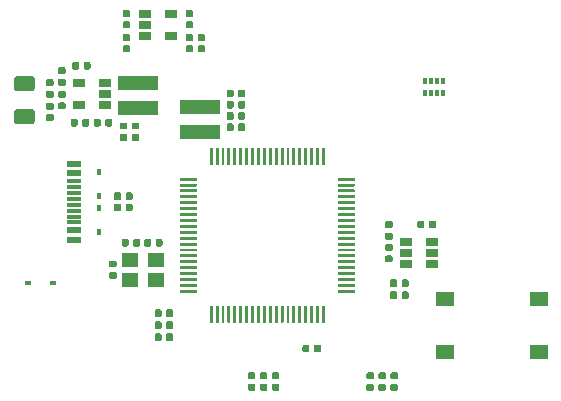
<source format=gbr>
G04 #@! TF.GenerationSoftware,KiCad,Pcbnew,(5.1.5)-3*
G04 #@! TF.CreationDate,2020-04-08T14:33:05+08:00*
G04 #@! TF.ProjectId,vllink_highspeed.r0,766c6c69-6e6b-45f6-9869-676873706565,rev?*
G04 #@! TF.SameCoordinates,Original*
G04 #@! TF.FileFunction,Paste,Top*
G04 #@! TF.FilePolarity,Positive*
%FSLAX46Y46*%
G04 Gerber Fmt 4.6, Leading zero omitted, Abs format (unit mm)*
G04 Created by KiCad (PCBNEW (5.1.5)-3) date 2020-04-08 14:33:05*
%MOMM*%
%LPD*%
G04 APERTURE LIST*
%ADD10R,1.400000X1.200000*%
%ADD11C,0.101600*%
%ADD12R,1.550000X1.300000*%
%ADD13R,0.450000X0.600000*%
%ADD14R,0.600000X0.450000*%
%ADD15R,3.400000X1.300000*%
%ADD16R,1.060000X0.650000*%
%ADD17R,0.320000X0.500000*%
%ADD18R,1.160000X0.600000*%
%ADD19R,1.160000X0.300000*%
G04 APERTURE END LIST*
D10*
X113292000Y-124599000D03*
X111092000Y-124599000D03*
X111092000Y-122899000D03*
X113292000Y-122899000D03*
D11*
G36*
X133206758Y-120612110D02*
G01*
X133221076Y-120614234D01*
X133235117Y-120617751D01*
X133248746Y-120622628D01*
X133261831Y-120628817D01*
X133274247Y-120636258D01*
X133285873Y-120644881D01*
X133296598Y-120654602D01*
X133306319Y-120665327D01*
X133314942Y-120676953D01*
X133322383Y-120689369D01*
X133328572Y-120702454D01*
X133333449Y-120716083D01*
X133336966Y-120730124D01*
X133339090Y-120744442D01*
X133339800Y-120758900D01*
X133339800Y-121053900D01*
X133339090Y-121068358D01*
X133336966Y-121082676D01*
X133333449Y-121096717D01*
X133328572Y-121110346D01*
X133322383Y-121123431D01*
X133314942Y-121135847D01*
X133306319Y-121147473D01*
X133296598Y-121158198D01*
X133285873Y-121167919D01*
X133274247Y-121176542D01*
X133261831Y-121183983D01*
X133248746Y-121190172D01*
X133235117Y-121195049D01*
X133221076Y-121198566D01*
X133206758Y-121200690D01*
X133192300Y-121201400D01*
X132847300Y-121201400D01*
X132832842Y-121200690D01*
X132818524Y-121198566D01*
X132804483Y-121195049D01*
X132790854Y-121190172D01*
X132777769Y-121183983D01*
X132765353Y-121176542D01*
X132753727Y-121167919D01*
X132743002Y-121158198D01*
X132733281Y-121147473D01*
X132724658Y-121135847D01*
X132717217Y-121123431D01*
X132711028Y-121110346D01*
X132706151Y-121096717D01*
X132702634Y-121082676D01*
X132700510Y-121068358D01*
X132699800Y-121053900D01*
X132699800Y-120758900D01*
X132700510Y-120744442D01*
X132702634Y-120730124D01*
X132706151Y-120716083D01*
X132711028Y-120702454D01*
X132717217Y-120689369D01*
X132724658Y-120676953D01*
X132733281Y-120665327D01*
X132743002Y-120654602D01*
X132753727Y-120644881D01*
X132765353Y-120636258D01*
X132777769Y-120628817D01*
X132790854Y-120622628D01*
X132804483Y-120617751D01*
X132818524Y-120614234D01*
X132832842Y-120612110D01*
X132847300Y-120611400D01*
X133192300Y-120611400D01*
X133206758Y-120612110D01*
G37*
G36*
X133206758Y-119642110D02*
G01*
X133221076Y-119644234D01*
X133235117Y-119647751D01*
X133248746Y-119652628D01*
X133261831Y-119658817D01*
X133274247Y-119666258D01*
X133285873Y-119674881D01*
X133296598Y-119684602D01*
X133306319Y-119695327D01*
X133314942Y-119706953D01*
X133322383Y-119719369D01*
X133328572Y-119732454D01*
X133333449Y-119746083D01*
X133336966Y-119760124D01*
X133339090Y-119774442D01*
X133339800Y-119788900D01*
X133339800Y-120083900D01*
X133339090Y-120098358D01*
X133336966Y-120112676D01*
X133333449Y-120126717D01*
X133328572Y-120140346D01*
X133322383Y-120153431D01*
X133314942Y-120165847D01*
X133306319Y-120177473D01*
X133296598Y-120188198D01*
X133285873Y-120197919D01*
X133274247Y-120206542D01*
X133261831Y-120213983D01*
X133248746Y-120220172D01*
X133235117Y-120225049D01*
X133221076Y-120228566D01*
X133206758Y-120230690D01*
X133192300Y-120231400D01*
X132847300Y-120231400D01*
X132832842Y-120230690D01*
X132818524Y-120228566D01*
X132804483Y-120225049D01*
X132790854Y-120220172D01*
X132777769Y-120213983D01*
X132765353Y-120206542D01*
X132753727Y-120197919D01*
X132743002Y-120188198D01*
X132733281Y-120177473D01*
X132724658Y-120165847D01*
X132717217Y-120153431D01*
X132711028Y-120140346D01*
X132706151Y-120126717D01*
X132702634Y-120112676D01*
X132700510Y-120098358D01*
X132699800Y-120083900D01*
X132699800Y-119788900D01*
X132700510Y-119774442D01*
X132702634Y-119760124D01*
X132706151Y-119746083D01*
X132711028Y-119732454D01*
X132717217Y-119719369D01*
X132724658Y-119706953D01*
X132733281Y-119695327D01*
X132743002Y-119684602D01*
X132753727Y-119674881D01*
X132765353Y-119666258D01*
X132777769Y-119658817D01*
X132790854Y-119652628D01*
X132804483Y-119647751D01*
X132818524Y-119644234D01*
X132832842Y-119642110D01*
X132847300Y-119641400D01*
X133192300Y-119641400D01*
X133206758Y-119642110D01*
G37*
G36*
X130101626Y-115953301D02*
G01*
X130107693Y-115954201D01*
X130113643Y-115955691D01*
X130119418Y-115957758D01*
X130124962Y-115960380D01*
X130130223Y-115963533D01*
X130135150Y-115967187D01*
X130139694Y-115971306D01*
X130143813Y-115975850D01*
X130147467Y-115980777D01*
X130150620Y-115986038D01*
X130153242Y-115991582D01*
X130155309Y-115997357D01*
X130156799Y-116003307D01*
X130157699Y-116009374D01*
X130158000Y-116015500D01*
X130158000Y-116140500D01*
X130157699Y-116146626D01*
X130156799Y-116152693D01*
X130155309Y-116158643D01*
X130153242Y-116164418D01*
X130150620Y-116169962D01*
X130147467Y-116175223D01*
X130143813Y-116180150D01*
X130139694Y-116184694D01*
X130135150Y-116188813D01*
X130130223Y-116192467D01*
X130124962Y-116195620D01*
X130119418Y-116198242D01*
X130113643Y-116200309D01*
X130107693Y-116201799D01*
X130101626Y-116202699D01*
X130095500Y-116203000D01*
X128745500Y-116203000D01*
X128739374Y-116202699D01*
X128733307Y-116201799D01*
X128727357Y-116200309D01*
X128721582Y-116198242D01*
X128716038Y-116195620D01*
X128710777Y-116192467D01*
X128705850Y-116188813D01*
X128701306Y-116184694D01*
X128697187Y-116180150D01*
X128693533Y-116175223D01*
X128690380Y-116169962D01*
X128687758Y-116164418D01*
X128685691Y-116158643D01*
X128684201Y-116152693D01*
X128683301Y-116146626D01*
X128683000Y-116140500D01*
X128683000Y-116015500D01*
X128683301Y-116009374D01*
X128684201Y-116003307D01*
X128685691Y-115997357D01*
X128687758Y-115991582D01*
X128690380Y-115986038D01*
X128693533Y-115980777D01*
X128697187Y-115975850D01*
X128701306Y-115971306D01*
X128705850Y-115967187D01*
X128710777Y-115963533D01*
X128716038Y-115960380D01*
X128721582Y-115957758D01*
X128727357Y-115955691D01*
X128733307Y-115954201D01*
X128739374Y-115953301D01*
X128745500Y-115953000D01*
X130095500Y-115953000D01*
X130101626Y-115953301D01*
G37*
G36*
X130101626Y-116453301D02*
G01*
X130107693Y-116454201D01*
X130113643Y-116455691D01*
X130119418Y-116457758D01*
X130124962Y-116460380D01*
X130130223Y-116463533D01*
X130135150Y-116467187D01*
X130139694Y-116471306D01*
X130143813Y-116475850D01*
X130147467Y-116480777D01*
X130150620Y-116486038D01*
X130153242Y-116491582D01*
X130155309Y-116497357D01*
X130156799Y-116503307D01*
X130157699Y-116509374D01*
X130158000Y-116515500D01*
X130158000Y-116640500D01*
X130157699Y-116646626D01*
X130156799Y-116652693D01*
X130155309Y-116658643D01*
X130153242Y-116664418D01*
X130150620Y-116669962D01*
X130147467Y-116675223D01*
X130143813Y-116680150D01*
X130139694Y-116684694D01*
X130135150Y-116688813D01*
X130130223Y-116692467D01*
X130124962Y-116695620D01*
X130119418Y-116698242D01*
X130113643Y-116700309D01*
X130107693Y-116701799D01*
X130101626Y-116702699D01*
X130095500Y-116703000D01*
X128745500Y-116703000D01*
X128739374Y-116702699D01*
X128733307Y-116701799D01*
X128727357Y-116700309D01*
X128721582Y-116698242D01*
X128716038Y-116695620D01*
X128710777Y-116692467D01*
X128705850Y-116688813D01*
X128701306Y-116684694D01*
X128697187Y-116680150D01*
X128693533Y-116675223D01*
X128690380Y-116669962D01*
X128687758Y-116664418D01*
X128685691Y-116658643D01*
X128684201Y-116652693D01*
X128683301Y-116646626D01*
X128683000Y-116640500D01*
X128683000Y-116515500D01*
X128683301Y-116509374D01*
X128684201Y-116503307D01*
X128685691Y-116497357D01*
X128687758Y-116491582D01*
X128690380Y-116486038D01*
X128693533Y-116480777D01*
X128697187Y-116475850D01*
X128701306Y-116471306D01*
X128705850Y-116467187D01*
X128710777Y-116463533D01*
X128716038Y-116460380D01*
X128721582Y-116457758D01*
X128727357Y-116455691D01*
X128733307Y-116454201D01*
X128739374Y-116453301D01*
X128745500Y-116453000D01*
X130095500Y-116453000D01*
X130101626Y-116453301D01*
G37*
G36*
X130101626Y-116953301D02*
G01*
X130107693Y-116954201D01*
X130113643Y-116955691D01*
X130119418Y-116957758D01*
X130124962Y-116960380D01*
X130130223Y-116963533D01*
X130135150Y-116967187D01*
X130139694Y-116971306D01*
X130143813Y-116975850D01*
X130147467Y-116980777D01*
X130150620Y-116986038D01*
X130153242Y-116991582D01*
X130155309Y-116997357D01*
X130156799Y-117003307D01*
X130157699Y-117009374D01*
X130158000Y-117015500D01*
X130158000Y-117140500D01*
X130157699Y-117146626D01*
X130156799Y-117152693D01*
X130155309Y-117158643D01*
X130153242Y-117164418D01*
X130150620Y-117169962D01*
X130147467Y-117175223D01*
X130143813Y-117180150D01*
X130139694Y-117184694D01*
X130135150Y-117188813D01*
X130130223Y-117192467D01*
X130124962Y-117195620D01*
X130119418Y-117198242D01*
X130113643Y-117200309D01*
X130107693Y-117201799D01*
X130101626Y-117202699D01*
X130095500Y-117203000D01*
X128745500Y-117203000D01*
X128739374Y-117202699D01*
X128733307Y-117201799D01*
X128727357Y-117200309D01*
X128721582Y-117198242D01*
X128716038Y-117195620D01*
X128710777Y-117192467D01*
X128705850Y-117188813D01*
X128701306Y-117184694D01*
X128697187Y-117180150D01*
X128693533Y-117175223D01*
X128690380Y-117169962D01*
X128687758Y-117164418D01*
X128685691Y-117158643D01*
X128684201Y-117152693D01*
X128683301Y-117146626D01*
X128683000Y-117140500D01*
X128683000Y-117015500D01*
X128683301Y-117009374D01*
X128684201Y-117003307D01*
X128685691Y-116997357D01*
X128687758Y-116991582D01*
X128690380Y-116986038D01*
X128693533Y-116980777D01*
X128697187Y-116975850D01*
X128701306Y-116971306D01*
X128705850Y-116967187D01*
X128710777Y-116963533D01*
X128716038Y-116960380D01*
X128721582Y-116957758D01*
X128727357Y-116955691D01*
X128733307Y-116954201D01*
X128739374Y-116953301D01*
X128745500Y-116953000D01*
X130095500Y-116953000D01*
X130101626Y-116953301D01*
G37*
G36*
X130101626Y-117453301D02*
G01*
X130107693Y-117454201D01*
X130113643Y-117455691D01*
X130119418Y-117457758D01*
X130124962Y-117460380D01*
X130130223Y-117463533D01*
X130135150Y-117467187D01*
X130139694Y-117471306D01*
X130143813Y-117475850D01*
X130147467Y-117480777D01*
X130150620Y-117486038D01*
X130153242Y-117491582D01*
X130155309Y-117497357D01*
X130156799Y-117503307D01*
X130157699Y-117509374D01*
X130158000Y-117515500D01*
X130158000Y-117640500D01*
X130157699Y-117646626D01*
X130156799Y-117652693D01*
X130155309Y-117658643D01*
X130153242Y-117664418D01*
X130150620Y-117669962D01*
X130147467Y-117675223D01*
X130143813Y-117680150D01*
X130139694Y-117684694D01*
X130135150Y-117688813D01*
X130130223Y-117692467D01*
X130124962Y-117695620D01*
X130119418Y-117698242D01*
X130113643Y-117700309D01*
X130107693Y-117701799D01*
X130101626Y-117702699D01*
X130095500Y-117703000D01*
X128745500Y-117703000D01*
X128739374Y-117702699D01*
X128733307Y-117701799D01*
X128727357Y-117700309D01*
X128721582Y-117698242D01*
X128716038Y-117695620D01*
X128710777Y-117692467D01*
X128705850Y-117688813D01*
X128701306Y-117684694D01*
X128697187Y-117680150D01*
X128693533Y-117675223D01*
X128690380Y-117669962D01*
X128687758Y-117664418D01*
X128685691Y-117658643D01*
X128684201Y-117652693D01*
X128683301Y-117646626D01*
X128683000Y-117640500D01*
X128683000Y-117515500D01*
X128683301Y-117509374D01*
X128684201Y-117503307D01*
X128685691Y-117497357D01*
X128687758Y-117491582D01*
X128690380Y-117486038D01*
X128693533Y-117480777D01*
X128697187Y-117475850D01*
X128701306Y-117471306D01*
X128705850Y-117467187D01*
X128710777Y-117463533D01*
X128716038Y-117460380D01*
X128721582Y-117457758D01*
X128727357Y-117455691D01*
X128733307Y-117454201D01*
X128739374Y-117453301D01*
X128745500Y-117453000D01*
X130095500Y-117453000D01*
X130101626Y-117453301D01*
G37*
G36*
X130101626Y-117953301D02*
G01*
X130107693Y-117954201D01*
X130113643Y-117955691D01*
X130119418Y-117957758D01*
X130124962Y-117960380D01*
X130130223Y-117963533D01*
X130135150Y-117967187D01*
X130139694Y-117971306D01*
X130143813Y-117975850D01*
X130147467Y-117980777D01*
X130150620Y-117986038D01*
X130153242Y-117991582D01*
X130155309Y-117997357D01*
X130156799Y-118003307D01*
X130157699Y-118009374D01*
X130158000Y-118015500D01*
X130158000Y-118140500D01*
X130157699Y-118146626D01*
X130156799Y-118152693D01*
X130155309Y-118158643D01*
X130153242Y-118164418D01*
X130150620Y-118169962D01*
X130147467Y-118175223D01*
X130143813Y-118180150D01*
X130139694Y-118184694D01*
X130135150Y-118188813D01*
X130130223Y-118192467D01*
X130124962Y-118195620D01*
X130119418Y-118198242D01*
X130113643Y-118200309D01*
X130107693Y-118201799D01*
X130101626Y-118202699D01*
X130095500Y-118203000D01*
X128745500Y-118203000D01*
X128739374Y-118202699D01*
X128733307Y-118201799D01*
X128727357Y-118200309D01*
X128721582Y-118198242D01*
X128716038Y-118195620D01*
X128710777Y-118192467D01*
X128705850Y-118188813D01*
X128701306Y-118184694D01*
X128697187Y-118180150D01*
X128693533Y-118175223D01*
X128690380Y-118169962D01*
X128687758Y-118164418D01*
X128685691Y-118158643D01*
X128684201Y-118152693D01*
X128683301Y-118146626D01*
X128683000Y-118140500D01*
X128683000Y-118015500D01*
X128683301Y-118009374D01*
X128684201Y-118003307D01*
X128685691Y-117997357D01*
X128687758Y-117991582D01*
X128690380Y-117986038D01*
X128693533Y-117980777D01*
X128697187Y-117975850D01*
X128701306Y-117971306D01*
X128705850Y-117967187D01*
X128710777Y-117963533D01*
X128716038Y-117960380D01*
X128721582Y-117957758D01*
X128727357Y-117955691D01*
X128733307Y-117954201D01*
X128739374Y-117953301D01*
X128745500Y-117953000D01*
X130095500Y-117953000D01*
X130101626Y-117953301D01*
G37*
G36*
X130101626Y-118453301D02*
G01*
X130107693Y-118454201D01*
X130113643Y-118455691D01*
X130119418Y-118457758D01*
X130124962Y-118460380D01*
X130130223Y-118463533D01*
X130135150Y-118467187D01*
X130139694Y-118471306D01*
X130143813Y-118475850D01*
X130147467Y-118480777D01*
X130150620Y-118486038D01*
X130153242Y-118491582D01*
X130155309Y-118497357D01*
X130156799Y-118503307D01*
X130157699Y-118509374D01*
X130158000Y-118515500D01*
X130158000Y-118640500D01*
X130157699Y-118646626D01*
X130156799Y-118652693D01*
X130155309Y-118658643D01*
X130153242Y-118664418D01*
X130150620Y-118669962D01*
X130147467Y-118675223D01*
X130143813Y-118680150D01*
X130139694Y-118684694D01*
X130135150Y-118688813D01*
X130130223Y-118692467D01*
X130124962Y-118695620D01*
X130119418Y-118698242D01*
X130113643Y-118700309D01*
X130107693Y-118701799D01*
X130101626Y-118702699D01*
X130095500Y-118703000D01*
X128745500Y-118703000D01*
X128739374Y-118702699D01*
X128733307Y-118701799D01*
X128727357Y-118700309D01*
X128721582Y-118698242D01*
X128716038Y-118695620D01*
X128710777Y-118692467D01*
X128705850Y-118688813D01*
X128701306Y-118684694D01*
X128697187Y-118680150D01*
X128693533Y-118675223D01*
X128690380Y-118669962D01*
X128687758Y-118664418D01*
X128685691Y-118658643D01*
X128684201Y-118652693D01*
X128683301Y-118646626D01*
X128683000Y-118640500D01*
X128683000Y-118515500D01*
X128683301Y-118509374D01*
X128684201Y-118503307D01*
X128685691Y-118497357D01*
X128687758Y-118491582D01*
X128690380Y-118486038D01*
X128693533Y-118480777D01*
X128697187Y-118475850D01*
X128701306Y-118471306D01*
X128705850Y-118467187D01*
X128710777Y-118463533D01*
X128716038Y-118460380D01*
X128721582Y-118457758D01*
X128727357Y-118455691D01*
X128733307Y-118454201D01*
X128739374Y-118453301D01*
X128745500Y-118453000D01*
X130095500Y-118453000D01*
X130101626Y-118453301D01*
G37*
G36*
X130101626Y-118953301D02*
G01*
X130107693Y-118954201D01*
X130113643Y-118955691D01*
X130119418Y-118957758D01*
X130124962Y-118960380D01*
X130130223Y-118963533D01*
X130135150Y-118967187D01*
X130139694Y-118971306D01*
X130143813Y-118975850D01*
X130147467Y-118980777D01*
X130150620Y-118986038D01*
X130153242Y-118991582D01*
X130155309Y-118997357D01*
X130156799Y-119003307D01*
X130157699Y-119009374D01*
X130158000Y-119015500D01*
X130158000Y-119140500D01*
X130157699Y-119146626D01*
X130156799Y-119152693D01*
X130155309Y-119158643D01*
X130153242Y-119164418D01*
X130150620Y-119169962D01*
X130147467Y-119175223D01*
X130143813Y-119180150D01*
X130139694Y-119184694D01*
X130135150Y-119188813D01*
X130130223Y-119192467D01*
X130124962Y-119195620D01*
X130119418Y-119198242D01*
X130113643Y-119200309D01*
X130107693Y-119201799D01*
X130101626Y-119202699D01*
X130095500Y-119203000D01*
X128745500Y-119203000D01*
X128739374Y-119202699D01*
X128733307Y-119201799D01*
X128727357Y-119200309D01*
X128721582Y-119198242D01*
X128716038Y-119195620D01*
X128710777Y-119192467D01*
X128705850Y-119188813D01*
X128701306Y-119184694D01*
X128697187Y-119180150D01*
X128693533Y-119175223D01*
X128690380Y-119169962D01*
X128687758Y-119164418D01*
X128685691Y-119158643D01*
X128684201Y-119152693D01*
X128683301Y-119146626D01*
X128683000Y-119140500D01*
X128683000Y-119015500D01*
X128683301Y-119009374D01*
X128684201Y-119003307D01*
X128685691Y-118997357D01*
X128687758Y-118991582D01*
X128690380Y-118986038D01*
X128693533Y-118980777D01*
X128697187Y-118975850D01*
X128701306Y-118971306D01*
X128705850Y-118967187D01*
X128710777Y-118963533D01*
X128716038Y-118960380D01*
X128721582Y-118957758D01*
X128727357Y-118955691D01*
X128733307Y-118954201D01*
X128739374Y-118953301D01*
X128745500Y-118953000D01*
X130095500Y-118953000D01*
X130101626Y-118953301D01*
G37*
G36*
X130101626Y-119453301D02*
G01*
X130107693Y-119454201D01*
X130113643Y-119455691D01*
X130119418Y-119457758D01*
X130124962Y-119460380D01*
X130130223Y-119463533D01*
X130135150Y-119467187D01*
X130139694Y-119471306D01*
X130143813Y-119475850D01*
X130147467Y-119480777D01*
X130150620Y-119486038D01*
X130153242Y-119491582D01*
X130155309Y-119497357D01*
X130156799Y-119503307D01*
X130157699Y-119509374D01*
X130158000Y-119515500D01*
X130158000Y-119640500D01*
X130157699Y-119646626D01*
X130156799Y-119652693D01*
X130155309Y-119658643D01*
X130153242Y-119664418D01*
X130150620Y-119669962D01*
X130147467Y-119675223D01*
X130143813Y-119680150D01*
X130139694Y-119684694D01*
X130135150Y-119688813D01*
X130130223Y-119692467D01*
X130124962Y-119695620D01*
X130119418Y-119698242D01*
X130113643Y-119700309D01*
X130107693Y-119701799D01*
X130101626Y-119702699D01*
X130095500Y-119703000D01*
X128745500Y-119703000D01*
X128739374Y-119702699D01*
X128733307Y-119701799D01*
X128727357Y-119700309D01*
X128721582Y-119698242D01*
X128716038Y-119695620D01*
X128710777Y-119692467D01*
X128705850Y-119688813D01*
X128701306Y-119684694D01*
X128697187Y-119680150D01*
X128693533Y-119675223D01*
X128690380Y-119669962D01*
X128687758Y-119664418D01*
X128685691Y-119658643D01*
X128684201Y-119652693D01*
X128683301Y-119646626D01*
X128683000Y-119640500D01*
X128683000Y-119515500D01*
X128683301Y-119509374D01*
X128684201Y-119503307D01*
X128685691Y-119497357D01*
X128687758Y-119491582D01*
X128690380Y-119486038D01*
X128693533Y-119480777D01*
X128697187Y-119475850D01*
X128701306Y-119471306D01*
X128705850Y-119467187D01*
X128710777Y-119463533D01*
X128716038Y-119460380D01*
X128721582Y-119457758D01*
X128727357Y-119455691D01*
X128733307Y-119454201D01*
X128739374Y-119453301D01*
X128745500Y-119453000D01*
X130095500Y-119453000D01*
X130101626Y-119453301D01*
G37*
G36*
X130101626Y-119953301D02*
G01*
X130107693Y-119954201D01*
X130113643Y-119955691D01*
X130119418Y-119957758D01*
X130124962Y-119960380D01*
X130130223Y-119963533D01*
X130135150Y-119967187D01*
X130139694Y-119971306D01*
X130143813Y-119975850D01*
X130147467Y-119980777D01*
X130150620Y-119986038D01*
X130153242Y-119991582D01*
X130155309Y-119997357D01*
X130156799Y-120003307D01*
X130157699Y-120009374D01*
X130158000Y-120015500D01*
X130158000Y-120140500D01*
X130157699Y-120146626D01*
X130156799Y-120152693D01*
X130155309Y-120158643D01*
X130153242Y-120164418D01*
X130150620Y-120169962D01*
X130147467Y-120175223D01*
X130143813Y-120180150D01*
X130139694Y-120184694D01*
X130135150Y-120188813D01*
X130130223Y-120192467D01*
X130124962Y-120195620D01*
X130119418Y-120198242D01*
X130113643Y-120200309D01*
X130107693Y-120201799D01*
X130101626Y-120202699D01*
X130095500Y-120203000D01*
X128745500Y-120203000D01*
X128739374Y-120202699D01*
X128733307Y-120201799D01*
X128727357Y-120200309D01*
X128721582Y-120198242D01*
X128716038Y-120195620D01*
X128710777Y-120192467D01*
X128705850Y-120188813D01*
X128701306Y-120184694D01*
X128697187Y-120180150D01*
X128693533Y-120175223D01*
X128690380Y-120169962D01*
X128687758Y-120164418D01*
X128685691Y-120158643D01*
X128684201Y-120152693D01*
X128683301Y-120146626D01*
X128683000Y-120140500D01*
X128683000Y-120015500D01*
X128683301Y-120009374D01*
X128684201Y-120003307D01*
X128685691Y-119997357D01*
X128687758Y-119991582D01*
X128690380Y-119986038D01*
X128693533Y-119980777D01*
X128697187Y-119975850D01*
X128701306Y-119971306D01*
X128705850Y-119967187D01*
X128710777Y-119963533D01*
X128716038Y-119960380D01*
X128721582Y-119957758D01*
X128727357Y-119955691D01*
X128733307Y-119954201D01*
X128739374Y-119953301D01*
X128745500Y-119953000D01*
X130095500Y-119953000D01*
X130101626Y-119953301D01*
G37*
G36*
X130101626Y-120453301D02*
G01*
X130107693Y-120454201D01*
X130113643Y-120455691D01*
X130119418Y-120457758D01*
X130124962Y-120460380D01*
X130130223Y-120463533D01*
X130135150Y-120467187D01*
X130139694Y-120471306D01*
X130143813Y-120475850D01*
X130147467Y-120480777D01*
X130150620Y-120486038D01*
X130153242Y-120491582D01*
X130155309Y-120497357D01*
X130156799Y-120503307D01*
X130157699Y-120509374D01*
X130158000Y-120515500D01*
X130158000Y-120640500D01*
X130157699Y-120646626D01*
X130156799Y-120652693D01*
X130155309Y-120658643D01*
X130153242Y-120664418D01*
X130150620Y-120669962D01*
X130147467Y-120675223D01*
X130143813Y-120680150D01*
X130139694Y-120684694D01*
X130135150Y-120688813D01*
X130130223Y-120692467D01*
X130124962Y-120695620D01*
X130119418Y-120698242D01*
X130113643Y-120700309D01*
X130107693Y-120701799D01*
X130101626Y-120702699D01*
X130095500Y-120703000D01*
X128745500Y-120703000D01*
X128739374Y-120702699D01*
X128733307Y-120701799D01*
X128727357Y-120700309D01*
X128721582Y-120698242D01*
X128716038Y-120695620D01*
X128710777Y-120692467D01*
X128705850Y-120688813D01*
X128701306Y-120684694D01*
X128697187Y-120680150D01*
X128693533Y-120675223D01*
X128690380Y-120669962D01*
X128687758Y-120664418D01*
X128685691Y-120658643D01*
X128684201Y-120652693D01*
X128683301Y-120646626D01*
X128683000Y-120640500D01*
X128683000Y-120515500D01*
X128683301Y-120509374D01*
X128684201Y-120503307D01*
X128685691Y-120497357D01*
X128687758Y-120491582D01*
X128690380Y-120486038D01*
X128693533Y-120480777D01*
X128697187Y-120475850D01*
X128701306Y-120471306D01*
X128705850Y-120467187D01*
X128710777Y-120463533D01*
X128716038Y-120460380D01*
X128721582Y-120457758D01*
X128727357Y-120455691D01*
X128733307Y-120454201D01*
X128739374Y-120453301D01*
X128745500Y-120453000D01*
X130095500Y-120453000D01*
X130101626Y-120453301D01*
G37*
G36*
X130101626Y-120953301D02*
G01*
X130107693Y-120954201D01*
X130113643Y-120955691D01*
X130119418Y-120957758D01*
X130124962Y-120960380D01*
X130130223Y-120963533D01*
X130135150Y-120967187D01*
X130139694Y-120971306D01*
X130143813Y-120975850D01*
X130147467Y-120980777D01*
X130150620Y-120986038D01*
X130153242Y-120991582D01*
X130155309Y-120997357D01*
X130156799Y-121003307D01*
X130157699Y-121009374D01*
X130158000Y-121015500D01*
X130158000Y-121140500D01*
X130157699Y-121146626D01*
X130156799Y-121152693D01*
X130155309Y-121158643D01*
X130153242Y-121164418D01*
X130150620Y-121169962D01*
X130147467Y-121175223D01*
X130143813Y-121180150D01*
X130139694Y-121184694D01*
X130135150Y-121188813D01*
X130130223Y-121192467D01*
X130124962Y-121195620D01*
X130119418Y-121198242D01*
X130113643Y-121200309D01*
X130107693Y-121201799D01*
X130101626Y-121202699D01*
X130095500Y-121203000D01*
X128745500Y-121203000D01*
X128739374Y-121202699D01*
X128733307Y-121201799D01*
X128727357Y-121200309D01*
X128721582Y-121198242D01*
X128716038Y-121195620D01*
X128710777Y-121192467D01*
X128705850Y-121188813D01*
X128701306Y-121184694D01*
X128697187Y-121180150D01*
X128693533Y-121175223D01*
X128690380Y-121169962D01*
X128687758Y-121164418D01*
X128685691Y-121158643D01*
X128684201Y-121152693D01*
X128683301Y-121146626D01*
X128683000Y-121140500D01*
X128683000Y-121015500D01*
X128683301Y-121009374D01*
X128684201Y-121003307D01*
X128685691Y-120997357D01*
X128687758Y-120991582D01*
X128690380Y-120986038D01*
X128693533Y-120980777D01*
X128697187Y-120975850D01*
X128701306Y-120971306D01*
X128705850Y-120967187D01*
X128710777Y-120963533D01*
X128716038Y-120960380D01*
X128721582Y-120957758D01*
X128727357Y-120955691D01*
X128733307Y-120954201D01*
X128739374Y-120953301D01*
X128745500Y-120953000D01*
X130095500Y-120953000D01*
X130101626Y-120953301D01*
G37*
G36*
X130101626Y-121453301D02*
G01*
X130107693Y-121454201D01*
X130113643Y-121455691D01*
X130119418Y-121457758D01*
X130124962Y-121460380D01*
X130130223Y-121463533D01*
X130135150Y-121467187D01*
X130139694Y-121471306D01*
X130143813Y-121475850D01*
X130147467Y-121480777D01*
X130150620Y-121486038D01*
X130153242Y-121491582D01*
X130155309Y-121497357D01*
X130156799Y-121503307D01*
X130157699Y-121509374D01*
X130158000Y-121515500D01*
X130158000Y-121640500D01*
X130157699Y-121646626D01*
X130156799Y-121652693D01*
X130155309Y-121658643D01*
X130153242Y-121664418D01*
X130150620Y-121669962D01*
X130147467Y-121675223D01*
X130143813Y-121680150D01*
X130139694Y-121684694D01*
X130135150Y-121688813D01*
X130130223Y-121692467D01*
X130124962Y-121695620D01*
X130119418Y-121698242D01*
X130113643Y-121700309D01*
X130107693Y-121701799D01*
X130101626Y-121702699D01*
X130095500Y-121703000D01*
X128745500Y-121703000D01*
X128739374Y-121702699D01*
X128733307Y-121701799D01*
X128727357Y-121700309D01*
X128721582Y-121698242D01*
X128716038Y-121695620D01*
X128710777Y-121692467D01*
X128705850Y-121688813D01*
X128701306Y-121684694D01*
X128697187Y-121680150D01*
X128693533Y-121675223D01*
X128690380Y-121669962D01*
X128687758Y-121664418D01*
X128685691Y-121658643D01*
X128684201Y-121652693D01*
X128683301Y-121646626D01*
X128683000Y-121640500D01*
X128683000Y-121515500D01*
X128683301Y-121509374D01*
X128684201Y-121503307D01*
X128685691Y-121497357D01*
X128687758Y-121491582D01*
X128690380Y-121486038D01*
X128693533Y-121480777D01*
X128697187Y-121475850D01*
X128701306Y-121471306D01*
X128705850Y-121467187D01*
X128710777Y-121463533D01*
X128716038Y-121460380D01*
X128721582Y-121457758D01*
X128727357Y-121455691D01*
X128733307Y-121454201D01*
X128739374Y-121453301D01*
X128745500Y-121453000D01*
X130095500Y-121453000D01*
X130101626Y-121453301D01*
G37*
G36*
X130101626Y-121953301D02*
G01*
X130107693Y-121954201D01*
X130113643Y-121955691D01*
X130119418Y-121957758D01*
X130124962Y-121960380D01*
X130130223Y-121963533D01*
X130135150Y-121967187D01*
X130139694Y-121971306D01*
X130143813Y-121975850D01*
X130147467Y-121980777D01*
X130150620Y-121986038D01*
X130153242Y-121991582D01*
X130155309Y-121997357D01*
X130156799Y-122003307D01*
X130157699Y-122009374D01*
X130158000Y-122015500D01*
X130158000Y-122140500D01*
X130157699Y-122146626D01*
X130156799Y-122152693D01*
X130155309Y-122158643D01*
X130153242Y-122164418D01*
X130150620Y-122169962D01*
X130147467Y-122175223D01*
X130143813Y-122180150D01*
X130139694Y-122184694D01*
X130135150Y-122188813D01*
X130130223Y-122192467D01*
X130124962Y-122195620D01*
X130119418Y-122198242D01*
X130113643Y-122200309D01*
X130107693Y-122201799D01*
X130101626Y-122202699D01*
X130095500Y-122203000D01*
X128745500Y-122203000D01*
X128739374Y-122202699D01*
X128733307Y-122201799D01*
X128727357Y-122200309D01*
X128721582Y-122198242D01*
X128716038Y-122195620D01*
X128710777Y-122192467D01*
X128705850Y-122188813D01*
X128701306Y-122184694D01*
X128697187Y-122180150D01*
X128693533Y-122175223D01*
X128690380Y-122169962D01*
X128687758Y-122164418D01*
X128685691Y-122158643D01*
X128684201Y-122152693D01*
X128683301Y-122146626D01*
X128683000Y-122140500D01*
X128683000Y-122015500D01*
X128683301Y-122009374D01*
X128684201Y-122003307D01*
X128685691Y-121997357D01*
X128687758Y-121991582D01*
X128690380Y-121986038D01*
X128693533Y-121980777D01*
X128697187Y-121975850D01*
X128701306Y-121971306D01*
X128705850Y-121967187D01*
X128710777Y-121963533D01*
X128716038Y-121960380D01*
X128721582Y-121957758D01*
X128727357Y-121955691D01*
X128733307Y-121954201D01*
X128739374Y-121953301D01*
X128745500Y-121953000D01*
X130095500Y-121953000D01*
X130101626Y-121953301D01*
G37*
G36*
X130101626Y-122453301D02*
G01*
X130107693Y-122454201D01*
X130113643Y-122455691D01*
X130119418Y-122457758D01*
X130124962Y-122460380D01*
X130130223Y-122463533D01*
X130135150Y-122467187D01*
X130139694Y-122471306D01*
X130143813Y-122475850D01*
X130147467Y-122480777D01*
X130150620Y-122486038D01*
X130153242Y-122491582D01*
X130155309Y-122497357D01*
X130156799Y-122503307D01*
X130157699Y-122509374D01*
X130158000Y-122515500D01*
X130158000Y-122640500D01*
X130157699Y-122646626D01*
X130156799Y-122652693D01*
X130155309Y-122658643D01*
X130153242Y-122664418D01*
X130150620Y-122669962D01*
X130147467Y-122675223D01*
X130143813Y-122680150D01*
X130139694Y-122684694D01*
X130135150Y-122688813D01*
X130130223Y-122692467D01*
X130124962Y-122695620D01*
X130119418Y-122698242D01*
X130113643Y-122700309D01*
X130107693Y-122701799D01*
X130101626Y-122702699D01*
X130095500Y-122703000D01*
X128745500Y-122703000D01*
X128739374Y-122702699D01*
X128733307Y-122701799D01*
X128727357Y-122700309D01*
X128721582Y-122698242D01*
X128716038Y-122695620D01*
X128710777Y-122692467D01*
X128705850Y-122688813D01*
X128701306Y-122684694D01*
X128697187Y-122680150D01*
X128693533Y-122675223D01*
X128690380Y-122669962D01*
X128687758Y-122664418D01*
X128685691Y-122658643D01*
X128684201Y-122652693D01*
X128683301Y-122646626D01*
X128683000Y-122640500D01*
X128683000Y-122515500D01*
X128683301Y-122509374D01*
X128684201Y-122503307D01*
X128685691Y-122497357D01*
X128687758Y-122491582D01*
X128690380Y-122486038D01*
X128693533Y-122480777D01*
X128697187Y-122475850D01*
X128701306Y-122471306D01*
X128705850Y-122467187D01*
X128710777Y-122463533D01*
X128716038Y-122460380D01*
X128721582Y-122457758D01*
X128727357Y-122455691D01*
X128733307Y-122454201D01*
X128739374Y-122453301D01*
X128745500Y-122453000D01*
X130095500Y-122453000D01*
X130101626Y-122453301D01*
G37*
G36*
X130101626Y-122953301D02*
G01*
X130107693Y-122954201D01*
X130113643Y-122955691D01*
X130119418Y-122957758D01*
X130124962Y-122960380D01*
X130130223Y-122963533D01*
X130135150Y-122967187D01*
X130139694Y-122971306D01*
X130143813Y-122975850D01*
X130147467Y-122980777D01*
X130150620Y-122986038D01*
X130153242Y-122991582D01*
X130155309Y-122997357D01*
X130156799Y-123003307D01*
X130157699Y-123009374D01*
X130158000Y-123015500D01*
X130158000Y-123140500D01*
X130157699Y-123146626D01*
X130156799Y-123152693D01*
X130155309Y-123158643D01*
X130153242Y-123164418D01*
X130150620Y-123169962D01*
X130147467Y-123175223D01*
X130143813Y-123180150D01*
X130139694Y-123184694D01*
X130135150Y-123188813D01*
X130130223Y-123192467D01*
X130124962Y-123195620D01*
X130119418Y-123198242D01*
X130113643Y-123200309D01*
X130107693Y-123201799D01*
X130101626Y-123202699D01*
X130095500Y-123203000D01*
X128745500Y-123203000D01*
X128739374Y-123202699D01*
X128733307Y-123201799D01*
X128727357Y-123200309D01*
X128721582Y-123198242D01*
X128716038Y-123195620D01*
X128710777Y-123192467D01*
X128705850Y-123188813D01*
X128701306Y-123184694D01*
X128697187Y-123180150D01*
X128693533Y-123175223D01*
X128690380Y-123169962D01*
X128687758Y-123164418D01*
X128685691Y-123158643D01*
X128684201Y-123152693D01*
X128683301Y-123146626D01*
X128683000Y-123140500D01*
X128683000Y-123015500D01*
X128683301Y-123009374D01*
X128684201Y-123003307D01*
X128685691Y-122997357D01*
X128687758Y-122991582D01*
X128690380Y-122986038D01*
X128693533Y-122980777D01*
X128697187Y-122975850D01*
X128701306Y-122971306D01*
X128705850Y-122967187D01*
X128710777Y-122963533D01*
X128716038Y-122960380D01*
X128721582Y-122957758D01*
X128727357Y-122955691D01*
X128733307Y-122954201D01*
X128739374Y-122953301D01*
X128745500Y-122953000D01*
X130095500Y-122953000D01*
X130101626Y-122953301D01*
G37*
G36*
X130101626Y-123453301D02*
G01*
X130107693Y-123454201D01*
X130113643Y-123455691D01*
X130119418Y-123457758D01*
X130124962Y-123460380D01*
X130130223Y-123463533D01*
X130135150Y-123467187D01*
X130139694Y-123471306D01*
X130143813Y-123475850D01*
X130147467Y-123480777D01*
X130150620Y-123486038D01*
X130153242Y-123491582D01*
X130155309Y-123497357D01*
X130156799Y-123503307D01*
X130157699Y-123509374D01*
X130158000Y-123515500D01*
X130158000Y-123640500D01*
X130157699Y-123646626D01*
X130156799Y-123652693D01*
X130155309Y-123658643D01*
X130153242Y-123664418D01*
X130150620Y-123669962D01*
X130147467Y-123675223D01*
X130143813Y-123680150D01*
X130139694Y-123684694D01*
X130135150Y-123688813D01*
X130130223Y-123692467D01*
X130124962Y-123695620D01*
X130119418Y-123698242D01*
X130113643Y-123700309D01*
X130107693Y-123701799D01*
X130101626Y-123702699D01*
X130095500Y-123703000D01*
X128745500Y-123703000D01*
X128739374Y-123702699D01*
X128733307Y-123701799D01*
X128727357Y-123700309D01*
X128721582Y-123698242D01*
X128716038Y-123695620D01*
X128710777Y-123692467D01*
X128705850Y-123688813D01*
X128701306Y-123684694D01*
X128697187Y-123680150D01*
X128693533Y-123675223D01*
X128690380Y-123669962D01*
X128687758Y-123664418D01*
X128685691Y-123658643D01*
X128684201Y-123652693D01*
X128683301Y-123646626D01*
X128683000Y-123640500D01*
X128683000Y-123515500D01*
X128683301Y-123509374D01*
X128684201Y-123503307D01*
X128685691Y-123497357D01*
X128687758Y-123491582D01*
X128690380Y-123486038D01*
X128693533Y-123480777D01*
X128697187Y-123475850D01*
X128701306Y-123471306D01*
X128705850Y-123467187D01*
X128710777Y-123463533D01*
X128716038Y-123460380D01*
X128721582Y-123457758D01*
X128727357Y-123455691D01*
X128733307Y-123454201D01*
X128739374Y-123453301D01*
X128745500Y-123453000D01*
X130095500Y-123453000D01*
X130101626Y-123453301D01*
G37*
G36*
X130101626Y-123953301D02*
G01*
X130107693Y-123954201D01*
X130113643Y-123955691D01*
X130119418Y-123957758D01*
X130124962Y-123960380D01*
X130130223Y-123963533D01*
X130135150Y-123967187D01*
X130139694Y-123971306D01*
X130143813Y-123975850D01*
X130147467Y-123980777D01*
X130150620Y-123986038D01*
X130153242Y-123991582D01*
X130155309Y-123997357D01*
X130156799Y-124003307D01*
X130157699Y-124009374D01*
X130158000Y-124015500D01*
X130158000Y-124140500D01*
X130157699Y-124146626D01*
X130156799Y-124152693D01*
X130155309Y-124158643D01*
X130153242Y-124164418D01*
X130150620Y-124169962D01*
X130147467Y-124175223D01*
X130143813Y-124180150D01*
X130139694Y-124184694D01*
X130135150Y-124188813D01*
X130130223Y-124192467D01*
X130124962Y-124195620D01*
X130119418Y-124198242D01*
X130113643Y-124200309D01*
X130107693Y-124201799D01*
X130101626Y-124202699D01*
X130095500Y-124203000D01*
X128745500Y-124203000D01*
X128739374Y-124202699D01*
X128733307Y-124201799D01*
X128727357Y-124200309D01*
X128721582Y-124198242D01*
X128716038Y-124195620D01*
X128710777Y-124192467D01*
X128705850Y-124188813D01*
X128701306Y-124184694D01*
X128697187Y-124180150D01*
X128693533Y-124175223D01*
X128690380Y-124169962D01*
X128687758Y-124164418D01*
X128685691Y-124158643D01*
X128684201Y-124152693D01*
X128683301Y-124146626D01*
X128683000Y-124140500D01*
X128683000Y-124015500D01*
X128683301Y-124009374D01*
X128684201Y-124003307D01*
X128685691Y-123997357D01*
X128687758Y-123991582D01*
X128690380Y-123986038D01*
X128693533Y-123980777D01*
X128697187Y-123975850D01*
X128701306Y-123971306D01*
X128705850Y-123967187D01*
X128710777Y-123963533D01*
X128716038Y-123960380D01*
X128721582Y-123957758D01*
X128727357Y-123955691D01*
X128733307Y-123954201D01*
X128739374Y-123953301D01*
X128745500Y-123953000D01*
X130095500Y-123953000D01*
X130101626Y-123953301D01*
G37*
G36*
X130101626Y-124453301D02*
G01*
X130107693Y-124454201D01*
X130113643Y-124455691D01*
X130119418Y-124457758D01*
X130124962Y-124460380D01*
X130130223Y-124463533D01*
X130135150Y-124467187D01*
X130139694Y-124471306D01*
X130143813Y-124475850D01*
X130147467Y-124480777D01*
X130150620Y-124486038D01*
X130153242Y-124491582D01*
X130155309Y-124497357D01*
X130156799Y-124503307D01*
X130157699Y-124509374D01*
X130158000Y-124515500D01*
X130158000Y-124640500D01*
X130157699Y-124646626D01*
X130156799Y-124652693D01*
X130155309Y-124658643D01*
X130153242Y-124664418D01*
X130150620Y-124669962D01*
X130147467Y-124675223D01*
X130143813Y-124680150D01*
X130139694Y-124684694D01*
X130135150Y-124688813D01*
X130130223Y-124692467D01*
X130124962Y-124695620D01*
X130119418Y-124698242D01*
X130113643Y-124700309D01*
X130107693Y-124701799D01*
X130101626Y-124702699D01*
X130095500Y-124703000D01*
X128745500Y-124703000D01*
X128739374Y-124702699D01*
X128733307Y-124701799D01*
X128727357Y-124700309D01*
X128721582Y-124698242D01*
X128716038Y-124695620D01*
X128710777Y-124692467D01*
X128705850Y-124688813D01*
X128701306Y-124684694D01*
X128697187Y-124680150D01*
X128693533Y-124675223D01*
X128690380Y-124669962D01*
X128687758Y-124664418D01*
X128685691Y-124658643D01*
X128684201Y-124652693D01*
X128683301Y-124646626D01*
X128683000Y-124640500D01*
X128683000Y-124515500D01*
X128683301Y-124509374D01*
X128684201Y-124503307D01*
X128685691Y-124497357D01*
X128687758Y-124491582D01*
X128690380Y-124486038D01*
X128693533Y-124480777D01*
X128697187Y-124475850D01*
X128701306Y-124471306D01*
X128705850Y-124467187D01*
X128710777Y-124463533D01*
X128716038Y-124460380D01*
X128721582Y-124457758D01*
X128727357Y-124455691D01*
X128733307Y-124454201D01*
X128739374Y-124453301D01*
X128745500Y-124453000D01*
X130095500Y-124453000D01*
X130101626Y-124453301D01*
G37*
G36*
X130101626Y-124953301D02*
G01*
X130107693Y-124954201D01*
X130113643Y-124955691D01*
X130119418Y-124957758D01*
X130124962Y-124960380D01*
X130130223Y-124963533D01*
X130135150Y-124967187D01*
X130139694Y-124971306D01*
X130143813Y-124975850D01*
X130147467Y-124980777D01*
X130150620Y-124986038D01*
X130153242Y-124991582D01*
X130155309Y-124997357D01*
X130156799Y-125003307D01*
X130157699Y-125009374D01*
X130158000Y-125015500D01*
X130158000Y-125140500D01*
X130157699Y-125146626D01*
X130156799Y-125152693D01*
X130155309Y-125158643D01*
X130153242Y-125164418D01*
X130150620Y-125169962D01*
X130147467Y-125175223D01*
X130143813Y-125180150D01*
X130139694Y-125184694D01*
X130135150Y-125188813D01*
X130130223Y-125192467D01*
X130124962Y-125195620D01*
X130119418Y-125198242D01*
X130113643Y-125200309D01*
X130107693Y-125201799D01*
X130101626Y-125202699D01*
X130095500Y-125203000D01*
X128745500Y-125203000D01*
X128739374Y-125202699D01*
X128733307Y-125201799D01*
X128727357Y-125200309D01*
X128721582Y-125198242D01*
X128716038Y-125195620D01*
X128710777Y-125192467D01*
X128705850Y-125188813D01*
X128701306Y-125184694D01*
X128697187Y-125180150D01*
X128693533Y-125175223D01*
X128690380Y-125169962D01*
X128687758Y-125164418D01*
X128685691Y-125158643D01*
X128684201Y-125152693D01*
X128683301Y-125146626D01*
X128683000Y-125140500D01*
X128683000Y-125015500D01*
X128683301Y-125009374D01*
X128684201Y-125003307D01*
X128685691Y-124997357D01*
X128687758Y-124991582D01*
X128690380Y-124986038D01*
X128693533Y-124980777D01*
X128697187Y-124975850D01*
X128701306Y-124971306D01*
X128705850Y-124967187D01*
X128710777Y-124963533D01*
X128716038Y-124960380D01*
X128721582Y-124957758D01*
X128727357Y-124955691D01*
X128733307Y-124954201D01*
X128739374Y-124953301D01*
X128745500Y-124953000D01*
X130095500Y-124953000D01*
X130101626Y-124953301D01*
G37*
G36*
X130101626Y-125453301D02*
G01*
X130107693Y-125454201D01*
X130113643Y-125455691D01*
X130119418Y-125457758D01*
X130124962Y-125460380D01*
X130130223Y-125463533D01*
X130135150Y-125467187D01*
X130139694Y-125471306D01*
X130143813Y-125475850D01*
X130147467Y-125480777D01*
X130150620Y-125486038D01*
X130153242Y-125491582D01*
X130155309Y-125497357D01*
X130156799Y-125503307D01*
X130157699Y-125509374D01*
X130158000Y-125515500D01*
X130158000Y-125640500D01*
X130157699Y-125646626D01*
X130156799Y-125652693D01*
X130155309Y-125658643D01*
X130153242Y-125664418D01*
X130150620Y-125669962D01*
X130147467Y-125675223D01*
X130143813Y-125680150D01*
X130139694Y-125684694D01*
X130135150Y-125688813D01*
X130130223Y-125692467D01*
X130124962Y-125695620D01*
X130119418Y-125698242D01*
X130113643Y-125700309D01*
X130107693Y-125701799D01*
X130101626Y-125702699D01*
X130095500Y-125703000D01*
X128745500Y-125703000D01*
X128739374Y-125702699D01*
X128733307Y-125701799D01*
X128727357Y-125700309D01*
X128721582Y-125698242D01*
X128716038Y-125695620D01*
X128710777Y-125692467D01*
X128705850Y-125688813D01*
X128701306Y-125684694D01*
X128697187Y-125680150D01*
X128693533Y-125675223D01*
X128690380Y-125669962D01*
X128687758Y-125664418D01*
X128685691Y-125658643D01*
X128684201Y-125652693D01*
X128683301Y-125646626D01*
X128683000Y-125640500D01*
X128683000Y-125515500D01*
X128683301Y-125509374D01*
X128684201Y-125503307D01*
X128685691Y-125497357D01*
X128687758Y-125491582D01*
X128690380Y-125486038D01*
X128693533Y-125480777D01*
X128697187Y-125475850D01*
X128701306Y-125471306D01*
X128705850Y-125467187D01*
X128710777Y-125463533D01*
X128716038Y-125460380D01*
X128721582Y-125457758D01*
X128727357Y-125455691D01*
X128733307Y-125454201D01*
X128739374Y-125453301D01*
X128745500Y-125453000D01*
X130095500Y-125453000D01*
X130101626Y-125453301D01*
G37*
G36*
X127551626Y-126778301D02*
G01*
X127557693Y-126779201D01*
X127563643Y-126780691D01*
X127569418Y-126782758D01*
X127574962Y-126785380D01*
X127580223Y-126788533D01*
X127585150Y-126792187D01*
X127589694Y-126796306D01*
X127593813Y-126800850D01*
X127597467Y-126805777D01*
X127600620Y-126811038D01*
X127603242Y-126816582D01*
X127605309Y-126822357D01*
X127606799Y-126828307D01*
X127607699Y-126834374D01*
X127608000Y-126840500D01*
X127608000Y-128190500D01*
X127607699Y-128196626D01*
X127606799Y-128202693D01*
X127605309Y-128208643D01*
X127603242Y-128214418D01*
X127600620Y-128219962D01*
X127597467Y-128225223D01*
X127593813Y-128230150D01*
X127589694Y-128234694D01*
X127585150Y-128238813D01*
X127580223Y-128242467D01*
X127574962Y-128245620D01*
X127569418Y-128248242D01*
X127563643Y-128250309D01*
X127557693Y-128251799D01*
X127551626Y-128252699D01*
X127545500Y-128253000D01*
X127420500Y-128253000D01*
X127414374Y-128252699D01*
X127408307Y-128251799D01*
X127402357Y-128250309D01*
X127396582Y-128248242D01*
X127391038Y-128245620D01*
X127385777Y-128242467D01*
X127380850Y-128238813D01*
X127376306Y-128234694D01*
X127372187Y-128230150D01*
X127368533Y-128225223D01*
X127365380Y-128219962D01*
X127362758Y-128214418D01*
X127360691Y-128208643D01*
X127359201Y-128202693D01*
X127358301Y-128196626D01*
X127358000Y-128190500D01*
X127358000Y-126840500D01*
X127358301Y-126834374D01*
X127359201Y-126828307D01*
X127360691Y-126822357D01*
X127362758Y-126816582D01*
X127365380Y-126811038D01*
X127368533Y-126805777D01*
X127372187Y-126800850D01*
X127376306Y-126796306D01*
X127380850Y-126792187D01*
X127385777Y-126788533D01*
X127391038Y-126785380D01*
X127396582Y-126782758D01*
X127402357Y-126780691D01*
X127408307Y-126779201D01*
X127414374Y-126778301D01*
X127420500Y-126778000D01*
X127545500Y-126778000D01*
X127551626Y-126778301D01*
G37*
G36*
X127051626Y-126778301D02*
G01*
X127057693Y-126779201D01*
X127063643Y-126780691D01*
X127069418Y-126782758D01*
X127074962Y-126785380D01*
X127080223Y-126788533D01*
X127085150Y-126792187D01*
X127089694Y-126796306D01*
X127093813Y-126800850D01*
X127097467Y-126805777D01*
X127100620Y-126811038D01*
X127103242Y-126816582D01*
X127105309Y-126822357D01*
X127106799Y-126828307D01*
X127107699Y-126834374D01*
X127108000Y-126840500D01*
X127108000Y-128190500D01*
X127107699Y-128196626D01*
X127106799Y-128202693D01*
X127105309Y-128208643D01*
X127103242Y-128214418D01*
X127100620Y-128219962D01*
X127097467Y-128225223D01*
X127093813Y-128230150D01*
X127089694Y-128234694D01*
X127085150Y-128238813D01*
X127080223Y-128242467D01*
X127074962Y-128245620D01*
X127069418Y-128248242D01*
X127063643Y-128250309D01*
X127057693Y-128251799D01*
X127051626Y-128252699D01*
X127045500Y-128253000D01*
X126920500Y-128253000D01*
X126914374Y-128252699D01*
X126908307Y-128251799D01*
X126902357Y-128250309D01*
X126896582Y-128248242D01*
X126891038Y-128245620D01*
X126885777Y-128242467D01*
X126880850Y-128238813D01*
X126876306Y-128234694D01*
X126872187Y-128230150D01*
X126868533Y-128225223D01*
X126865380Y-128219962D01*
X126862758Y-128214418D01*
X126860691Y-128208643D01*
X126859201Y-128202693D01*
X126858301Y-128196626D01*
X126858000Y-128190500D01*
X126858000Y-126840500D01*
X126858301Y-126834374D01*
X126859201Y-126828307D01*
X126860691Y-126822357D01*
X126862758Y-126816582D01*
X126865380Y-126811038D01*
X126868533Y-126805777D01*
X126872187Y-126800850D01*
X126876306Y-126796306D01*
X126880850Y-126792187D01*
X126885777Y-126788533D01*
X126891038Y-126785380D01*
X126896582Y-126782758D01*
X126902357Y-126780691D01*
X126908307Y-126779201D01*
X126914374Y-126778301D01*
X126920500Y-126778000D01*
X127045500Y-126778000D01*
X127051626Y-126778301D01*
G37*
G36*
X126551626Y-126778301D02*
G01*
X126557693Y-126779201D01*
X126563643Y-126780691D01*
X126569418Y-126782758D01*
X126574962Y-126785380D01*
X126580223Y-126788533D01*
X126585150Y-126792187D01*
X126589694Y-126796306D01*
X126593813Y-126800850D01*
X126597467Y-126805777D01*
X126600620Y-126811038D01*
X126603242Y-126816582D01*
X126605309Y-126822357D01*
X126606799Y-126828307D01*
X126607699Y-126834374D01*
X126608000Y-126840500D01*
X126608000Y-128190500D01*
X126607699Y-128196626D01*
X126606799Y-128202693D01*
X126605309Y-128208643D01*
X126603242Y-128214418D01*
X126600620Y-128219962D01*
X126597467Y-128225223D01*
X126593813Y-128230150D01*
X126589694Y-128234694D01*
X126585150Y-128238813D01*
X126580223Y-128242467D01*
X126574962Y-128245620D01*
X126569418Y-128248242D01*
X126563643Y-128250309D01*
X126557693Y-128251799D01*
X126551626Y-128252699D01*
X126545500Y-128253000D01*
X126420500Y-128253000D01*
X126414374Y-128252699D01*
X126408307Y-128251799D01*
X126402357Y-128250309D01*
X126396582Y-128248242D01*
X126391038Y-128245620D01*
X126385777Y-128242467D01*
X126380850Y-128238813D01*
X126376306Y-128234694D01*
X126372187Y-128230150D01*
X126368533Y-128225223D01*
X126365380Y-128219962D01*
X126362758Y-128214418D01*
X126360691Y-128208643D01*
X126359201Y-128202693D01*
X126358301Y-128196626D01*
X126358000Y-128190500D01*
X126358000Y-126840500D01*
X126358301Y-126834374D01*
X126359201Y-126828307D01*
X126360691Y-126822357D01*
X126362758Y-126816582D01*
X126365380Y-126811038D01*
X126368533Y-126805777D01*
X126372187Y-126800850D01*
X126376306Y-126796306D01*
X126380850Y-126792187D01*
X126385777Y-126788533D01*
X126391038Y-126785380D01*
X126396582Y-126782758D01*
X126402357Y-126780691D01*
X126408307Y-126779201D01*
X126414374Y-126778301D01*
X126420500Y-126778000D01*
X126545500Y-126778000D01*
X126551626Y-126778301D01*
G37*
G36*
X126051626Y-126778301D02*
G01*
X126057693Y-126779201D01*
X126063643Y-126780691D01*
X126069418Y-126782758D01*
X126074962Y-126785380D01*
X126080223Y-126788533D01*
X126085150Y-126792187D01*
X126089694Y-126796306D01*
X126093813Y-126800850D01*
X126097467Y-126805777D01*
X126100620Y-126811038D01*
X126103242Y-126816582D01*
X126105309Y-126822357D01*
X126106799Y-126828307D01*
X126107699Y-126834374D01*
X126108000Y-126840500D01*
X126108000Y-128190500D01*
X126107699Y-128196626D01*
X126106799Y-128202693D01*
X126105309Y-128208643D01*
X126103242Y-128214418D01*
X126100620Y-128219962D01*
X126097467Y-128225223D01*
X126093813Y-128230150D01*
X126089694Y-128234694D01*
X126085150Y-128238813D01*
X126080223Y-128242467D01*
X126074962Y-128245620D01*
X126069418Y-128248242D01*
X126063643Y-128250309D01*
X126057693Y-128251799D01*
X126051626Y-128252699D01*
X126045500Y-128253000D01*
X125920500Y-128253000D01*
X125914374Y-128252699D01*
X125908307Y-128251799D01*
X125902357Y-128250309D01*
X125896582Y-128248242D01*
X125891038Y-128245620D01*
X125885777Y-128242467D01*
X125880850Y-128238813D01*
X125876306Y-128234694D01*
X125872187Y-128230150D01*
X125868533Y-128225223D01*
X125865380Y-128219962D01*
X125862758Y-128214418D01*
X125860691Y-128208643D01*
X125859201Y-128202693D01*
X125858301Y-128196626D01*
X125858000Y-128190500D01*
X125858000Y-126840500D01*
X125858301Y-126834374D01*
X125859201Y-126828307D01*
X125860691Y-126822357D01*
X125862758Y-126816582D01*
X125865380Y-126811038D01*
X125868533Y-126805777D01*
X125872187Y-126800850D01*
X125876306Y-126796306D01*
X125880850Y-126792187D01*
X125885777Y-126788533D01*
X125891038Y-126785380D01*
X125896582Y-126782758D01*
X125902357Y-126780691D01*
X125908307Y-126779201D01*
X125914374Y-126778301D01*
X125920500Y-126778000D01*
X126045500Y-126778000D01*
X126051626Y-126778301D01*
G37*
G36*
X125551626Y-126778301D02*
G01*
X125557693Y-126779201D01*
X125563643Y-126780691D01*
X125569418Y-126782758D01*
X125574962Y-126785380D01*
X125580223Y-126788533D01*
X125585150Y-126792187D01*
X125589694Y-126796306D01*
X125593813Y-126800850D01*
X125597467Y-126805777D01*
X125600620Y-126811038D01*
X125603242Y-126816582D01*
X125605309Y-126822357D01*
X125606799Y-126828307D01*
X125607699Y-126834374D01*
X125608000Y-126840500D01*
X125608000Y-128190500D01*
X125607699Y-128196626D01*
X125606799Y-128202693D01*
X125605309Y-128208643D01*
X125603242Y-128214418D01*
X125600620Y-128219962D01*
X125597467Y-128225223D01*
X125593813Y-128230150D01*
X125589694Y-128234694D01*
X125585150Y-128238813D01*
X125580223Y-128242467D01*
X125574962Y-128245620D01*
X125569418Y-128248242D01*
X125563643Y-128250309D01*
X125557693Y-128251799D01*
X125551626Y-128252699D01*
X125545500Y-128253000D01*
X125420500Y-128253000D01*
X125414374Y-128252699D01*
X125408307Y-128251799D01*
X125402357Y-128250309D01*
X125396582Y-128248242D01*
X125391038Y-128245620D01*
X125385777Y-128242467D01*
X125380850Y-128238813D01*
X125376306Y-128234694D01*
X125372187Y-128230150D01*
X125368533Y-128225223D01*
X125365380Y-128219962D01*
X125362758Y-128214418D01*
X125360691Y-128208643D01*
X125359201Y-128202693D01*
X125358301Y-128196626D01*
X125358000Y-128190500D01*
X125358000Y-126840500D01*
X125358301Y-126834374D01*
X125359201Y-126828307D01*
X125360691Y-126822357D01*
X125362758Y-126816582D01*
X125365380Y-126811038D01*
X125368533Y-126805777D01*
X125372187Y-126800850D01*
X125376306Y-126796306D01*
X125380850Y-126792187D01*
X125385777Y-126788533D01*
X125391038Y-126785380D01*
X125396582Y-126782758D01*
X125402357Y-126780691D01*
X125408307Y-126779201D01*
X125414374Y-126778301D01*
X125420500Y-126778000D01*
X125545500Y-126778000D01*
X125551626Y-126778301D01*
G37*
G36*
X125051626Y-126778301D02*
G01*
X125057693Y-126779201D01*
X125063643Y-126780691D01*
X125069418Y-126782758D01*
X125074962Y-126785380D01*
X125080223Y-126788533D01*
X125085150Y-126792187D01*
X125089694Y-126796306D01*
X125093813Y-126800850D01*
X125097467Y-126805777D01*
X125100620Y-126811038D01*
X125103242Y-126816582D01*
X125105309Y-126822357D01*
X125106799Y-126828307D01*
X125107699Y-126834374D01*
X125108000Y-126840500D01*
X125108000Y-128190500D01*
X125107699Y-128196626D01*
X125106799Y-128202693D01*
X125105309Y-128208643D01*
X125103242Y-128214418D01*
X125100620Y-128219962D01*
X125097467Y-128225223D01*
X125093813Y-128230150D01*
X125089694Y-128234694D01*
X125085150Y-128238813D01*
X125080223Y-128242467D01*
X125074962Y-128245620D01*
X125069418Y-128248242D01*
X125063643Y-128250309D01*
X125057693Y-128251799D01*
X125051626Y-128252699D01*
X125045500Y-128253000D01*
X124920500Y-128253000D01*
X124914374Y-128252699D01*
X124908307Y-128251799D01*
X124902357Y-128250309D01*
X124896582Y-128248242D01*
X124891038Y-128245620D01*
X124885777Y-128242467D01*
X124880850Y-128238813D01*
X124876306Y-128234694D01*
X124872187Y-128230150D01*
X124868533Y-128225223D01*
X124865380Y-128219962D01*
X124862758Y-128214418D01*
X124860691Y-128208643D01*
X124859201Y-128202693D01*
X124858301Y-128196626D01*
X124858000Y-128190500D01*
X124858000Y-126840500D01*
X124858301Y-126834374D01*
X124859201Y-126828307D01*
X124860691Y-126822357D01*
X124862758Y-126816582D01*
X124865380Y-126811038D01*
X124868533Y-126805777D01*
X124872187Y-126800850D01*
X124876306Y-126796306D01*
X124880850Y-126792187D01*
X124885777Y-126788533D01*
X124891038Y-126785380D01*
X124896582Y-126782758D01*
X124902357Y-126780691D01*
X124908307Y-126779201D01*
X124914374Y-126778301D01*
X124920500Y-126778000D01*
X125045500Y-126778000D01*
X125051626Y-126778301D01*
G37*
G36*
X124551626Y-126778301D02*
G01*
X124557693Y-126779201D01*
X124563643Y-126780691D01*
X124569418Y-126782758D01*
X124574962Y-126785380D01*
X124580223Y-126788533D01*
X124585150Y-126792187D01*
X124589694Y-126796306D01*
X124593813Y-126800850D01*
X124597467Y-126805777D01*
X124600620Y-126811038D01*
X124603242Y-126816582D01*
X124605309Y-126822357D01*
X124606799Y-126828307D01*
X124607699Y-126834374D01*
X124608000Y-126840500D01*
X124608000Y-128190500D01*
X124607699Y-128196626D01*
X124606799Y-128202693D01*
X124605309Y-128208643D01*
X124603242Y-128214418D01*
X124600620Y-128219962D01*
X124597467Y-128225223D01*
X124593813Y-128230150D01*
X124589694Y-128234694D01*
X124585150Y-128238813D01*
X124580223Y-128242467D01*
X124574962Y-128245620D01*
X124569418Y-128248242D01*
X124563643Y-128250309D01*
X124557693Y-128251799D01*
X124551626Y-128252699D01*
X124545500Y-128253000D01*
X124420500Y-128253000D01*
X124414374Y-128252699D01*
X124408307Y-128251799D01*
X124402357Y-128250309D01*
X124396582Y-128248242D01*
X124391038Y-128245620D01*
X124385777Y-128242467D01*
X124380850Y-128238813D01*
X124376306Y-128234694D01*
X124372187Y-128230150D01*
X124368533Y-128225223D01*
X124365380Y-128219962D01*
X124362758Y-128214418D01*
X124360691Y-128208643D01*
X124359201Y-128202693D01*
X124358301Y-128196626D01*
X124358000Y-128190500D01*
X124358000Y-126840500D01*
X124358301Y-126834374D01*
X124359201Y-126828307D01*
X124360691Y-126822357D01*
X124362758Y-126816582D01*
X124365380Y-126811038D01*
X124368533Y-126805777D01*
X124372187Y-126800850D01*
X124376306Y-126796306D01*
X124380850Y-126792187D01*
X124385777Y-126788533D01*
X124391038Y-126785380D01*
X124396582Y-126782758D01*
X124402357Y-126780691D01*
X124408307Y-126779201D01*
X124414374Y-126778301D01*
X124420500Y-126778000D01*
X124545500Y-126778000D01*
X124551626Y-126778301D01*
G37*
G36*
X124051626Y-126778301D02*
G01*
X124057693Y-126779201D01*
X124063643Y-126780691D01*
X124069418Y-126782758D01*
X124074962Y-126785380D01*
X124080223Y-126788533D01*
X124085150Y-126792187D01*
X124089694Y-126796306D01*
X124093813Y-126800850D01*
X124097467Y-126805777D01*
X124100620Y-126811038D01*
X124103242Y-126816582D01*
X124105309Y-126822357D01*
X124106799Y-126828307D01*
X124107699Y-126834374D01*
X124108000Y-126840500D01*
X124108000Y-128190500D01*
X124107699Y-128196626D01*
X124106799Y-128202693D01*
X124105309Y-128208643D01*
X124103242Y-128214418D01*
X124100620Y-128219962D01*
X124097467Y-128225223D01*
X124093813Y-128230150D01*
X124089694Y-128234694D01*
X124085150Y-128238813D01*
X124080223Y-128242467D01*
X124074962Y-128245620D01*
X124069418Y-128248242D01*
X124063643Y-128250309D01*
X124057693Y-128251799D01*
X124051626Y-128252699D01*
X124045500Y-128253000D01*
X123920500Y-128253000D01*
X123914374Y-128252699D01*
X123908307Y-128251799D01*
X123902357Y-128250309D01*
X123896582Y-128248242D01*
X123891038Y-128245620D01*
X123885777Y-128242467D01*
X123880850Y-128238813D01*
X123876306Y-128234694D01*
X123872187Y-128230150D01*
X123868533Y-128225223D01*
X123865380Y-128219962D01*
X123862758Y-128214418D01*
X123860691Y-128208643D01*
X123859201Y-128202693D01*
X123858301Y-128196626D01*
X123858000Y-128190500D01*
X123858000Y-126840500D01*
X123858301Y-126834374D01*
X123859201Y-126828307D01*
X123860691Y-126822357D01*
X123862758Y-126816582D01*
X123865380Y-126811038D01*
X123868533Y-126805777D01*
X123872187Y-126800850D01*
X123876306Y-126796306D01*
X123880850Y-126792187D01*
X123885777Y-126788533D01*
X123891038Y-126785380D01*
X123896582Y-126782758D01*
X123902357Y-126780691D01*
X123908307Y-126779201D01*
X123914374Y-126778301D01*
X123920500Y-126778000D01*
X124045500Y-126778000D01*
X124051626Y-126778301D01*
G37*
G36*
X123551626Y-126778301D02*
G01*
X123557693Y-126779201D01*
X123563643Y-126780691D01*
X123569418Y-126782758D01*
X123574962Y-126785380D01*
X123580223Y-126788533D01*
X123585150Y-126792187D01*
X123589694Y-126796306D01*
X123593813Y-126800850D01*
X123597467Y-126805777D01*
X123600620Y-126811038D01*
X123603242Y-126816582D01*
X123605309Y-126822357D01*
X123606799Y-126828307D01*
X123607699Y-126834374D01*
X123608000Y-126840500D01*
X123608000Y-128190500D01*
X123607699Y-128196626D01*
X123606799Y-128202693D01*
X123605309Y-128208643D01*
X123603242Y-128214418D01*
X123600620Y-128219962D01*
X123597467Y-128225223D01*
X123593813Y-128230150D01*
X123589694Y-128234694D01*
X123585150Y-128238813D01*
X123580223Y-128242467D01*
X123574962Y-128245620D01*
X123569418Y-128248242D01*
X123563643Y-128250309D01*
X123557693Y-128251799D01*
X123551626Y-128252699D01*
X123545500Y-128253000D01*
X123420500Y-128253000D01*
X123414374Y-128252699D01*
X123408307Y-128251799D01*
X123402357Y-128250309D01*
X123396582Y-128248242D01*
X123391038Y-128245620D01*
X123385777Y-128242467D01*
X123380850Y-128238813D01*
X123376306Y-128234694D01*
X123372187Y-128230150D01*
X123368533Y-128225223D01*
X123365380Y-128219962D01*
X123362758Y-128214418D01*
X123360691Y-128208643D01*
X123359201Y-128202693D01*
X123358301Y-128196626D01*
X123358000Y-128190500D01*
X123358000Y-126840500D01*
X123358301Y-126834374D01*
X123359201Y-126828307D01*
X123360691Y-126822357D01*
X123362758Y-126816582D01*
X123365380Y-126811038D01*
X123368533Y-126805777D01*
X123372187Y-126800850D01*
X123376306Y-126796306D01*
X123380850Y-126792187D01*
X123385777Y-126788533D01*
X123391038Y-126785380D01*
X123396582Y-126782758D01*
X123402357Y-126780691D01*
X123408307Y-126779201D01*
X123414374Y-126778301D01*
X123420500Y-126778000D01*
X123545500Y-126778000D01*
X123551626Y-126778301D01*
G37*
G36*
X123051626Y-126778301D02*
G01*
X123057693Y-126779201D01*
X123063643Y-126780691D01*
X123069418Y-126782758D01*
X123074962Y-126785380D01*
X123080223Y-126788533D01*
X123085150Y-126792187D01*
X123089694Y-126796306D01*
X123093813Y-126800850D01*
X123097467Y-126805777D01*
X123100620Y-126811038D01*
X123103242Y-126816582D01*
X123105309Y-126822357D01*
X123106799Y-126828307D01*
X123107699Y-126834374D01*
X123108000Y-126840500D01*
X123108000Y-128190500D01*
X123107699Y-128196626D01*
X123106799Y-128202693D01*
X123105309Y-128208643D01*
X123103242Y-128214418D01*
X123100620Y-128219962D01*
X123097467Y-128225223D01*
X123093813Y-128230150D01*
X123089694Y-128234694D01*
X123085150Y-128238813D01*
X123080223Y-128242467D01*
X123074962Y-128245620D01*
X123069418Y-128248242D01*
X123063643Y-128250309D01*
X123057693Y-128251799D01*
X123051626Y-128252699D01*
X123045500Y-128253000D01*
X122920500Y-128253000D01*
X122914374Y-128252699D01*
X122908307Y-128251799D01*
X122902357Y-128250309D01*
X122896582Y-128248242D01*
X122891038Y-128245620D01*
X122885777Y-128242467D01*
X122880850Y-128238813D01*
X122876306Y-128234694D01*
X122872187Y-128230150D01*
X122868533Y-128225223D01*
X122865380Y-128219962D01*
X122862758Y-128214418D01*
X122860691Y-128208643D01*
X122859201Y-128202693D01*
X122858301Y-128196626D01*
X122858000Y-128190500D01*
X122858000Y-126840500D01*
X122858301Y-126834374D01*
X122859201Y-126828307D01*
X122860691Y-126822357D01*
X122862758Y-126816582D01*
X122865380Y-126811038D01*
X122868533Y-126805777D01*
X122872187Y-126800850D01*
X122876306Y-126796306D01*
X122880850Y-126792187D01*
X122885777Y-126788533D01*
X122891038Y-126785380D01*
X122896582Y-126782758D01*
X122902357Y-126780691D01*
X122908307Y-126779201D01*
X122914374Y-126778301D01*
X122920500Y-126778000D01*
X123045500Y-126778000D01*
X123051626Y-126778301D01*
G37*
G36*
X122551626Y-126778301D02*
G01*
X122557693Y-126779201D01*
X122563643Y-126780691D01*
X122569418Y-126782758D01*
X122574962Y-126785380D01*
X122580223Y-126788533D01*
X122585150Y-126792187D01*
X122589694Y-126796306D01*
X122593813Y-126800850D01*
X122597467Y-126805777D01*
X122600620Y-126811038D01*
X122603242Y-126816582D01*
X122605309Y-126822357D01*
X122606799Y-126828307D01*
X122607699Y-126834374D01*
X122608000Y-126840500D01*
X122608000Y-128190500D01*
X122607699Y-128196626D01*
X122606799Y-128202693D01*
X122605309Y-128208643D01*
X122603242Y-128214418D01*
X122600620Y-128219962D01*
X122597467Y-128225223D01*
X122593813Y-128230150D01*
X122589694Y-128234694D01*
X122585150Y-128238813D01*
X122580223Y-128242467D01*
X122574962Y-128245620D01*
X122569418Y-128248242D01*
X122563643Y-128250309D01*
X122557693Y-128251799D01*
X122551626Y-128252699D01*
X122545500Y-128253000D01*
X122420500Y-128253000D01*
X122414374Y-128252699D01*
X122408307Y-128251799D01*
X122402357Y-128250309D01*
X122396582Y-128248242D01*
X122391038Y-128245620D01*
X122385777Y-128242467D01*
X122380850Y-128238813D01*
X122376306Y-128234694D01*
X122372187Y-128230150D01*
X122368533Y-128225223D01*
X122365380Y-128219962D01*
X122362758Y-128214418D01*
X122360691Y-128208643D01*
X122359201Y-128202693D01*
X122358301Y-128196626D01*
X122358000Y-128190500D01*
X122358000Y-126840500D01*
X122358301Y-126834374D01*
X122359201Y-126828307D01*
X122360691Y-126822357D01*
X122362758Y-126816582D01*
X122365380Y-126811038D01*
X122368533Y-126805777D01*
X122372187Y-126800850D01*
X122376306Y-126796306D01*
X122380850Y-126792187D01*
X122385777Y-126788533D01*
X122391038Y-126785380D01*
X122396582Y-126782758D01*
X122402357Y-126780691D01*
X122408307Y-126779201D01*
X122414374Y-126778301D01*
X122420500Y-126778000D01*
X122545500Y-126778000D01*
X122551626Y-126778301D01*
G37*
G36*
X122051626Y-126778301D02*
G01*
X122057693Y-126779201D01*
X122063643Y-126780691D01*
X122069418Y-126782758D01*
X122074962Y-126785380D01*
X122080223Y-126788533D01*
X122085150Y-126792187D01*
X122089694Y-126796306D01*
X122093813Y-126800850D01*
X122097467Y-126805777D01*
X122100620Y-126811038D01*
X122103242Y-126816582D01*
X122105309Y-126822357D01*
X122106799Y-126828307D01*
X122107699Y-126834374D01*
X122108000Y-126840500D01*
X122108000Y-128190500D01*
X122107699Y-128196626D01*
X122106799Y-128202693D01*
X122105309Y-128208643D01*
X122103242Y-128214418D01*
X122100620Y-128219962D01*
X122097467Y-128225223D01*
X122093813Y-128230150D01*
X122089694Y-128234694D01*
X122085150Y-128238813D01*
X122080223Y-128242467D01*
X122074962Y-128245620D01*
X122069418Y-128248242D01*
X122063643Y-128250309D01*
X122057693Y-128251799D01*
X122051626Y-128252699D01*
X122045500Y-128253000D01*
X121920500Y-128253000D01*
X121914374Y-128252699D01*
X121908307Y-128251799D01*
X121902357Y-128250309D01*
X121896582Y-128248242D01*
X121891038Y-128245620D01*
X121885777Y-128242467D01*
X121880850Y-128238813D01*
X121876306Y-128234694D01*
X121872187Y-128230150D01*
X121868533Y-128225223D01*
X121865380Y-128219962D01*
X121862758Y-128214418D01*
X121860691Y-128208643D01*
X121859201Y-128202693D01*
X121858301Y-128196626D01*
X121858000Y-128190500D01*
X121858000Y-126840500D01*
X121858301Y-126834374D01*
X121859201Y-126828307D01*
X121860691Y-126822357D01*
X121862758Y-126816582D01*
X121865380Y-126811038D01*
X121868533Y-126805777D01*
X121872187Y-126800850D01*
X121876306Y-126796306D01*
X121880850Y-126792187D01*
X121885777Y-126788533D01*
X121891038Y-126785380D01*
X121896582Y-126782758D01*
X121902357Y-126780691D01*
X121908307Y-126779201D01*
X121914374Y-126778301D01*
X121920500Y-126778000D01*
X122045500Y-126778000D01*
X122051626Y-126778301D01*
G37*
G36*
X121551626Y-126778301D02*
G01*
X121557693Y-126779201D01*
X121563643Y-126780691D01*
X121569418Y-126782758D01*
X121574962Y-126785380D01*
X121580223Y-126788533D01*
X121585150Y-126792187D01*
X121589694Y-126796306D01*
X121593813Y-126800850D01*
X121597467Y-126805777D01*
X121600620Y-126811038D01*
X121603242Y-126816582D01*
X121605309Y-126822357D01*
X121606799Y-126828307D01*
X121607699Y-126834374D01*
X121608000Y-126840500D01*
X121608000Y-128190500D01*
X121607699Y-128196626D01*
X121606799Y-128202693D01*
X121605309Y-128208643D01*
X121603242Y-128214418D01*
X121600620Y-128219962D01*
X121597467Y-128225223D01*
X121593813Y-128230150D01*
X121589694Y-128234694D01*
X121585150Y-128238813D01*
X121580223Y-128242467D01*
X121574962Y-128245620D01*
X121569418Y-128248242D01*
X121563643Y-128250309D01*
X121557693Y-128251799D01*
X121551626Y-128252699D01*
X121545500Y-128253000D01*
X121420500Y-128253000D01*
X121414374Y-128252699D01*
X121408307Y-128251799D01*
X121402357Y-128250309D01*
X121396582Y-128248242D01*
X121391038Y-128245620D01*
X121385777Y-128242467D01*
X121380850Y-128238813D01*
X121376306Y-128234694D01*
X121372187Y-128230150D01*
X121368533Y-128225223D01*
X121365380Y-128219962D01*
X121362758Y-128214418D01*
X121360691Y-128208643D01*
X121359201Y-128202693D01*
X121358301Y-128196626D01*
X121358000Y-128190500D01*
X121358000Y-126840500D01*
X121358301Y-126834374D01*
X121359201Y-126828307D01*
X121360691Y-126822357D01*
X121362758Y-126816582D01*
X121365380Y-126811038D01*
X121368533Y-126805777D01*
X121372187Y-126800850D01*
X121376306Y-126796306D01*
X121380850Y-126792187D01*
X121385777Y-126788533D01*
X121391038Y-126785380D01*
X121396582Y-126782758D01*
X121402357Y-126780691D01*
X121408307Y-126779201D01*
X121414374Y-126778301D01*
X121420500Y-126778000D01*
X121545500Y-126778000D01*
X121551626Y-126778301D01*
G37*
G36*
X121051626Y-126778301D02*
G01*
X121057693Y-126779201D01*
X121063643Y-126780691D01*
X121069418Y-126782758D01*
X121074962Y-126785380D01*
X121080223Y-126788533D01*
X121085150Y-126792187D01*
X121089694Y-126796306D01*
X121093813Y-126800850D01*
X121097467Y-126805777D01*
X121100620Y-126811038D01*
X121103242Y-126816582D01*
X121105309Y-126822357D01*
X121106799Y-126828307D01*
X121107699Y-126834374D01*
X121108000Y-126840500D01*
X121108000Y-128190500D01*
X121107699Y-128196626D01*
X121106799Y-128202693D01*
X121105309Y-128208643D01*
X121103242Y-128214418D01*
X121100620Y-128219962D01*
X121097467Y-128225223D01*
X121093813Y-128230150D01*
X121089694Y-128234694D01*
X121085150Y-128238813D01*
X121080223Y-128242467D01*
X121074962Y-128245620D01*
X121069418Y-128248242D01*
X121063643Y-128250309D01*
X121057693Y-128251799D01*
X121051626Y-128252699D01*
X121045500Y-128253000D01*
X120920500Y-128253000D01*
X120914374Y-128252699D01*
X120908307Y-128251799D01*
X120902357Y-128250309D01*
X120896582Y-128248242D01*
X120891038Y-128245620D01*
X120885777Y-128242467D01*
X120880850Y-128238813D01*
X120876306Y-128234694D01*
X120872187Y-128230150D01*
X120868533Y-128225223D01*
X120865380Y-128219962D01*
X120862758Y-128214418D01*
X120860691Y-128208643D01*
X120859201Y-128202693D01*
X120858301Y-128196626D01*
X120858000Y-128190500D01*
X120858000Y-126840500D01*
X120858301Y-126834374D01*
X120859201Y-126828307D01*
X120860691Y-126822357D01*
X120862758Y-126816582D01*
X120865380Y-126811038D01*
X120868533Y-126805777D01*
X120872187Y-126800850D01*
X120876306Y-126796306D01*
X120880850Y-126792187D01*
X120885777Y-126788533D01*
X120891038Y-126785380D01*
X120896582Y-126782758D01*
X120902357Y-126780691D01*
X120908307Y-126779201D01*
X120914374Y-126778301D01*
X120920500Y-126778000D01*
X121045500Y-126778000D01*
X121051626Y-126778301D01*
G37*
G36*
X120551626Y-126778301D02*
G01*
X120557693Y-126779201D01*
X120563643Y-126780691D01*
X120569418Y-126782758D01*
X120574962Y-126785380D01*
X120580223Y-126788533D01*
X120585150Y-126792187D01*
X120589694Y-126796306D01*
X120593813Y-126800850D01*
X120597467Y-126805777D01*
X120600620Y-126811038D01*
X120603242Y-126816582D01*
X120605309Y-126822357D01*
X120606799Y-126828307D01*
X120607699Y-126834374D01*
X120608000Y-126840500D01*
X120608000Y-128190500D01*
X120607699Y-128196626D01*
X120606799Y-128202693D01*
X120605309Y-128208643D01*
X120603242Y-128214418D01*
X120600620Y-128219962D01*
X120597467Y-128225223D01*
X120593813Y-128230150D01*
X120589694Y-128234694D01*
X120585150Y-128238813D01*
X120580223Y-128242467D01*
X120574962Y-128245620D01*
X120569418Y-128248242D01*
X120563643Y-128250309D01*
X120557693Y-128251799D01*
X120551626Y-128252699D01*
X120545500Y-128253000D01*
X120420500Y-128253000D01*
X120414374Y-128252699D01*
X120408307Y-128251799D01*
X120402357Y-128250309D01*
X120396582Y-128248242D01*
X120391038Y-128245620D01*
X120385777Y-128242467D01*
X120380850Y-128238813D01*
X120376306Y-128234694D01*
X120372187Y-128230150D01*
X120368533Y-128225223D01*
X120365380Y-128219962D01*
X120362758Y-128214418D01*
X120360691Y-128208643D01*
X120359201Y-128202693D01*
X120358301Y-128196626D01*
X120358000Y-128190500D01*
X120358000Y-126840500D01*
X120358301Y-126834374D01*
X120359201Y-126828307D01*
X120360691Y-126822357D01*
X120362758Y-126816582D01*
X120365380Y-126811038D01*
X120368533Y-126805777D01*
X120372187Y-126800850D01*
X120376306Y-126796306D01*
X120380850Y-126792187D01*
X120385777Y-126788533D01*
X120391038Y-126785380D01*
X120396582Y-126782758D01*
X120402357Y-126780691D01*
X120408307Y-126779201D01*
X120414374Y-126778301D01*
X120420500Y-126778000D01*
X120545500Y-126778000D01*
X120551626Y-126778301D01*
G37*
G36*
X120051626Y-126778301D02*
G01*
X120057693Y-126779201D01*
X120063643Y-126780691D01*
X120069418Y-126782758D01*
X120074962Y-126785380D01*
X120080223Y-126788533D01*
X120085150Y-126792187D01*
X120089694Y-126796306D01*
X120093813Y-126800850D01*
X120097467Y-126805777D01*
X120100620Y-126811038D01*
X120103242Y-126816582D01*
X120105309Y-126822357D01*
X120106799Y-126828307D01*
X120107699Y-126834374D01*
X120108000Y-126840500D01*
X120108000Y-128190500D01*
X120107699Y-128196626D01*
X120106799Y-128202693D01*
X120105309Y-128208643D01*
X120103242Y-128214418D01*
X120100620Y-128219962D01*
X120097467Y-128225223D01*
X120093813Y-128230150D01*
X120089694Y-128234694D01*
X120085150Y-128238813D01*
X120080223Y-128242467D01*
X120074962Y-128245620D01*
X120069418Y-128248242D01*
X120063643Y-128250309D01*
X120057693Y-128251799D01*
X120051626Y-128252699D01*
X120045500Y-128253000D01*
X119920500Y-128253000D01*
X119914374Y-128252699D01*
X119908307Y-128251799D01*
X119902357Y-128250309D01*
X119896582Y-128248242D01*
X119891038Y-128245620D01*
X119885777Y-128242467D01*
X119880850Y-128238813D01*
X119876306Y-128234694D01*
X119872187Y-128230150D01*
X119868533Y-128225223D01*
X119865380Y-128219962D01*
X119862758Y-128214418D01*
X119860691Y-128208643D01*
X119859201Y-128202693D01*
X119858301Y-128196626D01*
X119858000Y-128190500D01*
X119858000Y-126840500D01*
X119858301Y-126834374D01*
X119859201Y-126828307D01*
X119860691Y-126822357D01*
X119862758Y-126816582D01*
X119865380Y-126811038D01*
X119868533Y-126805777D01*
X119872187Y-126800850D01*
X119876306Y-126796306D01*
X119880850Y-126792187D01*
X119885777Y-126788533D01*
X119891038Y-126785380D01*
X119896582Y-126782758D01*
X119902357Y-126780691D01*
X119908307Y-126779201D01*
X119914374Y-126778301D01*
X119920500Y-126778000D01*
X120045500Y-126778000D01*
X120051626Y-126778301D01*
G37*
G36*
X119551626Y-126778301D02*
G01*
X119557693Y-126779201D01*
X119563643Y-126780691D01*
X119569418Y-126782758D01*
X119574962Y-126785380D01*
X119580223Y-126788533D01*
X119585150Y-126792187D01*
X119589694Y-126796306D01*
X119593813Y-126800850D01*
X119597467Y-126805777D01*
X119600620Y-126811038D01*
X119603242Y-126816582D01*
X119605309Y-126822357D01*
X119606799Y-126828307D01*
X119607699Y-126834374D01*
X119608000Y-126840500D01*
X119608000Y-128190500D01*
X119607699Y-128196626D01*
X119606799Y-128202693D01*
X119605309Y-128208643D01*
X119603242Y-128214418D01*
X119600620Y-128219962D01*
X119597467Y-128225223D01*
X119593813Y-128230150D01*
X119589694Y-128234694D01*
X119585150Y-128238813D01*
X119580223Y-128242467D01*
X119574962Y-128245620D01*
X119569418Y-128248242D01*
X119563643Y-128250309D01*
X119557693Y-128251799D01*
X119551626Y-128252699D01*
X119545500Y-128253000D01*
X119420500Y-128253000D01*
X119414374Y-128252699D01*
X119408307Y-128251799D01*
X119402357Y-128250309D01*
X119396582Y-128248242D01*
X119391038Y-128245620D01*
X119385777Y-128242467D01*
X119380850Y-128238813D01*
X119376306Y-128234694D01*
X119372187Y-128230150D01*
X119368533Y-128225223D01*
X119365380Y-128219962D01*
X119362758Y-128214418D01*
X119360691Y-128208643D01*
X119359201Y-128202693D01*
X119358301Y-128196626D01*
X119358000Y-128190500D01*
X119358000Y-126840500D01*
X119358301Y-126834374D01*
X119359201Y-126828307D01*
X119360691Y-126822357D01*
X119362758Y-126816582D01*
X119365380Y-126811038D01*
X119368533Y-126805777D01*
X119372187Y-126800850D01*
X119376306Y-126796306D01*
X119380850Y-126792187D01*
X119385777Y-126788533D01*
X119391038Y-126785380D01*
X119396582Y-126782758D01*
X119402357Y-126780691D01*
X119408307Y-126779201D01*
X119414374Y-126778301D01*
X119420500Y-126778000D01*
X119545500Y-126778000D01*
X119551626Y-126778301D01*
G37*
G36*
X119051626Y-126778301D02*
G01*
X119057693Y-126779201D01*
X119063643Y-126780691D01*
X119069418Y-126782758D01*
X119074962Y-126785380D01*
X119080223Y-126788533D01*
X119085150Y-126792187D01*
X119089694Y-126796306D01*
X119093813Y-126800850D01*
X119097467Y-126805777D01*
X119100620Y-126811038D01*
X119103242Y-126816582D01*
X119105309Y-126822357D01*
X119106799Y-126828307D01*
X119107699Y-126834374D01*
X119108000Y-126840500D01*
X119108000Y-128190500D01*
X119107699Y-128196626D01*
X119106799Y-128202693D01*
X119105309Y-128208643D01*
X119103242Y-128214418D01*
X119100620Y-128219962D01*
X119097467Y-128225223D01*
X119093813Y-128230150D01*
X119089694Y-128234694D01*
X119085150Y-128238813D01*
X119080223Y-128242467D01*
X119074962Y-128245620D01*
X119069418Y-128248242D01*
X119063643Y-128250309D01*
X119057693Y-128251799D01*
X119051626Y-128252699D01*
X119045500Y-128253000D01*
X118920500Y-128253000D01*
X118914374Y-128252699D01*
X118908307Y-128251799D01*
X118902357Y-128250309D01*
X118896582Y-128248242D01*
X118891038Y-128245620D01*
X118885777Y-128242467D01*
X118880850Y-128238813D01*
X118876306Y-128234694D01*
X118872187Y-128230150D01*
X118868533Y-128225223D01*
X118865380Y-128219962D01*
X118862758Y-128214418D01*
X118860691Y-128208643D01*
X118859201Y-128202693D01*
X118858301Y-128196626D01*
X118858000Y-128190500D01*
X118858000Y-126840500D01*
X118858301Y-126834374D01*
X118859201Y-126828307D01*
X118860691Y-126822357D01*
X118862758Y-126816582D01*
X118865380Y-126811038D01*
X118868533Y-126805777D01*
X118872187Y-126800850D01*
X118876306Y-126796306D01*
X118880850Y-126792187D01*
X118885777Y-126788533D01*
X118891038Y-126785380D01*
X118896582Y-126782758D01*
X118902357Y-126780691D01*
X118908307Y-126779201D01*
X118914374Y-126778301D01*
X118920500Y-126778000D01*
X119045500Y-126778000D01*
X119051626Y-126778301D01*
G37*
G36*
X118551626Y-126778301D02*
G01*
X118557693Y-126779201D01*
X118563643Y-126780691D01*
X118569418Y-126782758D01*
X118574962Y-126785380D01*
X118580223Y-126788533D01*
X118585150Y-126792187D01*
X118589694Y-126796306D01*
X118593813Y-126800850D01*
X118597467Y-126805777D01*
X118600620Y-126811038D01*
X118603242Y-126816582D01*
X118605309Y-126822357D01*
X118606799Y-126828307D01*
X118607699Y-126834374D01*
X118608000Y-126840500D01*
X118608000Y-128190500D01*
X118607699Y-128196626D01*
X118606799Y-128202693D01*
X118605309Y-128208643D01*
X118603242Y-128214418D01*
X118600620Y-128219962D01*
X118597467Y-128225223D01*
X118593813Y-128230150D01*
X118589694Y-128234694D01*
X118585150Y-128238813D01*
X118580223Y-128242467D01*
X118574962Y-128245620D01*
X118569418Y-128248242D01*
X118563643Y-128250309D01*
X118557693Y-128251799D01*
X118551626Y-128252699D01*
X118545500Y-128253000D01*
X118420500Y-128253000D01*
X118414374Y-128252699D01*
X118408307Y-128251799D01*
X118402357Y-128250309D01*
X118396582Y-128248242D01*
X118391038Y-128245620D01*
X118385777Y-128242467D01*
X118380850Y-128238813D01*
X118376306Y-128234694D01*
X118372187Y-128230150D01*
X118368533Y-128225223D01*
X118365380Y-128219962D01*
X118362758Y-128214418D01*
X118360691Y-128208643D01*
X118359201Y-128202693D01*
X118358301Y-128196626D01*
X118358000Y-128190500D01*
X118358000Y-126840500D01*
X118358301Y-126834374D01*
X118359201Y-126828307D01*
X118360691Y-126822357D01*
X118362758Y-126816582D01*
X118365380Y-126811038D01*
X118368533Y-126805777D01*
X118372187Y-126800850D01*
X118376306Y-126796306D01*
X118380850Y-126792187D01*
X118385777Y-126788533D01*
X118391038Y-126785380D01*
X118396582Y-126782758D01*
X118402357Y-126780691D01*
X118408307Y-126779201D01*
X118414374Y-126778301D01*
X118420500Y-126778000D01*
X118545500Y-126778000D01*
X118551626Y-126778301D01*
G37*
G36*
X118051626Y-126778301D02*
G01*
X118057693Y-126779201D01*
X118063643Y-126780691D01*
X118069418Y-126782758D01*
X118074962Y-126785380D01*
X118080223Y-126788533D01*
X118085150Y-126792187D01*
X118089694Y-126796306D01*
X118093813Y-126800850D01*
X118097467Y-126805777D01*
X118100620Y-126811038D01*
X118103242Y-126816582D01*
X118105309Y-126822357D01*
X118106799Y-126828307D01*
X118107699Y-126834374D01*
X118108000Y-126840500D01*
X118108000Y-128190500D01*
X118107699Y-128196626D01*
X118106799Y-128202693D01*
X118105309Y-128208643D01*
X118103242Y-128214418D01*
X118100620Y-128219962D01*
X118097467Y-128225223D01*
X118093813Y-128230150D01*
X118089694Y-128234694D01*
X118085150Y-128238813D01*
X118080223Y-128242467D01*
X118074962Y-128245620D01*
X118069418Y-128248242D01*
X118063643Y-128250309D01*
X118057693Y-128251799D01*
X118051626Y-128252699D01*
X118045500Y-128253000D01*
X117920500Y-128253000D01*
X117914374Y-128252699D01*
X117908307Y-128251799D01*
X117902357Y-128250309D01*
X117896582Y-128248242D01*
X117891038Y-128245620D01*
X117885777Y-128242467D01*
X117880850Y-128238813D01*
X117876306Y-128234694D01*
X117872187Y-128230150D01*
X117868533Y-128225223D01*
X117865380Y-128219962D01*
X117862758Y-128214418D01*
X117860691Y-128208643D01*
X117859201Y-128202693D01*
X117858301Y-128196626D01*
X117858000Y-128190500D01*
X117858000Y-126840500D01*
X117858301Y-126834374D01*
X117859201Y-126828307D01*
X117860691Y-126822357D01*
X117862758Y-126816582D01*
X117865380Y-126811038D01*
X117868533Y-126805777D01*
X117872187Y-126800850D01*
X117876306Y-126796306D01*
X117880850Y-126792187D01*
X117885777Y-126788533D01*
X117891038Y-126785380D01*
X117896582Y-126782758D01*
X117902357Y-126780691D01*
X117908307Y-126779201D01*
X117914374Y-126778301D01*
X117920500Y-126778000D01*
X118045500Y-126778000D01*
X118051626Y-126778301D01*
G37*
G36*
X116726626Y-125453301D02*
G01*
X116732693Y-125454201D01*
X116738643Y-125455691D01*
X116744418Y-125457758D01*
X116749962Y-125460380D01*
X116755223Y-125463533D01*
X116760150Y-125467187D01*
X116764694Y-125471306D01*
X116768813Y-125475850D01*
X116772467Y-125480777D01*
X116775620Y-125486038D01*
X116778242Y-125491582D01*
X116780309Y-125497357D01*
X116781799Y-125503307D01*
X116782699Y-125509374D01*
X116783000Y-125515500D01*
X116783000Y-125640500D01*
X116782699Y-125646626D01*
X116781799Y-125652693D01*
X116780309Y-125658643D01*
X116778242Y-125664418D01*
X116775620Y-125669962D01*
X116772467Y-125675223D01*
X116768813Y-125680150D01*
X116764694Y-125684694D01*
X116760150Y-125688813D01*
X116755223Y-125692467D01*
X116749962Y-125695620D01*
X116744418Y-125698242D01*
X116738643Y-125700309D01*
X116732693Y-125701799D01*
X116726626Y-125702699D01*
X116720500Y-125703000D01*
X115370500Y-125703000D01*
X115364374Y-125702699D01*
X115358307Y-125701799D01*
X115352357Y-125700309D01*
X115346582Y-125698242D01*
X115341038Y-125695620D01*
X115335777Y-125692467D01*
X115330850Y-125688813D01*
X115326306Y-125684694D01*
X115322187Y-125680150D01*
X115318533Y-125675223D01*
X115315380Y-125669962D01*
X115312758Y-125664418D01*
X115310691Y-125658643D01*
X115309201Y-125652693D01*
X115308301Y-125646626D01*
X115308000Y-125640500D01*
X115308000Y-125515500D01*
X115308301Y-125509374D01*
X115309201Y-125503307D01*
X115310691Y-125497357D01*
X115312758Y-125491582D01*
X115315380Y-125486038D01*
X115318533Y-125480777D01*
X115322187Y-125475850D01*
X115326306Y-125471306D01*
X115330850Y-125467187D01*
X115335777Y-125463533D01*
X115341038Y-125460380D01*
X115346582Y-125457758D01*
X115352357Y-125455691D01*
X115358307Y-125454201D01*
X115364374Y-125453301D01*
X115370500Y-125453000D01*
X116720500Y-125453000D01*
X116726626Y-125453301D01*
G37*
G36*
X116726626Y-124953301D02*
G01*
X116732693Y-124954201D01*
X116738643Y-124955691D01*
X116744418Y-124957758D01*
X116749962Y-124960380D01*
X116755223Y-124963533D01*
X116760150Y-124967187D01*
X116764694Y-124971306D01*
X116768813Y-124975850D01*
X116772467Y-124980777D01*
X116775620Y-124986038D01*
X116778242Y-124991582D01*
X116780309Y-124997357D01*
X116781799Y-125003307D01*
X116782699Y-125009374D01*
X116783000Y-125015500D01*
X116783000Y-125140500D01*
X116782699Y-125146626D01*
X116781799Y-125152693D01*
X116780309Y-125158643D01*
X116778242Y-125164418D01*
X116775620Y-125169962D01*
X116772467Y-125175223D01*
X116768813Y-125180150D01*
X116764694Y-125184694D01*
X116760150Y-125188813D01*
X116755223Y-125192467D01*
X116749962Y-125195620D01*
X116744418Y-125198242D01*
X116738643Y-125200309D01*
X116732693Y-125201799D01*
X116726626Y-125202699D01*
X116720500Y-125203000D01*
X115370500Y-125203000D01*
X115364374Y-125202699D01*
X115358307Y-125201799D01*
X115352357Y-125200309D01*
X115346582Y-125198242D01*
X115341038Y-125195620D01*
X115335777Y-125192467D01*
X115330850Y-125188813D01*
X115326306Y-125184694D01*
X115322187Y-125180150D01*
X115318533Y-125175223D01*
X115315380Y-125169962D01*
X115312758Y-125164418D01*
X115310691Y-125158643D01*
X115309201Y-125152693D01*
X115308301Y-125146626D01*
X115308000Y-125140500D01*
X115308000Y-125015500D01*
X115308301Y-125009374D01*
X115309201Y-125003307D01*
X115310691Y-124997357D01*
X115312758Y-124991582D01*
X115315380Y-124986038D01*
X115318533Y-124980777D01*
X115322187Y-124975850D01*
X115326306Y-124971306D01*
X115330850Y-124967187D01*
X115335777Y-124963533D01*
X115341038Y-124960380D01*
X115346582Y-124957758D01*
X115352357Y-124955691D01*
X115358307Y-124954201D01*
X115364374Y-124953301D01*
X115370500Y-124953000D01*
X116720500Y-124953000D01*
X116726626Y-124953301D01*
G37*
G36*
X116726626Y-124453301D02*
G01*
X116732693Y-124454201D01*
X116738643Y-124455691D01*
X116744418Y-124457758D01*
X116749962Y-124460380D01*
X116755223Y-124463533D01*
X116760150Y-124467187D01*
X116764694Y-124471306D01*
X116768813Y-124475850D01*
X116772467Y-124480777D01*
X116775620Y-124486038D01*
X116778242Y-124491582D01*
X116780309Y-124497357D01*
X116781799Y-124503307D01*
X116782699Y-124509374D01*
X116783000Y-124515500D01*
X116783000Y-124640500D01*
X116782699Y-124646626D01*
X116781799Y-124652693D01*
X116780309Y-124658643D01*
X116778242Y-124664418D01*
X116775620Y-124669962D01*
X116772467Y-124675223D01*
X116768813Y-124680150D01*
X116764694Y-124684694D01*
X116760150Y-124688813D01*
X116755223Y-124692467D01*
X116749962Y-124695620D01*
X116744418Y-124698242D01*
X116738643Y-124700309D01*
X116732693Y-124701799D01*
X116726626Y-124702699D01*
X116720500Y-124703000D01*
X115370500Y-124703000D01*
X115364374Y-124702699D01*
X115358307Y-124701799D01*
X115352357Y-124700309D01*
X115346582Y-124698242D01*
X115341038Y-124695620D01*
X115335777Y-124692467D01*
X115330850Y-124688813D01*
X115326306Y-124684694D01*
X115322187Y-124680150D01*
X115318533Y-124675223D01*
X115315380Y-124669962D01*
X115312758Y-124664418D01*
X115310691Y-124658643D01*
X115309201Y-124652693D01*
X115308301Y-124646626D01*
X115308000Y-124640500D01*
X115308000Y-124515500D01*
X115308301Y-124509374D01*
X115309201Y-124503307D01*
X115310691Y-124497357D01*
X115312758Y-124491582D01*
X115315380Y-124486038D01*
X115318533Y-124480777D01*
X115322187Y-124475850D01*
X115326306Y-124471306D01*
X115330850Y-124467187D01*
X115335777Y-124463533D01*
X115341038Y-124460380D01*
X115346582Y-124457758D01*
X115352357Y-124455691D01*
X115358307Y-124454201D01*
X115364374Y-124453301D01*
X115370500Y-124453000D01*
X116720500Y-124453000D01*
X116726626Y-124453301D01*
G37*
G36*
X116726626Y-123953301D02*
G01*
X116732693Y-123954201D01*
X116738643Y-123955691D01*
X116744418Y-123957758D01*
X116749962Y-123960380D01*
X116755223Y-123963533D01*
X116760150Y-123967187D01*
X116764694Y-123971306D01*
X116768813Y-123975850D01*
X116772467Y-123980777D01*
X116775620Y-123986038D01*
X116778242Y-123991582D01*
X116780309Y-123997357D01*
X116781799Y-124003307D01*
X116782699Y-124009374D01*
X116783000Y-124015500D01*
X116783000Y-124140500D01*
X116782699Y-124146626D01*
X116781799Y-124152693D01*
X116780309Y-124158643D01*
X116778242Y-124164418D01*
X116775620Y-124169962D01*
X116772467Y-124175223D01*
X116768813Y-124180150D01*
X116764694Y-124184694D01*
X116760150Y-124188813D01*
X116755223Y-124192467D01*
X116749962Y-124195620D01*
X116744418Y-124198242D01*
X116738643Y-124200309D01*
X116732693Y-124201799D01*
X116726626Y-124202699D01*
X116720500Y-124203000D01*
X115370500Y-124203000D01*
X115364374Y-124202699D01*
X115358307Y-124201799D01*
X115352357Y-124200309D01*
X115346582Y-124198242D01*
X115341038Y-124195620D01*
X115335777Y-124192467D01*
X115330850Y-124188813D01*
X115326306Y-124184694D01*
X115322187Y-124180150D01*
X115318533Y-124175223D01*
X115315380Y-124169962D01*
X115312758Y-124164418D01*
X115310691Y-124158643D01*
X115309201Y-124152693D01*
X115308301Y-124146626D01*
X115308000Y-124140500D01*
X115308000Y-124015500D01*
X115308301Y-124009374D01*
X115309201Y-124003307D01*
X115310691Y-123997357D01*
X115312758Y-123991582D01*
X115315380Y-123986038D01*
X115318533Y-123980777D01*
X115322187Y-123975850D01*
X115326306Y-123971306D01*
X115330850Y-123967187D01*
X115335777Y-123963533D01*
X115341038Y-123960380D01*
X115346582Y-123957758D01*
X115352357Y-123955691D01*
X115358307Y-123954201D01*
X115364374Y-123953301D01*
X115370500Y-123953000D01*
X116720500Y-123953000D01*
X116726626Y-123953301D01*
G37*
G36*
X116726626Y-123453301D02*
G01*
X116732693Y-123454201D01*
X116738643Y-123455691D01*
X116744418Y-123457758D01*
X116749962Y-123460380D01*
X116755223Y-123463533D01*
X116760150Y-123467187D01*
X116764694Y-123471306D01*
X116768813Y-123475850D01*
X116772467Y-123480777D01*
X116775620Y-123486038D01*
X116778242Y-123491582D01*
X116780309Y-123497357D01*
X116781799Y-123503307D01*
X116782699Y-123509374D01*
X116783000Y-123515500D01*
X116783000Y-123640500D01*
X116782699Y-123646626D01*
X116781799Y-123652693D01*
X116780309Y-123658643D01*
X116778242Y-123664418D01*
X116775620Y-123669962D01*
X116772467Y-123675223D01*
X116768813Y-123680150D01*
X116764694Y-123684694D01*
X116760150Y-123688813D01*
X116755223Y-123692467D01*
X116749962Y-123695620D01*
X116744418Y-123698242D01*
X116738643Y-123700309D01*
X116732693Y-123701799D01*
X116726626Y-123702699D01*
X116720500Y-123703000D01*
X115370500Y-123703000D01*
X115364374Y-123702699D01*
X115358307Y-123701799D01*
X115352357Y-123700309D01*
X115346582Y-123698242D01*
X115341038Y-123695620D01*
X115335777Y-123692467D01*
X115330850Y-123688813D01*
X115326306Y-123684694D01*
X115322187Y-123680150D01*
X115318533Y-123675223D01*
X115315380Y-123669962D01*
X115312758Y-123664418D01*
X115310691Y-123658643D01*
X115309201Y-123652693D01*
X115308301Y-123646626D01*
X115308000Y-123640500D01*
X115308000Y-123515500D01*
X115308301Y-123509374D01*
X115309201Y-123503307D01*
X115310691Y-123497357D01*
X115312758Y-123491582D01*
X115315380Y-123486038D01*
X115318533Y-123480777D01*
X115322187Y-123475850D01*
X115326306Y-123471306D01*
X115330850Y-123467187D01*
X115335777Y-123463533D01*
X115341038Y-123460380D01*
X115346582Y-123457758D01*
X115352357Y-123455691D01*
X115358307Y-123454201D01*
X115364374Y-123453301D01*
X115370500Y-123453000D01*
X116720500Y-123453000D01*
X116726626Y-123453301D01*
G37*
G36*
X116726626Y-122953301D02*
G01*
X116732693Y-122954201D01*
X116738643Y-122955691D01*
X116744418Y-122957758D01*
X116749962Y-122960380D01*
X116755223Y-122963533D01*
X116760150Y-122967187D01*
X116764694Y-122971306D01*
X116768813Y-122975850D01*
X116772467Y-122980777D01*
X116775620Y-122986038D01*
X116778242Y-122991582D01*
X116780309Y-122997357D01*
X116781799Y-123003307D01*
X116782699Y-123009374D01*
X116783000Y-123015500D01*
X116783000Y-123140500D01*
X116782699Y-123146626D01*
X116781799Y-123152693D01*
X116780309Y-123158643D01*
X116778242Y-123164418D01*
X116775620Y-123169962D01*
X116772467Y-123175223D01*
X116768813Y-123180150D01*
X116764694Y-123184694D01*
X116760150Y-123188813D01*
X116755223Y-123192467D01*
X116749962Y-123195620D01*
X116744418Y-123198242D01*
X116738643Y-123200309D01*
X116732693Y-123201799D01*
X116726626Y-123202699D01*
X116720500Y-123203000D01*
X115370500Y-123203000D01*
X115364374Y-123202699D01*
X115358307Y-123201799D01*
X115352357Y-123200309D01*
X115346582Y-123198242D01*
X115341038Y-123195620D01*
X115335777Y-123192467D01*
X115330850Y-123188813D01*
X115326306Y-123184694D01*
X115322187Y-123180150D01*
X115318533Y-123175223D01*
X115315380Y-123169962D01*
X115312758Y-123164418D01*
X115310691Y-123158643D01*
X115309201Y-123152693D01*
X115308301Y-123146626D01*
X115308000Y-123140500D01*
X115308000Y-123015500D01*
X115308301Y-123009374D01*
X115309201Y-123003307D01*
X115310691Y-122997357D01*
X115312758Y-122991582D01*
X115315380Y-122986038D01*
X115318533Y-122980777D01*
X115322187Y-122975850D01*
X115326306Y-122971306D01*
X115330850Y-122967187D01*
X115335777Y-122963533D01*
X115341038Y-122960380D01*
X115346582Y-122957758D01*
X115352357Y-122955691D01*
X115358307Y-122954201D01*
X115364374Y-122953301D01*
X115370500Y-122953000D01*
X116720500Y-122953000D01*
X116726626Y-122953301D01*
G37*
G36*
X116726626Y-122453301D02*
G01*
X116732693Y-122454201D01*
X116738643Y-122455691D01*
X116744418Y-122457758D01*
X116749962Y-122460380D01*
X116755223Y-122463533D01*
X116760150Y-122467187D01*
X116764694Y-122471306D01*
X116768813Y-122475850D01*
X116772467Y-122480777D01*
X116775620Y-122486038D01*
X116778242Y-122491582D01*
X116780309Y-122497357D01*
X116781799Y-122503307D01*
X116782699Y-122509374D01*
X116783000Y-122515500D01*
X116783000Y-122640500D01*
X116782699Y-122646626D01*
X116781799Y-122652693D01*
X116780309Y-122658643D01*
X116778242Y-122664418D01*
X116775620Y-122669962D01*
X116772467Y-122675223D01*
X116768813Y-122680150D01*
X116764694Y-122684694D01*
X116760150Y-122688813D01*
X116755223Y-122692467D01*
X116749962Y-122695620D01*
X116744418Y-122698242D01*
X116738643Y-122700309D01*
X116732693Y-122701799D01*
X116726626Y-122702699D01*
X116720500Y-122703000D01*
X115370500Y-122703000D01*
X115364374Y-122702699D01*
X115358307Y-122701799D01*
X115352357Y-122700309D01*
X115346582Y-122698242D01*
X115341038Y-122695620D01*
X115335777Y-122692467D01*
X115330850Y-122688813D01*
X115326306Y-122684694D01*
X115322187Y-122680150D01*
X115318533Y-122675223D01*
X115315380Y-122669962D01*
X115312758Y-122664418D01*
X115310691Y-122658643D01*
X115309201Y-122652693D01*
X115308301Y-122646626D01*
X115308000Y-122640500D01*
X115308000Y-122515500D01*
X115308301Y-122509374D01*
X115309201Y-122503307D01*
X115310691Y-122497357D01*
X115312758Y-122491582D01*
X115315380Y-122486038D01*
X115318533Y-122480777D01*
X115322187Y-122475850D01*
X115326306Y-122471306D01*
X115330850Y-122467187D01*
X115335777Y-122463533D01*
X115341038Y-122460380D01*
X115346582Y-122457758D01*
X115352357Y-122455691D01*
X115358307Y-122454201D01*
X115364374Y-122453301D01*
X115370500Y-122453000D01*
X116720500Y-122453000D01*
X116726626Y-122453301D01*
G37*
G36*
X116726626Y-121953301D02*
G01*
X116732693Y-121954201D01*
X116738643Y-121955691D01*
X116744418Y-121957758D01*
X116749962Y-121960380D01*
X116755223Y-121963533D01*
X116760150Y-121967187D01*
X116764694Y-121971306D01*
X116768813Y-121975850D01*
X116772467Y-121980777D01*
X116775620Y-121986038D01*
X116778242Y-121991582D01*
X116780309Y-121997357D01*
X116781799Y-122003307D01*
X116782699Y-122009374D01*
X116783000Y-122015500D01*
X116783000Y-122140500D01*
X116782699Y-122146626D01*
X116781799Y-122152693D01*
X116780309Y-122158643D01*
X116778242Y-122164418D01*
X116775620Y-122169962D01*
X116772467Y-122175223D01*
X116768813Y-122180150D01*
X116764694Y-122184694D01*
X116760150Y-122188813D01*
X116755223Y-122192467D01*
X116749962Y-122195620D01*
X116744418Y-122198242D01*
X116738643Y-122200309D01*
X116732693Y-122201799D01*
X116726626Y-122202699D01*
X116720500Y-122203000D01*
X115370500Y-122203000D01*
X115364374Y-122202699D01*
X115358307Y-122201799D01*
X115352357Y-122200309D01*
X115346582Y-122198242D01*
X115341038Y-122195620D01*
X115335777Y-122192467D01*
X115330850Y-122188813D01*
X115326306Y-122184694D01*
X115322187Y-122180150D01*
X115318533Y-122175223D01*
X115315380Y-122169962D01*
X115312758Y-122164418D01*
X115310691Y-122158643D01*
X115309201Y-122152693D01*
X115308301Y-122146626D01*
X115308000Y-122140500D01*
X115308000Y-122015500D01*
X115308301Y-122009374D01*
X115309201Y-122003307D01*
X115310691Y-121997357D01*
X115312758Y-121991582D01*
X115315380Y-121986038D01*
X115318533Y-121980777D01*
X115322187Y-121975850D01*
X115326306Y-121971306D01*
X115330850Y-121967187D01*
X115335777Y-121963533D01*
X115341038Y-121960380D01*
X115346582Y-121957758D01*
X115352357Y-121955691D01*
X115358307Y-121954201D01*
X115364374Y-121953301D01*
X115370500Y-121953000D01*
X116720500Y-121953000D01*
X116726626Y-121953301D01*
G37*
G36*
X116726626Y-121453301D02*
G01*
X116732693Y-121454201D01*
X116738643Y-121455691D01*
X116744418Y-121457758D01*
X116749962Y-121460380D01*
X116755223Y-121463533D01*
X116760150Y-121467187D01*
X116764694Y-121471306D01*
X116768813Y-121475850D01*
X116772467Y-121480777D01*
X116775620Y-121486038D01*
X116778242Y-121491582D01*
X116780309Y-121497357D01*
X116781799Y-121503307D01*
X116782699Y-121509374D01*
X116783000Y-121515500D01*
X116783000Y-121640500D01*
X116782699Y-121646626D01*
X116781799Y-121652693D01*
X116780309Y-121658643D01*
X116778242Y-121664418D01*
X116775620Y-121669962D01*
X116772467Y-121675223D01*
X116768813Y-121680150D01*
X116764694Y-121684694D01*
X116760150Y-121688813D01*
X116755223Y-121692467D01*
X116749962Y-121695620D01*
X116744418Y-121698242D01*
X116738643Y-121700309D01*
X116732693Y-121701799D01*
X116726626Y-121702699D01*
X116720500Y-121703000D01*
X115370500Y-121703000D01*
X115364374Y-121702699D01*
X115358307Y-121701799D01*
X115352357Y-121700309D01*
X115346582Y-121698242D01*
X115341038Y-121695620D01*
X115335777Y-121692467D01*
X115330850Y-121688813D01*
X115326306Y-121684694D01*
X115322187Y-121680150D01*
X115318533Y-121675223D01*
X115315380Y-121669962D01*
X115312758Y-121664418D01*
X115310691Y-121658643D01*
X115309201Y-121652693D01*
X115308301Y-121646626D01*
X115308000Y-121640500D01*
X115308000Y-121515500D01*
X115308301Y-121509374D01*
X115309201Y-121503307D01*
X115310691Y-121497357D01*
X115312758Y-121491582D01*
X115315380Y-121486038D01*
X115318533Y-121480777D01*
X115322187Y-121475850D01*
X115326306Y-121471306D01*
X115330850Y-121467187D01*
X115335777Y-121463533D01*
X115341038Y-121460380D01*
X115346582Y-121457758D01*
X115352357Y-121455691D01*
X115358307Y-121454201D01*
X115364374Y-121453301D01*
X115370500Y-121453000D01*
X116720500Y-121453000D01*
X116726626Y-121453301D01*
G37*
G36*
X116726626Y-120953301D02*
G01*
X116732693Y-120954201D01*
X116738643Y-120955691D01*
X116744418Y-120957758D01*
X116749962Y-120960380D01*
X116755223Y-120963533D01*
X116760150Y-120967187D01*
X116764694Y-120971306D01*
X116768813Y-120975850D01*
X116772467Y-120980777D01*
X116775620Y-120986038D01*
X116778242Y-120991582D01*
X116780309Y-120997357D01*
X116781799Y-121003307D01*
X116782699Y-121009374D01*
X116783000Y-121015500D01*
X116783000Y-121140500D01*
X116782699Y-121146626D01*
X116781799Y-121152693D01*
X116780309Y-121158643D01*
X116778242Y-121164418D01*
X116775620Y-121169962D01*
X116772467Y-121175223D01*
X116768813Y-121180150D01*
X116764694Y-121184694D01*
X116760150Y-121188813D01*
X116755223Y-121192467D01*
X116749962Y-121195620D01*
X116744418Y-121198242D01*
X116738643Y-121200309D01*
X116732693Y-121201799D01*
X116726626Y-121202699D01*
X116720500Y-121203000D01*
X115370500Y-121203000D01*
X115364374Y-121202699D01*
X115358307Y-121201799D01*
X115352357Y-121200309D01*
X115346582Y-121198242D01*
X115341038Y-121195620D01*
X115335777Y-121192467D01*
X115330850Y-121188813D01*
X115326306Y-121184694D01*
X115322187Y-121180150D01*
X115318533Y-121175223D01*
X115315380Y-121169962D01*
X115312758Y-121164418D01*
X115310691Y-121158643D01*
X115309201Y-121152693D01*
X115308301Y-121146626D01*
X115308000Y-121140500D01*
X115308000Y-121015500D01*
X115308301Y-121009374D01*
X115309201Y-121003307D01*
X115310691Y-120997357D01*
X115312758Y-120991582D01*
X115315380Y-120986038D01*
X115318533Y-120980777D01*
X115322187Y-120975850D01*
X115326306Y-120971306D01*
X115330850Y-120967187D01*
X115335777Y-120963533D01*
X115341038Y-120960380D01*
X115346582Y-120957758D01*
X115352357Y-120955691D01*
X115358307Y-120954201D01*
X115364374Y-120953301D01*
X115370500Y-120953000D01*
X116720500Y-120953000D01*
X116726626Y-120953301D01*
G37*
G36*
X116726626Y-120453301D02*
G01*
X116732693Y-120454201D01*
X116738643Y-120455691D01*
X116744418Y-120457758D01*
X116749962Y-120460380D01*
X116755223Y-120463533D01*
X116760150Y-120467187D01*
X116764694Y-120471306D01*
X116768813Y-120475850D01*
X116772467Y-120480777D01*
X116775620Y-120486038D01*
X116778242Y-120491582D01*
X116780309Y-120497357D01*
X116781799Y-120503307D01*
X116782699Y-120509374D01*
X116783000Y-120515500D01*
X116783000Y-120640500D01*
X116782699Y-120646626D01*
X116781799Y-120652693D01*
X116780309Y-120658643D01*
X116778242Y-120664418D01*
X116775620Y-120669962D01*
X116772467Y-120675223D01*
X116768813Y-120680150D01*
X116764694Y-120684694D01*
X116760150Y-120688813D01*
X116755223Y-120692467D01*
X116749962Y-120695620D01*
X116744418Y-120698242D01*
X116738643Y-120700309D01*
X116732693Y-120701799D01*
X116726626Y-120702699D01*
X116720500Y-120703000D01*
X115370500Y-120703000D01*
X115364374Y-120702699D01*
X115358307Y-120701799D01*
X115352357Y-120700309D01*
X115346582Y-120698242D01*
X115341038Y-120695620D01*
X115335777Y-120692467D01*
X115330850Y-120688813D01*
X115326306Y-120684694D01*
X115322187Y-120680150D01*
X115318533Y-120675223D01*
X115315380Y-120669962D01*
X115312758Y-120664418D01*
X115310691Y-120658643D01*
X115309201Y-120652693D01*
X115308301Y-120646626D01*
X115308000Y-120640500D01*
X115308000Y-120515500D01*
X115308301Y-120509374D01*
X115309201Y-120503307D01*
X115310691Y-120497357D01*
X115312758Y-120491582D01*
X115315380Y-120486038D01*
X115318533Y-120480777D01*
X115322187Y-120475850D01*
X115326306Y-120471306D01*
X115330850Y-120467187D01*
X115335777Y-120463533D01*
X115341038Y-120460380D01*
X115346582Y-120457758D01*
X115352357Y-120455691D01*
X115358307Y-120454201D01*
X115364374Y-120453301D01*
X115370500Y-120453000D01*
X116720500Y-120453000D01*
X116726626Y-120453301D01*
G37*
G36*
X116726626Y-119953301D02*
G01*
X116732693Y-119954201D01*
X116738643Y-119955691D01*
X116744418Y-119957758D01*
X116749962Y-119960380D01*
X116755223Y-119963533D01*
X116760150Y-119967187D01*
X116764694Y-119971306D01*
X116768813Y-119975850D01*
X116772467Y-119980777D01*
X116775620Y-119986038D01*
X116778242Y-119991582D01*
X116780309Y-119997357D01*
X116781799Y-120003307D01*
X116782699Y-120009374D01*
X116783000Y-120015500D01*
X116783000Y-120140500D01*
X116782699Y-120146626D01*
X116781799Y-120152693D01*
X116780309Y-120158643D01*
X116778242Y-120164418D01*
X116775620Y-120169962D01*
X116772467Y-120175223D01*
X116768813Y-120180150D01*
X116764694Y-120184694D01*
X116760150Y-120188813D01*
X116755223Y-120192467D01*
X116749962Y-120195620D01*
X116744418Y-120198242D01*
X116738643Y-120200309D01*
X116732693Y-120201799D01*
X116726626Y-120202699D01*
X116720500Y-120203000D01*
X115370500Y-120203000D01*
X115364374Y-120202699D01*
X115358307Y-120201799D01*
X115352357Y-120200309D01*
X115346582Y-120198242D01*
X115341038Y-120195620D01*
X115335777Y-120192467D01*
X115330850Y-120188813D01*
X115326306Y-120184694D01*
X115322187Y-120180150D01*
X115318533Y-120175223D01*
X115315380Y-120169962D01*
X115312758Y-120164418D01*
X115310691Y-120158643D01*
X115309201Y-120152693D01*
X115308301Y-120146626D01*
X115308000Y-120140500D01*
X115308000Y-120015500D01*
X115308301Y-120009374D01*
X115309201Y-120003307D01*
X115310691Y-119997357D01*
X115312758Y-119991582D01*
X115315380Y-119986038D01*
X115318533Y-119980777D01*
X115322187Y-119975850D01*
X115326306Y-119971306D01*
X115330850Y-119967187D01*
X115335777Y-119963533D01*
X115341038Y-119960380D01*
X115346582Y-119957758D01*
X115352357Y-119955691D01*
X115358307Y-119954201D01*
X115364374Y-119953301D01*
X115370500Y-119953000D01*
X116720500Y-119953000D01*
X116726626Y-119953301D01*
G37*
G36*
X116726626Y-119453301D02*
G01*
X116732693Y-119454201D01*
X116738643Y-119455691D01*
X116744418Y-119457758D01*
X116749962Y-119460380D01*
X116755223Y-119463533D01*
X116760150Y-119467187D01*
X116764694Y-119471306D01*
X116768813Y-119475850D01*
X116772467Y-119480777D01*
X116775620Y-119486038D01*
X116778242Y-119491582D01*
X116780309Y-119497357D01*
X116781799Y-119503307D01*
X116782699Y-119509374D01*
X116783000Y-119515500D01*
X116783000Y-119640500D01*
X116782699Y-119646626D01*
X116781799Y-119652693D01*
X116780309Y-119658643D01*
X116778242Y-119664418D01*
X116775620Y-119669962D01*
X116772467Y-119675223D01*
X116768813Y-119680150D01*
X116764694Y-119684694D01*
X116760150Y-119688813D01*
X116755223Y-119692467D01*
X116749962Y-119695620D01*
X116744418Y-119698242D01*
X116738643Y-119700309D01*
X116732693Y-119701799D01*
X116726626Y-119702699D01*
X116720500Y-119703000D01*
X115370500Y-119703000D01*
X115364374Y-119702699D01*
X115358307Y-119701799D01*
X115352357Y-119700309D01*
X115346582Y-119698242D01*
X115341038Y-119695620D01*
X115335777Y-119692467D01*
X115330850Y-119688813D01*
X115326306Y-119684694D01*
X115322187Y-119680150D01*
X115318533Y-119675223D01*
X115315380Y-119669962D01*
X115312758Y-119664418D01*
X115310691Y-119658643D01*
X115309201Y-119652693D01*
X115308301Y-119646626D01*
X115308000Y-119640500D01*
X115308000Y-119515500D01*
X115308301Y-119509374D01*
X115309201Y-119503307D01*
X115310691Y-119497357D01*
X115312758Y-119491582D01*
X115315380Y-119486038D01*
X115318533Y-119480777D01*
X115322187Y-119475850D01*
X115326306Y-119471306D01*
X115330850Y-119467187D01*
X115335777Y-119463533D01*
X115341038Y-119460380D01*
X115346582Y-119457758D01*
X115352357Y-119455691D01*
X115358307Y-119454201D01*
X115364374Y-119453301D01*
X115370500Y-119453000D01*
X116720500Y-119453000D01*
X116726626Y-119453301D01*
G37*
G36*
X116726626Y-118953301D02*
G01*
X116732693Y-118954201D01*
X116738643Y-118955691D01*
X116744418Y-118957758D01*
X116749962Y-118960380D01*
X116755223Y-118963533D01*
X116760150Y-118967187D01*
X116764694Y-118971306D01*
X116768813Y-118975850D01*
X116772467Y-118980777D01*
X116775620Y-118986038D01*
X116778242Y-118991582D01*
X116780309Y-118997357D01*
X116781799Y-119003307D01*
X116782699Y-119009374D01*
X116783000Y-119015500D01*
X116783000Y-119140500D01*
X116782699Y-119146626D01*
X116781799Y-119152693D01*
X116780309Y-119158643D01*
X116778242Y-119164418D01*
X116775620Y-119169962D01*
X116772467Y-119175223D01*
X116768813Y-119180150D01*
X116764694Y-119184694D01*
X116760150Y-119188813D01*
X116755223Y-119192467D01*
X116749962Y-119195620D01*
X116744418Y-119198242D01*
X116738643Y-119200309D01*
X116732693Y-119201799D01*
X116726626Y-119202699D01*
X116720500Y-119203000D01*
X115370500Y-119203000D01*
X115364374Y-119202699D01*
X115358307Y-119201799D01*
X115352357Y-119200309D01*
X115346582Y-119198242D01*
X115341038Y-119195620D01*
X115335777Y-119192467D01*
X115330850Y-119188813D01*
X115326306Y-119184694D01*
X115322187Y-119180150D01*
X115318533Y-119175223D01*
X115315380Y-119169962D01*
X115312758Y-119164418D01*
X115310691Y-119158643D01*
X115309201Y-119152693D01*
X115308301Y-119146626D01*
X115308000Y-119140500D01*
X115308000Y-119015500D01*
X115308301Y-119009374D01*
X115309201Y-119003307D01*
X115310691Y-118997357D01*
X115312758Y-118991582D01*
X115315380Y-118986038D01*
X115318533Y-118980777D01*
X115322187Y-118975850D01*
X115326306Y-118971306D01*
X115330850Y-118967187D01*
X115335777Y-118963533D01*
X115341038Y-118960380D01*
X115346582Y-118957758D01*
X115352357Y-118955691D01*
X115358307Y-118954201D01*
X115364374Y-118953301D01*
X115370500Y-118953000D01*
X116720500Y-118953000D01*
X116726626Y-118953301D01*
G37*
G36*
X116726626Y-118453301D02*
G01*
X116732693Y-118454201D01*
X116738643Y-118455691D01*
X116744418Y-118457758D01*
X116749962Y-118460380D01*
X116755223Y-118463533D01*
X116760150Y-118467187D01*
X116764694Y-118471306D01*
X116768813Y-118475850D01*
X116772467Y-118480777D01*
X116775620Y-118486038D01*
X116778242Y-118491582D01*
X116780309Y-118497357D01*
X116781799Y-118503307D01*
X116782699Y-118509374D01*
X116783000Y-118515500D01*
X116783000Y-118640500D01*
X116782699Y-118646626D01*
X116781799Y-118652693D01*
X116780309Y-118658643D01*
X116778242Y-118664418D01*
X116775620Y-118669962D01*
X116772467Y-118675223D01*
X116768813Y-118680150D01*
X116764694Y-118684694D01*
X116760150Y-118688813D01*
X116755223Y-118692467D01*
X116749962Y-118695620D01*
X116744418Y-118698242D01*
X116738643Y-118700309D01*
X116732693Y-118701799D01*
X116726626Y-118702699D01*
X116720500Y-118703000D01*
X115370500Y-118703000D01*
X115364374Y-118702699D01*
X115358307Y-118701799D01*
X115352357Y-118700309D01*
X115346582Y-118698242D01*
X115341038Y-118695620D01*
X115335777Y-118692467D01*
X115330850Y-118688813D01*
X115326306Y-118684694D01*
X115322187Y-118680150D01*
X115318533Y-118675223D01*
X115315380Y-118669962D01*
X115312758Y-118664418D01*
X115310691Y-118658643D01*
X115309201Y-118652693D01*
X115308301Y-118646626D01*
X115308000Y-118640500D01*
X115308000Y-118515500D01*
X115308301Y-118509374D01*
X115309201Y-118503307D01*
X115310691Y-118497357D01*
X115312758Y-118491582D01*
X115315380Y-118486038D01*
X115318533Y-118480777D01*
X115322187Y-118475850D01*
X115326306Y-118471306D01*
X115330850Y-118467187D01*
X115335777Y-118463533D01*
X115341038Y-118460380D01*
X115346582Y-118457758D01*
X115352357Y-118455691D01*
X115358307Y-118454201D01*
X115364374Y-118453301D01*
X115370500Y-118453000D01*
X116720500Y-118453000D01*
X116726626Y-118453301D01*
G37*
G36*
X116726626Y-117953301D02*
G01*
X116732693Y-117954201D01*
X116738643Y-117955691D01*
X116744418Y-117957758D01*
X116749962Y-117960380D01*
X116755223Y-117963533D01*
X116760150Y-117967187D01*
X116764694Y-117971306D01*
X116768813Y-117975850D01*
X116772467Y-117980777D01*
X116775620Y-117986038D01*
X116778242Y-117991582D01*
X116780309Y-117997357D01*
X116781799Y-118003307D01*
X116782699Y-118009374D01*
X116783000Y-118015500D01*
X116783000Y-118140500D01*
X116782699Y-118146626D01*
X116781799Y-118152693D01*
X116780309Y-118158643D01*
X116778242Y-118164418D01*
X116775620Y-118169962D01*
X116772467Y-118175223D01*
X116768813Y-118180150D01*
X116764694Y-118184694D01*
X116760150Y-118188813D01*
X116755223Y-118192467D01*
X116749962Y-118195620D01*
X116744418Y-118198242D01*
X116738643Y-118200309D01*
X116732693Y-118201799D01*
X116726626Y-118202699D01*
X116720500Y-118203000D01*
X115370500Y-118203000D01*
X115364374Y-118202699D01*
X115358307Y-118201799D01*
X115352357Y-118200309D01*
X115346582Y-118198242D01*
X115341038Y-118195620D01*
X115335777Y-118192467D01*
X115330850Y-118188813D01*
X115326306Y-118184694D01*
X115322187Y-118180150D01*
X115318533Y-118175223D01*
X115315380Y-118169962D01*
X115312758Y-118164418D01*
X115310691Y-118158643D01*
X115309201Y-118152693D01*
X115308301Y-118146626D01*
X115308000Y-118140500D01*
X115308000Y-118015500D01*
X115308301Y-118009374D01*
X115309201Y-118003307D01*
X115310691Y-117997357D01*
X115312758Y-117991582D01*
X115315380Y-117986038D01*
X115318533Y-117980777D01*
X115322187Y-117975850D01*
X115326306Y-117971306D01*
X115330850Y-117967187D01*
X115335777Y-117963533D01*
X115341038Y-117960380D01*
X115346582Y-117957758D01*
X115352357Y-117955691D01*
X115358307Y-117954201D01*
X115364374Y-117953301D01*
X115370500Y-117953000D01*
X116720500Y-117953000D01*
X116726626Y-117953301D01*
G37*
G36*
X116726626Y-117453301D02*
G01*
X116732693Y-117454201D01*
X116738643Y-117455691D01*
X116744418Y-117457758D01*
X116749962Y-117460380D01*
X116755223Y-117463533D01*
X116760150Y-117467187D01*
X116764694Y-117471306D01*
X116768813Y-117475850D01*
X116772467Y-117480777D01*
X116775620Y-117486038D01*
X116778242Y-117491582D01*
X116780309Y-117497357D01*
X116781799Y-117503307D01*
X116782699Y-117509374D01*
X116783000Y-117515500D01*
X116783000Y-117640500D01*
X116782699Y-117646626D01*
X116781799Y-117652693D01*
X116780309Y-117658643D01*
X116778242Y-117664418D01*
X116775620Y-117669962D01*
X116772467Y-117675223D01*
X116768813Y-117680150D01*
X116764694Y-117684694D01*
X116760150Y-117688813D01*
X116755223Y-117692467D01*
X116749962Y-117695620D01*
X116744418Y-117698242D01*
X116738643Y-117700309D01*
X116732693Y-117701799D01*
X116726626Y-117702699D01*
X116720500Y-117703000D01*
X115370500Y-117703000D01*
X115364374Y-117702699D01*
X115358307Y-117701799D01*
X115352357Y-117700309D01*
X115346582Y-117698242D01*
X115341038Y-117695620D01*
X115335777Y-117692467D01*
X115330850Y-117688813D01*
X115326306Y-117684694D01*
X115322187Y-117680150D01*
X115318533Y-117675223D01*
X115315380Y-117669962D01*
X115312758Y-117664418D01*
X115310691Y-117658643D01*
X115309201Y-117652693D01*
X115308301Y-117646626D01*
X115308000Y-117640500D01*
X115308000Y-117515500D01*
X115308301Y-117509374D01*
X115309201Y-117503307D01*
X115310691Y-117497357D01*
X115312758Y-117491582D01*
X115315380Y-117486038D01*
X115318533Y-117480777D01*
X115322187Y-117475850D01*
X115326306Y-117471306D01*
X115330850Y-117467187D01*
X115335777Y-117463533D01*
X115341038Y-117460380D01*
X115346582Y-117457758D01*
X115352357Y-117455691D01*
X115358307Y-117454201D01*
X115364374Y-117453301D01*
X115370500Y-117453000D01*
X116720500Y-117453000D01*
X116726626Y-117453301D01*
G37*
G36*
X116726626Y-116953301D02*
G01*
X116732693Y-116954201D01*
X116738643Y-116955691D01*
X116744418Y-116957758D01*
X116749962Y-116960380D01*
X116755223Y-116963533D01*
X116760150Y-116967187D01*
X116764694Y-116971306D01*
X116768813Y-116975850D01*
X116772467Y-116980777D01*
X116775620Y-116986038D01*
X116778242Y-116991582D01*
X116780309Y-116997357D01*
X116781799Y-117003307D01*
X116782699Y-117009374D01*
X116783000Y-117015500D01*
X116783000Y-117140500D01*
X116782699Y-117146626D01*
X116781799Y-117152693D01*
X116780309Y-117158643D01*
X116778242Y-117164418D01*
X116775620Y-117169962D01*
X116772467Y-117175223D01*
X116768813Y-117180150D01*
X116764694Y-117184694D01*
X116760150Y-117188813D01*
X116755223Y-117192467D01*
X116749962Y-117195620D01*
X116744418Y-117198242D01*
X116738643Y-117200309D01*
X116732693Y-117201799D01*
X116726626Y-117202699D01*
X116720500Y-117203000D01*
X115370500Y-117203000D01*
X115364374Y-117202699D01*
X115358307Y-117201799D01*
X115352357Y-117200309D01*
X115346582Y-117198242D01*
X115341038Y-117195620D01*
X115335777Y-117192467D01*
X115330850Y-117188813D01*
X115326306Y-117184694D01*
X115322187Y-117180150D01*
X115318533Y-117175223D01*
X115315380Y-117169962D01*
X115312758Y-117164418D01*
X115310691Y-117158643D01*
X115309201Y-117152693D01*
X115308301Y-117146626D01*
X115308000Y-117140500D01*
X115308000Y-117015500D01*
X115308301Y-117009374D01*
X115309201Y-117003307D01*
X115310691Y-116997357D01*
X115312758Y-116991582D01*
X115315380Y-116986038D01*
X115318533Y-116980777D01*
X115322187Y-116975850D01*
X115326306Y-116971306D01*
X115330850Y-116967187D01*
X115335777Y-116963533D01*
X115341038Y-116960380D01*
X115346582Y-116957758D01*
X115352357Y-116955691D01*
X115358307Y-116954201D01*
X115364374Y-116953301D01*
X115370500Y-116953000D01*
X116720500Y-116953000D01*
X116726626Y-116953301D01*
G37*
G36*
X116726626Y-116453301D02*
G01*
X116732693Y-116454201D01*
X116738643Y-116455691D01*
X116744418Y-116457758D01*
X116749962Y-116460380D01*
X116755223Y-116463533D01*
X116760150Y-116467187D01*
X116764694Y-116471306D01*
X116768813Y-116475850D01*
X116772467Y-116480777D01*
X116775620Y-116486038D01*
X116778242Y-116491582D01*
X116780309Y-116497357D01*
X116781799Y-116503307D01*
X116782699Y-116509374D01*
X116783000Y-116515500D01*
X116783000Y-116640500D01*
X116782699Y-116646626D01*
X116781799Y-116652693D01*
X116780309Y-116658643D01*
X116778242Y-116664418D01*
X116775620Y-116669962D01*
X116772467Y-116675223D01*
X116768813Y-116680150D01*
X116764694Y-116684694D01*
X116760150Y-116688813D01*
X116755223Y-116692467D01*
X116749962Y-116695620D01*
X116744418Y-116698242D01*
X116738643Y-116700309D01*
X116732693Y-116701799D01*
X116726626Y-116702699D01*
X116720500Y-116703000D01*
X115370500Y-116703000D01*
X115364374Y-116702699D01*
X115358307Y-116701799D01*
X115352357Y-116700309D01*
X115346582Y-116698242D01*
X115341038Y-116695620D01*
X115335777Y-116692467D01*
X115330850Y-116688813D01*
X115326306Y-116684694D01*
X115322187Y-116680150D01*
X115318533Y-116675223D01*
X115315380Y-116669962D01*
X115312758Y-116664418D01*
X115310691Y-116658643D01*
X115309201Y-116652693D01*
X115308301Y-116646626D01*
X115308000Y-116640500D01*
X115308000Y-116515500D01*
X115308301Y-116509374D01*
X115309201Y-116503307D01*
X115310691Y-116497357D01*
X115312758Y-116491582D01*
X115315380Y-116486038D01*
X115318533Y-116480777D01*
X115322187Y-116475850D01*
X115326306Y-116471306D01*
X115330850Y-116467187D01*
X115335777Y-116463533D01*
X115341038Y-116460380D01*
X115346582Y-116457758D01*
X115352357Y-116455691D01*
X115358307Y-116454201D01*
X115364374Y-116453301D01*
X115370500Y-116453000D01*
X116720500Y-116453000D01*
X116726626Y-116453301D01*
G37*
G36*
X116726626Y-115953301D02*
G01*
X116732693Y-115954201D01*
X116738643Y-115955691D01*
X116744418Y-115957758D01*
X116749962Y-115960380D01*
X116755223Y-115963533D01*
X116760150Y-115967187D01*
X116764694Y-115971306D01*
X116768813Y-115975850D01*
X116772467Y-115980777D01*
X116775620Y-115986038D01*
X116778242Y-115991582D01*
X116780309Y-115997357D01*
X116781799Y-116003307D01*
X116782699Y-116009374D01*
X116783000Y-116015500D01*
X116783000Y-116140500D01*
X116782699Y-116146626D01*
X116781799Y-116152693D01*
X116780309Y-116158643D01*
X116778242Y-116164418D01*
X116775620Y-116169962D01*
X116772467Y-116175223D01*
X116768813Y-116180150D01*
X116764694Y-116184694D01*
X116760150Y-116188813D01*
X116755223Y-116192467D01*
X116749962Y-116195620D01*
X116744418Y-116198242D01*
X116738643Y-116200309D01*
X116732693Y-116201799D01*
X116726626Y-116202699D01*
X116720500Y-116203000D01*
X115370500Y-116203000D01*
X115364374Y-116202699D01*
X115358307Y-116201799D01*
X115352357Y-116200309D01*
X115346582Y-116198242D01*
X115341038Y-116195620D01*
X115335777Y-116192467D01*
X115330850Y-116188813D01*
X115326306Y-116184694D01*
X115322187Y-116180150D01*
X115318533Y-116175223D01*
X115315380Y-116169962D01*
X115312758Y-116164418D01*
X115310691Y-116158643D01*
X115309201Y-116152693D01*
X115308301Y-116146626D01*
X115308000Y-116140500D01*
X115308000Y-116015500D01*
X115308301Y-116009374D01*
X115309201Y-116003307D01*
X115310691Y-115997357D01*
X115312758Y-115991582D01*
X115315380Y-115986038D01*
X115318533Y-115980777D01*
X115322187Y-115975850D01*
X115326306Y-115971306D01*
X115330850Y-115967187D01*
X115335777Y-115963533D01*
X115341038Y-115960380D01*
X115346582Y-115957758D01*
X115352357Y-115955691D01*
X115358307Y-115954201D01*
X115364374Y-115953301D01*
X115370500Y-115953000D01*
X116720500Y-115953000D01*
X116726626Y-115953301D01*
G37*
G36*
X118051626Y-113403301D02*
G01*
X118057693Y-113404201D01*
X118063643Y-113405691D01*
X118069418Y-113407758D01*
X118074962Y-113410380D01*
X118080223Y-113413533D01*
X118085150Y-113417187D01*
X118089694Y-113421306D01*
X118093813Y-113425850D01*
X118097467Y-113430777D01*
X118100620Y-113436038D01*
X118103242Y-113441582D01*
X118105309Y-113447357D01*
X118106799Y-113453307D01*
X118107699Y-113459374D01*
X118108000Y-113465500D01*
X118108000Y-114815500D01*
X118107699Y-114821626D01*
X118106799Y-114827693D01*
X118105309Y-114833643D01*
X118103242Y-114839418D01*
X118100620Y-114844962D01*
X118097467Y-114850223D01*
X118093813Y-114855150D01*
X118089694Y-114859694D01*
X118085150Y-114863813D01*
X118080223Y-114867467D01*
X118074962Y-114870620D01*
X118069418Y-114873242D01*
X118063643Y-114875309D01*
X118057693Y-114876799D01*
X118051626Y-114877699D01*
X118045500Y-114878000D01*
X117920500Y-114878000D01*
X117914374Y-114877699D01*
X117908307Y-114876799D01*
X117902357Y-114875309D01*
X117896582Y-114873242D01*
X117891038Y-114870620D01*
X117885777Y-114867467D01*
X117880850Y-114863813D01*
X117876306Y-114859694D01*
X117872187Y-114855150D01*
X117868533Y-114850223D01*
X117865380Y-114844962D01*
X117862758Y-114839418D01*
X117860691Y-114833643D01*
X117859201Y-114827693D01*
X117858301Y-114821626D01*
X117858000Y-114815500D01*
X117858000Y-113465500D01*
X117858301Y-113459374D01*
X117859201Y-113453307D01*
X117860691Y-113447357D01*
X117862758Y-113441582D01*
X117865380Y-113436038D01*
X117868533Y-113430777D01*
X117872187Y-113425850D01*
X117876306Y-113421306D01*
X117880850Y-113417187D01*
X117885777Y-113413533D01*
X117891038Y-113410380D01*
X117896582Y-113407758D01*
X117902357Y-113405691D01*
X117908307Y-113404201D01*
X117914374Y-113403301D01*
X117920500Y-113403000D01*
X118045500Y-113403000D01*
X118051626Y-113403301D01*
G37*
G36*
X118551626Y-113403301D02*
G01*
X118557693Y-113404201D01*
X118563643Y-113405691D01*
X118569418Y-113407758D01*
X118574962Y-113410380D01*
X118580223Y-113413533D01*
X118585150Y-113417187D01*
X118589694Y-113421306D01*
X118593813Y-113425850D01*
X118597467Y-113430777D01*
X118600620Y-113436038D01*
X118603242Y-113441582D01*
X118605309Y-113447357D01*
X118606799Y-113453307D01*
X118607699Y-113459374D01*
X118608000Y-113465500D01*
X118608000Y-114815500D01*
X118607699Y-114821626D01*
X118606799Y-114827693D01*
X118605309Y-114833643D01*
X118603242Y-114839418D01*
X118600620Y-114844962D01*
X118597467Y-114850223D01*
X118593813Y-114855150D01*
X118589694Y-114859694D01*
X118585150Y-114863813D01*
X118580223Y-114867467D01*
X118574962Y-114870620D01*
X118569418Y-114873242D01*
X118563643Y-114875309D01*
X118557693Y-114876799D01*
X118551626Y-114877699D01*
X118545500Y-114878000D01*
X118420500Y-114878000D01*
X118414374Y-114877699D01*
X118408307Y-114876799D01*
X118402357Y-114875309D01*
X118396582Y-114873242D01*
X118391038Y-114870620D01*
X118385777Y-114867467D01*
X118380850Y-114863813D01*
X118376306Y-114859694D01*
X118372187Y-114855150D01*
X118368533Y-114850223D01*
X118365380Y-114844962D01*
X118362758Y-114839418D01*
X118360691Y-114833643D01*
X118359201Y-114827693D01*
X118358301Y-114821626D01*
X118358000Y-114815500D01*
X118358000Y-113465500D01*
X118358301Y-113459374D01*
X118359201Y-113453307D01*
X118360691Y-113447357D01*
X118362758Y-113441582D01*
X118365380Y-113436038D01*
X118368533Y-113430777D01*
X118372187Y-113425850D01*
X118376306Y-113421306D01*
X118380850Y-113417187D01*
X118385777Y-113413533D01*
X118391038Y-113410380D01*
X118396582Y-113407758D01*
X118402357Y-113405691D01*
X118408307Y-113404201D01*
X118414374Y-113403301D01*
X118420500Y-113403000D01*
X118545500Y-113403000D01*
X118551626Y-113403301D01*
G37*
G36*
X119051626Y-113403301D02*
G01*
X119057693Y-113404201D01*
X119063643Y-113405691D01*
X119069418Y-113407758D01*
X119074962Y-113410380D01*
X119080223Y-113413533D01*
X119085150Y-113417187D01*
X119089694Y-113421306D01*
X119093813Y-113425850D01*
X119097467Y-113430777D01*
X119100620Y-113436038D01*
X119103242Y-113441582D01*
X119105309Y-113447357D01*
X119106799Y-113453307D01*
X119107699Y-113459374D01*
X119108000Y-113465500D01*
X119108000Y-114815500D01*
X119107699Y-114821626D01*
X119106799Y-114827693D01*
X119105309Y-114833643D01*
X119103242Y-114839418D01*
X119100620Y-114844962D01*
X119097467Y-114850223D01*
X119093813Y-114855150D01*
X119089694Y-114859694D01*
X119085150Y-114863813D01*
X119080223Y-114867467D01*
X119074962Y-114870620D01*
X119069418Y-114873242D01*
X119063643Y-114875309D01*
X119057693Y-114876799D01*
X119051626Y-114877699D01*
X119045500Y-114878000D01*
X118920500Y-114878000D01*
X118914374Y-114877699D01*
X118908307Y-114876799D01*
X118902357Y-114875309D01*
X118896582Y-114873242D01*
X118891038Y-114870620D01*
X118885777Y-114867467D01*
X118880850Y-114863813D01*
X118876306Y-114859694D01*
X118872187Y-114855150D01*
X118868533Y-114850223D01*
X118865380Y-114844962D01*
X118862758Y-114839418D01*
X118860691Y-114833643D01*
X118859201Y-114827693D01*
X118858301Y-114821626D01*
X118858000Y-114815500D01*
X118858000Y-113465500D01*
X118858301Y-113459374D01*
X118859201Y-113453307D01*
X118860691Y-113447357D01*
X118862758Y-113441582D01*
X118865380Y-113436038D01*
X118868533Y-113430777D01*
X118872187Y-113425850D01*
X118876306Y-113421306D01*
X118880850Y-113417187D01*
X118885777Y-113413533D01*
X118891038Y-113410380D01*
X118896582Y-113407758D01*
X118902357Y-113405691D01*
X118908307Y-113404201D01*
X118914374Y-113403301D01*
X118920500Y-113403000D01*
X119045500Y-113403000D01*
X119051626Y-113403301D01*
G37*
G36*
X119551626Y-113403301D02*
G01*
X119557693Y-113404201D01*
X119563643Y-113405691D01*
X119569418Y-113407758D01*
X119574962Y-113410380D01*
X119580223Y-113413533D01*
X119585150Y-113417187D01*
X119589694Y-113421306D01*
X119593813Y-113425850D01*
X119597467Y-113430777D01*
X119600620Y-113436038D01*
X119603242Y-113441582D01*
X119605309Y-113447357D01*
X119606799Y-113453307D01*
X119607699Y-113459374D01*
X119608000Y-113465500D01*
X119608000Y-114815500D01*
X119607699Y-114821626D01*
X119606799Y-114827693D01*
X119605309Y-114833643D01*
X119603242Y-114839418D01*
X119600620Y-114844962D01*
X119597467Y-114850223D01*
X119593813Y-114855150D01*
X119589694Y-114859694D01*
X119585150Y-114863813D01*
X119580223Y-114867467D01*
X119574962Y-114870620D01*
X119569418Y-114873242D01*
X119563643Y-114875309D01*
X119557693Y-114876799D01*
X119551626Y-114877699D01*
X119545500Y-114878000D01*
X119420500Y-114878000D01*
X119414374Y-114877699D01*
X119408307Y-114876799D01*
X119402357Y-114875309D01*
X119396582Y-114873242D01*
X119391038Y-114870620D01*
X119385777Y-114867467D01*
X119380850Y-114863813D01*
X119376306Y-114859694D01*
X119372187Y-114855150D01*
X119368533Y-114850223D01*
X119365380Y-114844962D01*
X119362758Y-114839418D01*
X119360691Y-114833643D01*
X119359201Y-114827693D01*
X119358301Y-114821626D01*
X119358000Y-114815500D01*
X119358000Y-113465500D01*
X119358301Y-113459374D01*
X119359201Y-113453307D01*
X119360691Y-113447357D01*
X119362758Y-113441582D01*
X119365380Y-113436038D01*
X119368533Y-113430777D01*
X119372187Y-113425850D01*
X119376306Y-113421306D01*
X119380850Y-113417187D01*
X119385777Y-113413533D01*
X119391038Y-113410380D01*
X119396582Y-113407758D01*
X119402357Y-113405691D01*
X119408307Y-113404201D01*
X119414374Y-113403301D01*
X119420500Y-113403000D01*
X119545500Y-113403000D01*
X119551626Y-113403301D01*
G37*
G36*
X120051626Y-113403301D02*
G01*
X120057693Y-113404201D01*
X120063643Y-113405691D01*
X120069418Y-113407758D01*
X120074962Y-113410380D01*
X120080223Y-113413533D01*
X120085150Y-113417187D01*
X120089694Y-113421306D01*
X120093813Y-113425850D01*
X120097467Y-113430777D01*
X120100620Y-113436038D01*
X120103242Y-113441582D01*
X120105309Y-113447357D01*
X120106799Y-113453307D01*
X120107699Y-113459374D01*
X120108000Y-113465500D01*
X120108000Y-114815500D01*
X120107699Y-114821626D01*
X120106799Y-114827693D01*
X120105309Y-114833643D01*
X120103242Y-114839418D01*
X120100620Y-114844962D01*
X120097467Y-114850223D01*
X120093813Y-114855150D01*
X120089694Y-114859694D01*
X120085150Y-114863813D01*
X120080223Y-114867467D01*
X120074962Y-114870620D01*
X120069418Y-114873242D01*
X120063643Y-114875309D01*
X120057693Y-114876799D01*
X120051626Y-114877699D01*
X120045500Y-114878000D01*
X119920500Y-114878000D01*
X119914374Y-114877699D01*
X119908307Y-114876799D01*
X119902357Y-114875309D01*
X119896582Y-114873242D01*
X119891038Y-114870620D01*
X119885777Y-114867467D01*
X119880850Y-114863813D01*
X119876306Y-114859694D01*
X119872187Y-114855150D01*
X119868533Y-114850223D01*
X119865380Y-114844962D01*
X119862758Y-114839418D01*
X119860691Y-114833643D01*
X119859201Y-114827693D01*
X119858301Y-114821626D01*
X119858000Y-114815500D01*
X119858000Y-113465500D01*
X119858301Y-113459374D01*
X119859201Y-113453307D01*
X119860691Y-113447357D01*
X119862758Y-113441582D01*
X119865380Y-113436038D01*
X119868533Y-113430777D01*
X119872187Y-113425850D01*
X119876306Y-113421306D01*
X119880850Y-113417187D01*
X119885777Y-113413533D01*
X119891038Y-113410380D01*
X119896582Y-113407758D01*
X119902357Y-113405691D01*
X119908307Y-113404201D01*
X119914374Y-113403301D01*
X119920500Y-113403000D01*
X120045500Y-113403000D01*
X120051626Y-113403301D01*
G37*
G36*
X120551626Y-113403301D02*
G01*
X120557693Y-113404201D01*
X120563643Y-113405691D01*
X120569418Y-113407758D01*
X120574962Y-113410380D01*
X120580223Y-113413533D01*
X120585150Y-113417187D01*
X120589694Y-113421306D01*
X120593813Y-113425850D01*
X120597467Y-113430777D01*
X120600620Y-113436038D01*
X120603242Y-113441582D01*
X120605309Y-113447357D01*
X120606799Y-113453307D01*
X120607699Y-113459374D01*
X120608000Y-113465500D01*
X120608000Y-114815500D01*
X120607699Y-114821626D01*
X120606799Y-114827693D01*
X120605309Y-114833643D01*
X120603242Y-114839418D01*
X120600620Y-114844962D01*
X120597467Y-114850223D01*
X120593813Y-114855150D01*
X120589694Y-114859694D01*
X120585150Y-114863813D01*
X120580223Y-114867467D01*
X120574962Y-114870620D01*
X120569418Y-114873242D01*
X120563643Y-114875309D01*
X120557693Y-114876799D01*
X120551626Y-114877699D01*
X120545500Y-114878000D01*
X120420500Y-114878000D01*
X120414374Y-114877699D01*
X120408307Y-114876799D01*
X120402357Y-114875309D01*
X120396582Y-114873242D01*
X120391038Y-114870620D01*
X120385777Y-114867467D01*
X120380850Y-114863813D01*
X120376306Y-114859694D01*
X120372187Y-114855150D01*
X120368533Y-114850223D01*
X120365380Y-114844962D01*
X120362758Y-114839418D01*
X120360691Y-114833643D01*
X120359201Y-114827693D01*
X120358301Y-114821626D01*
X120358000Y-114815500D01*
X120358000Y-113465500D01*
X120358301Y-113459374D01*
X120359201Y-113453307D01*
X120360691Y-113447357D01*
X120362758Y-113441582D01*
X120365380Y-113436038D01*
X120368533Y-113430777D01*
X120372187Y-113425850D01*
X120376306Y-113421306D01*
X120380850Y-113417187D01*
X120385777Y-113413533D01*
X120391038Y-113410380D01*
X120396582Y-113407758D01*
X120402357Y-113405691D01*
X120408307Y-113404201D01*
X120414374Y-113403301D01*
X120420500Y-113403000D01*
X120545500Y-113403000D01*
X120551626Y-113403301D01*
G37*
G36*
X121051626Y-113403301D02*
G01*
X121057693Y-113404201D01*
X121063643Y-113405691D01*
X121069418Y-113407758D01*
X121074962Y-113410380D01*
X121080223Y-113413533D01*
X121085150Y-113417187D01*
X121089694Y-113421306D01*
X121093813Y-113425850D01*
X121097467Y-113430777D01*
X121100620Y-113436038D01*
X121103242Y-113441582D01*
X121105309Y-113447357D01*
X121106799Y-113453307D01*
X121107699Y-113459374D01*
X121108000Y-113465500D01*
X121108000Y-114815500D01*
X121107699Y-114821626D01*
X121106799Y-114827693D01*
X121105309Y-114833643D01*
X121103242Y-114839418D01*
X121100620Y-114844962D01*
X121097467Y-114850223D01*
X121093813Y-114855150D01*
X121089694Y-114859694D01*
X121085150Y-114863813D01*
X121080223Y-114867467D01*
X121074962Y-114870620D01*
X121069418Y-114873242D01*
X121063643Y-114875309D01*
X121057693Y-114876799D01*
X121051626Y-114877699D01*
X121045500Y-114878000D01*
X120920500Y-114878000D01*
X120914374Y-114877699D01*
X120908307Y-114876799D01*
X120902357Y-114875309D01*
X120896582Y-114873242D01*
X120891038Y-114870620D01*
X120885777Y-114867467D01*
X120880850Y-114863813D01*
X120876306Y-114859694D01*
X120872187Y-114855150D01*
X120868533Y-114850223D01*
X120865380Y-114844962D01*
X120862758Y-114839418D01*
X120860691Y-114833643D01*
X120859201Y-114827693D01*
X120858301Y-114821626D01*
X120858000Y-114815500D01*
X120858000Y-113465500D01*
X120858301Y-113459374D01*
X120859201Y-113453307D01*
X120860691Y-113447357D01*
X120862758Y-113441582D01*
X120865380Y-113436038D01*
X120868533Y-113430777D01*
X120872187Y-113425850D01*
X120876306Y-113421306D01*
X120880850Y-113417187D01*
X120885777Y-113413533D01*
X120891038Y-113410380D01*
X120896582Y-113407758D01*
X120902357Y-113405691D01*
X120908307Y-113404201D01*
X120914374Y-113403301D01*
X120920500Y-113403000D01*
X121045500Y-113403000D01*
X121051626Y-113403301D01*
G37*
G36*
X121551626Y-113403301D02*
G01*
X121557693Y-113404201D01*
X121563643Y-113405691D01*
X121569418Y-113407758D01*
X121574962Y-113410380D01*
X121580223Y-113413533D01*
X121585150Y-113417187D01*
X121589694Y-113421306D01*
X121593813Y-113425850D01*
X121597467Y-113430777D01*
X121600620Y-113436038D01*
X121603242Y-113441582D01*
X121605309Y-113447357D01*
X121606799Y-113453307D01*
X121607699Y-113459374D01*
X121608000Y-113465500D01*
X121608000Y-114815500D01*
X121607699Y-114821626D01*
X121606799Y-114827693D01*
X121605309Y-114833643D01*
X121603242Y-114839418D01*
X121600620Y-114844962D01*
X121597467Y-114850223D01*
X121593813Y-114855150D01*
X121589694Y-114859694D01*
X121585150Y-114863813D01*
X121580223Y-114867467D01*
X121574962Y-114870620D01*
X121569418Y-114873242D01*
X121563643Y-114875309D01*
X121557693Y-114876799D01*
X121551626Y-114877699D01*
X121545500Y-114878000D01*
X121420500Y-114878000D01*
X121414374Y-114877699D01*
X121408307Y-114876799D01*
X121402357Y-114875309D01*
X121396582Y-114873242D01*
X121391038Y-114870620D01*
X121385777Y-114867467D01*
X121380850Y-114863813D01*
X121376306Y-114859694D01*
X121372187Y-114855150D01*
X121368533Y-114850223D01*
X121365380Y-114844962D01*
X121362758Y-114839418D01*
X121360691Y-114833643D01*
X121359201Y-114827693D01*
X121358301Y-114821626D01*
X121358000Y-114815500D01*
X121358000Y-113465500D01*
X121358301Y-113459374D01*
X121359201Y-113453307D01*
X121360691Y-113447357D01*
X121362758Y-113441582D01*
X121365380Y-113436038D01*
X121368533Y-113430777D01*
X121372187Y-113425850D01*
X121376306Y-113421306D01*
X121380850Y-113417187D01*
X121385777Y-113413533D01*
X121391038Y-113410380D01*
X121396582Y-113407758D01*
X121402357Y-113405691D01*
X121408307Y-113404201D01*
X121414374Y-113403301D01*
X121420500Y-113403000D01*
X121545500Y-113403000D01*
X121551626Y-113403301D01*
G37*
G36*
X122051626Y-113403301D02*
G01*
X122057693Y-113404201D01*
X122063643Y-113405691D01*
X122069418Y-113407758D01*
X122074962Y-113410380D01*
X122080223Y-113413533D01*
X122085150Y-113417187D01*
X122089694Y-113421306D01*
X122093813Y-113425850D01*
X122097467Y-113430777D01*
X122100620Y-113436038D01*
X122103242Y-113441582D01*
X122105309Y-113447357D01*
X122106799Y-113453307D01*
X122107699Y-113459374D01*
X122108000Y-113465500D01*
X122108000Y-114815500D01*
X122107699Y-114821626D01*
X122106799Y-114827693D01*
X122105309Y-114833643D01*
X122103242Y-114839418D01*
X122100620Y-114844962D01*
X122097467Y-114850223D01*
X122093813Y-114855150D01*
X122089694Y-114859694D01*
X122085150Y-114863813D01*
X122080223Y-114867467D01*
X122074962Y-114870620D01*
X122069418Y-114873242D01*
X122063643Y-114875309D01*
X122057693Y-114876799D01*
X122051626Y-114877699D01*
X122045500Y-114878000D01*
X121920500Y-114878000D01*
X121914374Y-114877699D01*
X121908307Y-114876799D01*
X121902357Y-114875309D01*
X121896582Y-114873242D01*
X121891038Y-114870620D01*
X121885777Y-114867467D01*
X121880850Y-114863813D01*
X121876306Y-114859694D01*
X121872187Y-114855150D01*
X121868533Y-114850223D01*
X121865380Y-114844962D01*
X121862758Y-114839418D01*
X121860691Y-114833643D01*
X121859201Y-114827693D01*
X121858301Y-114821626D01*
X121858000Y-114815500D01*
X121858000Y-113465500D01*
X121858301Y-113459374D01*
X121859201Y-113453307D01*
X121860691Y-113447357D01*
X121862758Y-113441582D01*
X121865380Y-113436038D01*
X121868533Y-113430777D01*
X121872187Y-113425850D01*
X121876306Y-113421306D01*
X121880850Y-113417187D01*
X121885777Y-113413533D01*
X121891038Y-113410380D01*
X121896582Y-113407758D01*
X121902357Y-113405691D01*
X121908307Y-113404201D01*
X121914374Y-113403301D01*
X121920500Y-113403000D01*
X122045500Y-113403000D01*
X122051626Y-113403301D01*
G37*
G36*
X122551626Y-113403301D02*
G01*
X122557693Y-113404201D01*
X122563643Y-113405691D01*
X122569418Y-113407758D01*
X122574962Y-113410380D01*
X122580223Y-113413533D01*
X122585150Y-113417187D01*
X122589694Y-113421306D01*
X122593813Y-113425850D01*
X122597467Y-113430777D01*
X122600620Y-113436038D01*
X122603242Y-113441582D01*
X122605309Y-113447357D01*
X122606799Y-113453307D01*
X122607699Y-113459374D01*
X122608000Y-113465500D01*
X122608000Y-114815500D01*
X122607699Y-114821626D01*
X122606799Y-114827693D01*
X122605309Y-114833643D01*
X122603242Y-114839418D01*
X122600620Y-114844962D01*
X122597467Y-114850223D01*
X122593813Y-114855150D01*
X122589694Y-114859694D01*
X122585150Y-114863813D01*
X122580223Y-114867467D01*
X122574962Y-114870620D01*
X122569418Y-114873242D01*
X122563643Y-114875309D01*
X122557693Y-114876799D01*
X122551626Y-114877699D01*
X122545500Y-114878000D01*
X122420500Y-114878000D01*
X122414374Y-114877699D01*
X122408307Y-114876799D01*
X122402357Y-114875309D01*
X122396582Y-114873242D01*
X122391038Y-114870620D01*
X122385777Y-114867467D01*
X122380850Y-114863813D01*
X122376306Y-114859694D01*
X122372187Y-114855150D01*
X122368533Y-114850223D01*
X122365380Y-114844962D01*
X122362758Y-114839418D01*
X122360691Y-114833643D01*
X122359201Y-114827693D01*
X122358301Y-114821626D01*
X122358000Y-114815500D01*
X122358000Y-113465500D01*
X122358301Y-113459374D01*
X122359201Y-113453307D01*
X122360691Y-113447357D01*
X122362758Y-113441582D01*
X122365380Y-113436038D01*
X122368533Y-113430777D01*
X122372187Y-113425850D01*
X122376306Y-113421306D01*
X122380850Y-113417187D01*
X122385777Y-113413533D01*
X122391038Y-113410380D01*
X122396582Y-113407758D01*
X122402357Y-113405691D01*
X122408307Y-113404201D01*
X122414374Y-113403301D01*
X122420500Y-113403000D01*
X122545500Y-113403000D01*
X122551626Y-113403301D01*
G37*
G36*
X123051626Y-113403301D02*
G01*
X123057693Y-113404201D01*
X123063643Y-113405691D01*
X123069418Y-113407758D01*
X123074962Y-113410380D01*
X123080223Y-113413533D01*
X123085150Y-113417187D01*
X123089694Y-113421306D01*
X123093813Y-113425850D01*
X123097467Y-113430777D01*
X123100620Y-113436038D01*
X123103242Y-113441582D01*
X123105309Y-113447357D01*
X123106799Y-113453307D01*
X123107699Y-113459374D01*
X123108000Y-113465500D01*
X123108000Y-114815500D01*
X123107699Y-114821626D01*
X123106799Y-114827693D01*
X123105309Y-114833643D01*
X123103242Y-114839418D01*
X123100620Y-114844962D01*
X123097467Y-114850223D01*
X123093813Y-114855150D01*
X123089694Y-114859694D01*
X123085150Y-114863813D01*
X123080223Y-114867467D01*
X123074962Y-114870620D01*
X123069418Y-114873242D01*
X123063643Y-114875309D01*
X123057693Y-114876799D01*
X123051626Y-114877699D01*
X123045500Y-114878000D01*
X122920500Y-114878000D01*
X122914374Y-114877699D01*
X122908307Y-114876799D01*
X122902357Y-114875309D01*
X122896582Y-114873242D01*
X122891038Y-114870620D01*
X122885777Y-114867467D01*
X122880850Y-114863813D01*
X122876306Y-114859694D01*
X122872187Y-114855150D01*
X122868533Y-114850223D01*
X122865380Y-114844962D01*
X122862758Y-114839418D01*
X122860691Y-114833643D01*
X122859201Y-114827693D01*
X122858301Y-114821626D01*
X122858000Y-114815500D01*
X122858000Y-113465500D01*
X122858301Y-113459374D01*
X122859201Y-113453307D01*
X122860691Y-113447357D01*
X122862758Y-113441582D01*
X122865380Y-113436038D01*
X122868533Y-113430777D01*
X122872187Y-113425850D01*
X122876306Y-113421306D01*
X122880850Y-113417187D01*
X122885777Y-113413533D01*
X122891038Y-113410380D01*
X122896582Y-113407758D01*
X122902357Y-113405691D01*
X122908307Y-113404201D01*
X122914374Y-113403301D01*
X122920500Y-113403000D01*
X123045500Y-113403000D01*
X123051626Y-113403301D01*
G37*
G36*
X123551626Y-113403301D02*
G01*
X123557693Y-113404201D01*
X123563643Y-113405691D01*
X123569418Y-113407758D01*
X123574962Y-113410380D01*
X123580223Y-113413533D01*
X123585150Y-113417187D01*
X123589694Y-113421306D01*
X123593813Y-113425850D01*
X123597467Y-113430777D01*
X123600620Y-113436038D01*
X123603242Y-113441582D01*
X123605309Y-113447357D01*
X123606799Y-113453307D01*
X123607699Y-113459374D01*
X123608000Y-113465500D01*
X123608000Y-114815500D01*
X123607699Y-114821626D01*
X123606799Y-114827693D01*
X123605309Y-114833643D01*
X123603242Y-114839418D01*
X123600620Y-114844962D01*
X123597467Y-114850223D01*
X123593813Y-114855150D01*
X123589694Y-114859694D01*
X123585150Y-114863813D01*
X123580223Y-114867467D01*
X123574962Y-114870620D01*
X123569418Y-114873242D01*
X123563643Y-114875309D01*
X123557693Y-114876799D01*
X123551626Y-114877699D01*
X123545500Y-114878000D01*
X123420500Y-114878000D01*
X123414374Y-114877699D01*
X123408307Y-114876799D01*
X123402357Y-114875309D01*
X123396582Y-114873242D01*
X123391038Y-114870620D01*
X123385777Y-114867467D01*
X123380850Y-114863813D01*
X123376306Y-114859694D01*
X123372187Y-114855150D01*
X123368533Y-114850223D01*
X123365380Y-114844962D01*
X123362758Y-114839418D01*
X123360691Y-114833643D01*
X123359201Y-114827693D01*
X123358301Y-114821626D01*
X123358000Y-114815500D01*
X123358000Y-113465500D01*
X123358301Y-113459374D01*
X123359201Y-113453307D01*
X123360691Y-113447357D01*
X123362758Y-113441582D01*
X123365380Y-113436038D01*
X123368533Y-113430777D01*
X123372187Y-113425850D01*
X123376306Y-113421306D01*
X123380850Y-113417187D01*
X123385777Y-113413533D01*
X123391038Y-113410380D01*
X123396582Y-113407758D01*
X123402357Y-113405691D01*
X123408307Y-113404201D01*
X123414374Y-113403301D01*
X123420500Y-113403000D01*
X123545500Y-113403000D01*
X123551626Y-113403301D01*
G37*
G36*
X124051626Y-113403301D02*
G01*
X124057693Y-113404201D01*
X124063643Y-113405691D01*
X124069418Y-113407758D01*
X124074962Y-113410380D01*
X124080223Y-113413533D01*
X124085150Y-113417187D01*
X124089694Y-113421306D01*
X124093813Y-113425850D01*
X124097467Y-113430777D01*
X124100620Y-113436038D01*
X124103242Y-113441582D01*
X124105309Y-113447357D01*
X124106799Y-113453307D01*
X124107699Y-113459374D01*
X124108000Y-113465500D01*
X124108000Y-114815500D01*
X124107699Y-114821626D01*
X124106799Y-114827693D01*
X124105309Y-114833643D01*
X124103242Y-114839418D01*
X124100620Y-114844962D01*
X124097467Y-114850223D01*
X124093813Y-114855150D01*
X124089694Y-114859694D01*
X124085150Y-114863813D01*
X124080223Y-114867467D01*
X124074962Y-114870620D01*
X124069418Y-114873242D01*
X124063643Y-114875309D01*
X124057693Y-114876799D01*
X124051626Y-114877699D01*
X124045500Y-114878000D01*
X123920500Y-114878000D01*
X123914374Y-114877699D01*
X123908307Y-114876799D01*
X123902357Y-114875309D01*
X123896582Y-114873242D01*
X123891038Y-114870620D01*
X123885777Y-114867467D01*
X123880850Y-114863813D01*
X123876306Y-114859694D01*
X123872187Y-114855150D01*
X123868533Y-114850223D01*
X123865380Y-114844962D01*
X123862758Y-114839418D01*
X123860691Y-114833643D01*
X123859201Y-114827693D01*
X123858301Y-114821626D01*
X123858000Y-114815500D01*
X123858000Y-113465500D01*
X123858301Y-113459374D01*
X123859201Y-113453307D01*
X123860691Y-113447357D01*
X123862758Y-113441582D01*
X123865380Y-113436038D01*
X123868533Y-113430777D01*
X123872187Y-113425850D01*
X123876306Y-113421306D01*
X123880850Y-113417187D01*
X123885777Y-113413533D01*
X123891038Y-113410380D01*
X123896582Y-113407758D01*
X123902357Y-113405691D01*
X123908307Y-113404201D01*
X123914374Y-113403301D01*
X123920500Y-113403000D01*
X124045500Y-113403000D01*
X124051626Y-113403301D01*
G37*
G36*
X124551626Y-113403301D02*
G01*
X124557693Y-113404201D01*
X124563643Y-113405691D01*
X124569418Y-113407758D01*
X124574962Y-113410380D01*
X124580223Y-113413533D01*
X124585150Y-113417187D01*
X124589694Y-113421306D01*
X124593813Y-113425850D01*
X124597467Y-113430777D01*
X124600620Y-113436038D01*
X124603242Y-113441582D01*
X124605309Y-113447357D01*
X124606799Y-113453307D01*
X124607699Y-113459374D01*
X124608000Y-113465500D01*
X124608000Y-114815500D01*
X124607699Y-114821626D01*
X124606799Y-114827693D01*
X124605309Y-114833643D01*
X124603242Y-114839418D01*
X124600620Y-114844962D01*
X124597467Y-114850223D01*
X124593813Y-114855150D01*
X124589694Y-114859694D01*
X124585150Y-114863813D01*
X124580223Y-114867467D01*
X124574962Y-114870620D01*
X124569418Y-114873242D01*
X124563643Y-114875309D01*
X124557693Y-114876799D01*
X124551626Y-114877699D01*
X124545500Y-114878000D01*
X124420500Y-114878000D01*
X124414374Y-114877699D01*
X124408307Y-114876799D01*
X124402357Y-114875309D01*
X124396582Y-114873242D01*
X124391038Y-114870620D01*
X124385777Y-114867467D01*
X124380850Y-114863813D01*
X124376306Y-114859694D01*
X124372187Y-114855150D01*
X124368533Y-114850223D01*
X124365380Y-114844962D01*
X124362758Y-114839418D01*
X124360691Y-114833643D01*
X124359201Y-114827693D01*
X124358301Y-114821626D01*
X124358000Y-114815500D01*
X124358000Y-113465500D01*
X124358301Y-113459374D01*
X124359201Y-113453307D01*
X124360691Y-113447357D01*
X124362758Y-113441582D01*
X124365380Y-113436038D01*
X124368533Y-113430777D01*
X124372187Y-113425850D01*
X124376306Y-113421306D01*
X124380850Y-113417187D01*
X124385777Y-113413533D01*
X124391038Y-113410380D01*
X124396582Y-113407758D01*
X124402357Y-113405691D01*
X124408307Y-113404201D01*
X124414374Y-113403301D01*
X124420500Y-113403000D01*
X124545500Y-113403000D01*
X124551626Y-113403301D01*
G37*
G36*
X125051626Y-113403301D02*
G01*
X125057693Y-113404201D01*
X125063643Y-113405691D01*
X125069418Y-113407758D01*
X125074962Y-113410380D01*
X125080223Y-113413533D01*
X125085150Y-113417187D01*
X125089694Y-113421306D01*
X125093813Y-113425850D01*
X125097467Y-113430777D01*
X125100620Y-113436038D01*
X125103242Y-113441582D01*
X125105309Y-113447357D01*
X125106799Y-113453307D01*
X125107699Y-113459374D01*
X125108000Y-113465500D01*
X125108000Y-114815500D01*
X125107699Y-114821626D01*
X125106799Y-114827693D01*
X125105309Y-114833643D01*
X125103242Y-114839418D01*
X125100620Y-114844962D01*
X125097467Y-114850223D01*
X125093813Y-114855150D01*
X125089694Y-114859694D01*
X125085150Y-114863813D01*
X125080223Y-114867467D01*
X125074962Y-114870620D01*
X125069418Y-114873242D01*
X125063643Y-114875309D01*
X125057693Y-114876799D01*
X125051626Y-114877699D01*
X125045500Y-114878000D01*
X124920500Y-114878000D01*
X124914374Y-114877699D01*
X124908307Y-114876799D01*
X124902357Y-114875309D01*
X124896582Y-114873242D01*
X124891038Y-114870620D01*
X124885777Y-114867467D01*
X124880850Y-114863813D01*
X124876306Y-114859694D01*
X124872187Y-114855150D01*
X124868533Y-114850223D01*
X124865380Y-114844962D01*
X124862758Y-114839418D01*
X124860691Y-114833643D01*
X124859201Y-114827693D01*
X124858301Y-114821626D01*
X124858000Y-114815500D01*
X124858000Y-113465500D01*
X124858301Y-113459374D01*
X124859201Y-113453307D01*
X124860691Y-113447357D01*
X124862758Y-113441582D01*
X124865380Y-113436038D01*
X124868533Y-113430777D01*
X124872187Y-113425850D01*
X124876306Y-113421306D01*
X124880850Y-113417187D01*
X124885777Y-113413533D01*
X124891038Y-113410380D01*
X124896582Y-113407758D01*
X124902357Y-113405691D01*
X124908307Y-113404201D01*
X124914374Y-113403301D01*
X124920500Y-113403000D01*
X125045500Y-113403000D01*
X125051626Y-113403301D01*
G37*
G36*
X125551626Y-113403301D02*
G01*
X125557693Y-113404201D01*
X125563643Y-113405691D01*
X125569418Y-113407758D01*
X125574962Y-113410380D01*
X125580223Y-113413533D01*
X125585150Y-113417187D01*
X125589694Y-113421306D01*
X125593813Y-113425850D01*
X125597467Y-113430777D01*
X125600620Y-113436038D01*
X125603242Y-113441582D01*
X125605309Y-113447357D01*
X125606799Y-113453307D01*
X125607699Y-113459374D01*
X125608000Y-113465500D01*
X125608000Y-114815500D01*
X125607699Y-114821626D01*
X125606799Y-114827693D01*
X125605309Y-114833643D01*
X125603242Y-114839418D01*
X125600620Y-114844962D01*
X125597467Y-114850223D01*
X125593813Y-114855150D01*
X125589694Y-114859694D01*
X125585150Y-114863813D01*
X125580223Y-114867467D01*
X125574962Y-114870620D01*
X125569418Y-114873242D01*
X125563643Y-114875309D01*
X125557693Y-114876799D01*
X125551626Y-114877699D01*
X125545500Y-114878000D01*
X125420500Y-114878000D01*
X125414374Y-114877699D01*
X125408307Y-114876799D01*
X125402357Y-114875309D01*
X125396582Y-114873242D01*
X125391038Y-114870620D01*
X125385777Y-114867467D01*
X125380850Y-114863813D01*
X125376306Y-114859694D01*
X125372187Y-114855150D01*
X125368533Y-114850223D01*
X125365380Y-114844962D01*
X125362758Y-114839418D01*
X125360691Y-114833643D01*
X125359201Y-114827693D01*
X125358301Y-114821626D01*
X125358000Y-114815500D01*
X125358000Y-113465500D01*
X125358301Y-113459374D01*
X125359201Y-113453307D01*
X125360691Y-113447357D01*
X125362758Y-113441582D01*
X125365380Y-113436038D01*
X125368533Y-113430777D01*
X125372187Y-113425850D01*
X125376306Y-113421306D01*
X125380850Y-113417187D01*
X125385777Y-113413533D01*
X125391038Y-113410380D01*
X125396582Y-113407758D01*
X125402357Y-113405691D01*
X125408307Y-113404201D01*
X125414374Y-113403301D01*
X125420500Y-113403000D01*
X125545500Y-113403000D01*
X125551626Y-113403301D01*
G37*
G36*
X126051626Y-113403301D02*
G01*
X126057693Y-113404201D01*
X126063643Y-113405691D01*
X126069418Y-113407758D01*
X126074962Y-113410380D01*
X126080223Y-113413533D01*
X126085150Y-113417187D01*
X126089694Y-113421306D01*
X126093813Y-113425850D01*
X126097467Y-113430777D01*
X126100620Y-113436038D01*
X126103242Y-113441582D01*
X126105309Y-113447357D01*
X126106799Y-113453307D01*
X126107699Y-113459374D01*
X126108000Y-113465500D01*
X126108000Y-114815500D01*
X126107699Y-114821626D01*
X126106799Y-114827693D01*
X126105309Y-114833643D01*
X126103242Y-114839418D01*
X126100620Y-114844962D01*
X126097467Y-114850223D01*
X126093813Y-114855150D01*
X126089694Y-114859694D01*
X126085150Y-114863813D01*
X126080223Y-114867467D01*
X126074962Y-114870620D01*
X126069418Y-114873242D01*
X126063643Y-114875309D01*
X126057693Y-114876799D01*
X126051626Y-114877699D01*
X126045500Y-114878000D01*
X125920500Y-114878000D01*
X125914374Y-114877699D01*
X125908307Y-114876799D01*
X125902357Y-114875309D01*
X125896582Y-114873242D01*
X125891038Y-114870620D01*
X125885777Y-114867467D01*
X125880850Y-114863813D01*
X125876306Y-114859694D01*
X125872187Y-114855150D01*
X125868533Y-114850223D01*
X125865380Y-114844962D01*
X125862758Y-114839418D01*
X125860691Y-114833643D01*
X125859201Y-114827693D01*
X125858301Y-114821626D01*
X125858000Y-114815500D01*
X125858000Y-113465500D01*
X125858301Y-113459374D01*
X125859201Y-113453307D01*
X125860691Y-113447357D01*
X125862758Y-113441582D01*
X125865380Y-113436038D01*
X125868533Y-113430777D01*
X125872187Y-113425850D01*
X125876306Y-113421306D01*
X125880850Y-113417187D01*
X125885777Y-113413533D01*
X125891038Y-113410380D01*
X125896582Y-113407758D01*
X125902357Y-113405691D01*
X125908307Y-113404201D01*
X125914374Y-113403301D01*
X125920500Y-113403000D01*
X126045500Y-113403000D01*
X126051626Y-113403301D01*
G37*
G36*
X126551626Y-113403301D02*
G01*
X126557693Y-113404201D01*
X126563643Y-113405691D01*
X126569418Y-113407758D01*
X126574962Y-113410380D01*
X126580223Y-113413533D01*
X126585150Y-113417187D01*
X126589694Y-113421306D01*
X126593813Y-113425850D01*
X126597467Y-113430777D01*
X126600620Y-113436038D01*
X126603242Y-113441582D01*
X126605309Y-113447357D01*
X126606799Y-113453307D01*
X126607699Y-113459374D01*
X126608000Y-113465500D01*
X126608000Y-114815500D01*
X126607699Y-114821626D01*
X126606799Y-114827693D01*
X126605309Y-114833643D01*
X126603242Y-114839418D01*
X126600620Y-114844962D01*
X126597467Y-114850223D01*
X126593813Y-114855150D01*
X126589694Y-114859694D01*
X126585150Y-114863813D01*
X126580223Y-114867467D01*
X126574962Y-114870620D01*
X126569418Y-114873242D01*
X126563643Y-114875309D01*
X126557693Y-114876799D01*
X126551626Y-114877699D01*
X126545500Y-114878000D01*
X126420500Y-114878000D01*
X126414374Y-114877699D01*
X126408307Y-114876799D01*
X126402357Y-114875309D01*
X126396582Y-114873242D01*
X126391038Y-114870620D01*
X126385777Y-114867467D01*
X126380850Y-114863813D01*
X126376306Y-114859694D01*
X126372187Y-114855150D01*
X126368533Y-114850223D01*
X126365380Y-114844962D01*
X126362758Y-114839418D01*
X126360691Y-114833643D01*
X126359201Y-114827693D01*
X126358301Y-114821626D01*
X126358000Y-114815500D01*
X126358000Y-113465500D01*
X126358301Y-113459374D01*
X126359201Y-113453307D01*
X126360691Y-113447357D01*
X126362758Y-113441582D01*
X126365380Y-113436038D01*
X126368533Y-113430777D01*
X126372187Y-113425850D01*
X126376306Y-113421306D01*
X126380850Y-113417187D01*
X126385777Y-113413533D01*
X126391038Y-113410380D01*
X126396582Y-113407758D01*
X126402357Y-113405691D01*
X126408307Y-113404201D01*
X126414374Y-113403301D01*
X126420500Y-113403000D01*
X126545500Y-113403000D01*
X126551626Y-113403301D01*
G37*
G36*
X127051626Y-113403301D02*
G01*
X127057693Y-113404201D01*
X127063643Y-113405691D01*
X127069418Y-113407758D01*
X127074962Y-113410380D01*
X127080223Y-113413533D01*
X127085150Y-113417187D01*
X127089694Y-113421306D01*
X127093813Y-113425850D01*
X127097467Y-113430777D01*
X127100620Y-113436038D01*
X127103242Y-113441582D01*
X127105309Y-113447357D01*
X127106799Y-113453307D01*
X127107699Y-113459374D01*
X127108000Y-113465500D01*
X127108000Y-114815500D01*
X127107699Y-114821626D01*
X127106799Y-114827693D01*
X127105309Y-114833643D01*
X127103242Y-114839418D01*
X127100620Y-114844962D01*
X127097467Y-114850223D01*
X127093813Y-114855150D01*
X127089694Y-114859694D01*
X127085150Y-114863813D01*
X127080223Y-114867467D01*
X127074962Y-114870620D01*
X127069418Y-114873242D01*
X127063643Y-114875309D01*
X127057693Y-114876799D01*
X127051626Y-114877699D01*
X127045500Y-114878000D01*
X126920500Y-114878000D01*
X126914374Y-114877699D01*
X126908307Y-114876799D01*
X126902357Y-114875309D01*
X126896582Y-114873242D01*
X126891038Y-114870620D01*
X126885777Y-114867467D01*
X126880850Y-114863813D01*
X126876306Y-114859694D01*
X126872187Y-114855150D01*
X126868533Y-114850223D01*
X126865380Y-114844962D01*
X126862758Y-114839418D01*
X126860691Y-114833643D01*
X126859201Y-114827693D01*
X126858301Y-114821626D01*
X126858000Y-114815500D01*
X126858000Y-113465500D01*
X126858301Y-113459374D01*
X126859201Y-113453307D01*
X126860691Y-113447357D01*
X126862758Y-113441582D01*
X126865380Y-113436038D01*
X126868533Y-113430777D01*
X126872187Y-113425850D01*
X126876306Y-113421306D01*
X126880850Y-113417187D01*
X126885777Y-113413533D01*
X126891038Y-113410380D01*
X126896582Y-113407758D01*
X126902357Y-113405691D01*
X126908307Y-113404201D01*
X126914374Y-113403301D01*
X126920500Y-113403000D01*
X127045500Y-113403000D01*
X127051626Y-113403301D01*
G37*
G36*
X127551626Y-113403301D02*
G01*
X127557693Y-113404201D01*
X127563643Y-113405691D01*
X127569418Y-113407758D01*
X127574962Y-113410380D01*
X127580223Y-113413533D01*
X127585150Y-113417187D01*
X127589694Y-113421306D01*
X127593813Y-113425850D01*
X127597467Y-113430777D01*
X127600620Y-113436038D01*
X127603242Y-113441582D01*
X127605309Y-113447357D01*
X127606799Y-113453307D01*
X127607699Y-113459374D01*
X127608000Y-113465500D01*
X127608000Y-114815500D01*
X127607699Y-114821626D01*
X127606799Y-114827693D01*
X127605309Y-114833643D01*
X127603242Y-114839418D01*
X127600620Y-114844962D01*
X127597467Y-114850223D01*
X127593813Y-114855150D01*
X127589694Y-114859694D01*
X127585150Y-114863813D01*
X127580223Y-114867467D01*
X127574962Y-114870620D01*
X127569418Y-114873242D01*
X127563643Y-114875309D01*
X127557693Y-114876799D01*
X127551626Y-114877699D01*
X127545500Y-114878000D01*
X127420500Y-114878000D01*
X127414374Y-114877699D01*
X127408307Y-114876799D01*
X127402357Y-114875309D01*
X127396582Y-114873242D01*
X127391038Y-114870620D01*
X127385777Y-114867467D01*
X127380850Y-114863813D01*
X127376306Y-114859694D01*
X127372187Y-114855150D01*
X127368533Y-114850223D01*
X127365380Y-114844962D01*
X127362758Y-114839418D01*
X127360691Y-114833643D01*
X127359201Y-114827693D01*
X127358301Y-114821626D01*
X127358000Y-114815500D01*
X127358000Y-113465500D01*
X127358301Y-113459374D01*
X127359201Y-113453307D01*
X127360691Y-113447357D01*
X127362758Y-113441582D01*
X127365380Y-113436038D01*
X127368533Y-113430777D01*
X127372187Y-113425850D01*
X127376306Y-113421306D01*
X127380850Y-113417187D01*
X127385777Y-113413533D01*
X127391038Y-113410380D01*
X127396582Y-113407758D01*
X127402357Y-113405691D01*
X127408307Y-113404201D01*
X127414374Y-113403301D01*
X127420500Y-113403000D01*
X127545500Y-113403000D01*
X127551626Y-113403301D01*
G37*
G36*
X102808504Y-110171204D02*
G01*
X102832773Y-110174804D01*
X102856571Y-110180765D01*
X102879671Y-110189030D01*
X102901849Y-110199520D01*
X102922893Y-110212133D01*
X102942598Y-110226747D01*
X102960777Y-110243223D01*
X102977253Y-110261402D01*
X102991867Y-110281107D01*
X103004480Y-110302151D01*
X103014970Y-110324329D01*
X103023235Y-110347429D01*
X103029196Y-110371227D01*
X103032796Y-110395496D01*
X103034000Y-110420000D01*
X103034000Y-111170000D01*
X103032796Y-111194504D01*
X103029196Y-111218773D01*
X103023235Y-111242571D01*
X103014970Y-111265671D01*
X103004480Y-111287849D01*
X102991867Y-111308893D01*
X102977253Y-111328598D01*
X102960777Y-111346777D01*
X102942598Y-111363253D01*
X102922893Y-111377867D01*
X102901849Y-111390480D01*
X102879671Y-111400970D01*
X102856571Y-111409235D01*
X102832773Y-111415196D01*
X102808504Y-111418796D01*
X102784000Y-111420000D01*
X101534000Y-111420000D01*
X101509496Y-111418796D01*
X101485227Y-111415196D01*
X101461429Y-111409235D01*
X101438329Y-111400970D01*
X101416151Y-111390480D01*
X101395107Y-111377867D01*
X101375402Y-111363253D01*
X101357223Y-111346777D01*
X101340747Y-111328598D01*
X101326133Y-111308893D01*
X101313520Y-111287849D01*
X101303030Y-111265671D01*
X101294765Y-111242571D01*
X101288804Y-111218773D01*
X101285204Y-111194504D01*
X101284000Y-111170000D01*
X101284000Y-110420000D01*
X101285204Y-110395496D01*
X101288804Y-110371227D01*
X101294765Y-110347429D01*
X101303030Y-110324329D01*
X101313520Y-110302151D01*
X101326133Y-110281107D01*
X101340747Y-110261402D01*
X101357223Y-110243223D01*
X101375402Y-110226747D01*
X101395107Y-110212133D01*
X101416151Y-110199520D01*
X101438329Y-110189030D01*
X101461429Y-110180765D01*
X101485227Y-110174804D01*
X101509496Y-110171204D01*
X101534000Y-110170000D01*
X102784000Y-110170000D01*
X102808504Y-110171204D01*
G37*
G36*
X102808504Y-107371204D02*
G01*
X102832773Y-107374804D01*
X102856571Y-107380765D01*
X102879671Y-107389030D01*
X102901849Y-107399520D01*
X102922893Y-107412133D01*
X102942598Y-107426747D01*
X102960777Y-107443223D01*
X102977253Y-107461402D01*
X102991867Y-107481107D01*
X103004480Y-107502151D01*
X103014970Y-107524329D01*
X103023235Y-107547429D01*
X103029196Y-107571227D01*
X103032796Y-107595496D01*
X103034000Y-107620000D01*
X103034000Y-108370000D01*
X103032796Y-108394504D01*
X103029196Y-108418773D01*
X103023235Y-108442571D01*
X103014970Y-108465671D01*
X103004480Y-108487849D01*
X102991867Y-108508893D01*
X102977253Y-108528598D01*
X102960777Y-108546777D01*
X102942598Y-108563253D01*
X102922893Y-108577867D01*
X102901849Y-108590480D01*
X102879671Y-108600970D01*
X102856571Y-108609235D01*
X102832773Y-108615196D01*
X102808504Y-108618796D01*
X102784000Y-108620000D01*
X101534000Y-108620000D01*
X101509496Y-108618796D01*
X101485227Y-108615196D01*
X101461429Y-108609235D01*
X101438329Y-108600970D01*
X101416151Y-108590480D01*
X101395107Y-108577867D01*
X101375402Y-108563253D01*
X101357223Y-108546777D01*
X101340747Y-108528598D01*
X101326133Y-108508893D01*
X101313520Y-108487849D01*
X101303030Y-108465671D01*
X101294765Y-108442571D01*
X101288804Y-108418773D01*
X101285204Y-108394504D01*
X101284000Y-108370000D01*
X101284000Y-107620000D01*
X101285204Y-107595496D01*
X101288804Y-107571227D01*
X101294765Y-107547429D01*
X101303030Y-107524329D01*
X101313520Y-107502151D01*
X101326133Y-107481107D01*
X101340747Y-107461402D01*
X101357223Y-107443223D01*
X101375402Y-107426747D01*
X101395107Y-107412133D01*
X101416151Y-107399520D01*
X101438329Y-107389030D01*
X101461429Y-107380765D01*
X101485227Y-107374804D01*
X101509496Y-107371204D01*
X101534000Y-107370000D01*
X102784000Y-107370000D01*
X102808504Y-107371204D01*
G37*
D12*
X145730000Y-130750000D03*
X145730000Y-126250000D03*
X137770000Y-126250000D03*
X137770000Y-130750000D03*
D11*
G36*
X135897158Y-119594110D02*
G01*
X135911476Y-119596234D01*
X135925517Y-119599751D01*
X135939146Y-119604628D01*
X135952231Y-119610817D01*
X135964647Y-119618258D01*
X135976273Y-119626881D01*
X135986998Y-119636602D01*
X135996719Y-119647327D01*
X136005342Y-119658953D01*
X136012783Y-119671369D01*
X136018972Y-119684454D01*
X136023849Y-119698083D01*
X136027366Y-119712124D01*
X136029490Y-119726442D01*
X136030200Y-119740900D01*
X136030200Y-120085900D01*
X136029490Y-120100358D01*
X136027366Y-120114676D01*
X136023849Y-120128717D01*
X136018972Y-120142346D01*
X136012783Y-120155431D01*
X136005342Y-120167847D01*
X135996719Y-120179473D01*
X135986998Y-120190198D01*
X135976273Y-120199919D01*
X135964647Y-120208542D01*
X135952231Y-120215983D01*
X135939146Y-120222172D01*
X135925517Y-120227049D01*
X135911476Y-120230566D01*
X135897158Y-120232690D01*
X135882700Y-120233400D01*
X135587700Y-120233400D01*
X135573242Y-120232690D01*
X135558924Y-120230566D01*
X135544883Y-120227049D01*
X135531254Y-120222172D01*
X135518169Y-120215983D01*
X135505753Y-120208542D01*
X135494127Y-120199919D01*
X135483402Y-120190198D01*
X135473681Y-120179473D01*
X135465058Y-120167847D01*
X135457617Y-120155431D01*
X135451428Y-120142346D01*
X135446551Y-120128717D01*
X135443034Y-120114676D01*
X135440910Y-120100358D01*
X135440200Y-120085900D01*
X135440200Y-119740900D01*
X135440910Y-119726442D01*
X135443034Y-119712124D01*
X135446551Y-119698083D01*
X135451428Y-119684454D01*
X135457617Y-119671369D01*
X135465058Y-119658953D01*
X135473681Y-119647327D01*
X135483402Y-119636602D01*
X135494127Y-119626881D01*
X135505753Y-119618258D01*
X135518169Y-119610817D01*
X135531254Y-119604628D01*
X135544883Y-119599751D01*
X135558924Y-119596234D01*
X135573242Y-119594110D01*
X135587700Y-119593400D01*
X135882700Y-119593400D01*
X135897158Y-119594110D01*
G37*
G36*
X136867158Y-119594110D02*
G01*
X136881476Y-119596234D01*
X136895517Y-119599751D01*
X136909146Y-119604628D01*
X136922231Y-119610817D01*
X136934647Y-119618258D01*
X136946273Y-119626881D01*
X136956998Y-119636602D01*
X136966719Y-119647327D01*
X136975342Y-119658953D01*
X136982783Y-119671369D01*
X136988972Y-119684454D01*
X136993849Y-119698083D01*
X136997366Y-119712124D01*
X136999490Y-119726442D01*
X137000200Y-119740900D01*
X137000200Y-120085900D01*
X136999490Y-120100358D01*
X136997366Y-120114676D01*
X136993849Y-120128717D01*
X136988972Y-120142346D01*
X136982783Y-120155431D01*
X136975342Y-120167847D01*
X136966719Y-120179473D01*
X136956998Y-120190198D01*
X136946273Y-120199919D01*
X136934647Y-120208542D01*
X136922231Y-120215983D01*
X136909146Y-120222172D01*
X136895517Y-120227049D01*
X136881476Y-120230566D01*
X136867158Y-120232690D01*
X136852700Y-120233400D01*
X136557700Y-120233400D01*
X136543242Y-120232690D01*
X136528924Y-120230566D01*
X136514883Y-120227049D01*
X136501254Y-120222172D01*
X136488169Y-120215983D01*
X136475753Y-120208542D01*
X136464127Y-120199919D01*
X136453402Y-120190198D01*
X136443681Y-120179473D01*
X136435058Y-120167847D01*
X136427617Y-120155431D01*
X136421428Y-120142346D01*
X136416551Y-120128717D01*
X136413034Y-120114676D01*
X136410910Y-120100358D01*
X136410200Y-120085900D01*
X136410200Y-119740900D01*
X136410910Y-119726442D01*
X136413034Y-119712124D01*
X136416551Y-119698083D01*
X136421428Y-119684454D01*
X136427617Y-119671369D01*
X136435058Y-119658953D01*
X136443681Y-119647327D01*
X136453402Y-119636602D01*
X136464127Y-119626881D01*
X136475753Y-119618258D01*
X136488169Y-119610817D01*
X136501254Y-119604628D01*
X136514883Y-119599751D01*
X136528924Y-119596234D01*
X136543242Y-119594110D01*
X136557700Y-119593400D01*
X136852700Y-119593400D01*
X136867158Y-119594110D01*
G37*
G36*
X134555958Y-124572710D02*
G01*
X134570276Y-124574834D01*
X134584317Y-124578351D01*
X134597946Y-124583228D01*
X134611031Y-124589417D01*
X134623447Y-124596858D01*
X134635073Y-124605481D01*
X134645798Y-124615202D01*
X134655519Y-124625927D01*
X134664142Y-124637553D01*
X134671583Y-124649969D01*
X134677772Y-124663054D01*
X134682649Y-124676683D01*
X134686166Y-124690724D01*
X134688290Y-124705042D01*
X134689000Y-124719500D01*
X134689000Y-125064500D01*
X134688290Y-125078958D01*
X134686166Y-125093276D01*
X134682649Y-125107317D01*
X134677772Y-125120946D01*
X134671583Y-125134031D01*
X134664142Y-125146447D01*
X134655519Y-125158073D01*
X134645798Y-125168798D01*
X134635073Y-125178519D01*
X134623447Y-125187142D01*
X134611031Y-125194583D01*
X134597946Y-125200772D01*
X134584317Y-125205649D01*
X134570276Y-125209166D01*
X134555958Y-125211290D01*
X134541500Y-125212000D01*
X134246500Y-125212000D01*
X134232042Y-125211290D01*
X134217724Y-125209166D01*
X134203683Y-125205649D01*
X134190054Y-125200772D01*
X134176969Y-125194583D01*
X134164553Y-125187142D01*
X134152927Y-125178519D01*
X134142202Y-125168798D01*
X134132481Y-125158073D01*
X134123858Y-125146447D01*
X134116417Y-125134031D01*
X134110228Y-125120946D01*
X134105351Y-125107317D01*
X134101834Y-125093276D01*
X134099710Y-125078958D01*
X134099000Y-125064500D01*
X134099000Y-124719500D01*
X134099710Y-124705042D01*
X134101834Y-124690724D01*
X134105351Y-124676683D01*
X134110228Y-124663054D01*
X134116417Y-124649969D01*
X134123858Y-124637553D01*
X134132481Y-124625927D01*
X134142202Y-124615202D01*
X134152927Y-124605481D01*
X134164553Y-124596858D01*
X134176969Y-124589417D01*
X134190054Y-124583228D01*
X134203683Y-124578351D01*
X134217724Y-124574834D01*
X134232042Y-124572710D01*
X134246500Y-124572000D01*
X134541500Y-124572000D01*
X134555958Y-124572710D01*
G37*
G36*
X133585958Y-124572710D02*
G01*
X133600276Y-124574834D01*
X133614317Y-124578351D01*
X133627946Y-124583228D01*
X133641031Y-124589417D01*
X133653447Y-124596858D01*
X133665073Y-124605481D01*
X133675798Y-124615202D01*
X133685519Y-124625927D01*
X133694142Y-124637553D01*
X133701583Y-124649969D01*
X133707772Y-124663054D01*
X133712649Y-124676683D01*
X133716166Y-124690724D01*
X133718290Y-124705042D01*
X133719000Y-124719500D01*
X133719000Y-125064500D01*
X133718290Y-125078958D01*
X133716166Y-125093276D01*
X133712649Y-125107317D01*
X133707772Y-125120946D01*
X133701583Y-125134031D01*
X133694142Y-125146447D01*
X133685519Y-125158073D01*
X133675798Y-125168798D01*
X133665073Y-125178519D01*
X133653447Y-125187142D01*
X133641031Y-125194583D01*
X133627946Y-125200772D01*
X133614317Y-125205649D01*
X133600276Y-125209166D01*
X133585958Y-125211290D01*
X133571500Y-125212000D01*
X133276500Y-125212000D01*
X133262042Y-125211290D01*
X133247724Y-125209166D01*
X133233683Y-125205649D01*
X133220054Y-125200772D01*
X133206969Y-125194583D01*
X133194553Y-125187142D01*
X133182927Y-125178519D01*
X133172202Y-125168798D01*
X133162481Y-125158073D01*
X133153858Y-125146447D01*
X133146417Y-125134031D01*
X133140228Y-125120946D01*
X133135351Y-125107317D01*
X133131834Y-125093276D01*
X133129710Y-125078958D01*
X133129000Y-125064500D01*
X133129000Y-124719500D01*
X133129710Y-124705042D01*
X133131834Y-124690724D01*
X133135351Y-124676683D01*
X133140228Y-124663054D01*
X133146417Y-124649969D01*
X133153858Y-124637553D01*
X133162481Y-124625927D01*
X133172202Y-124615202D01*
X133182927Y-124605481D01*
X133194553Y-124596858D01*
X133206969Y-124589417D01*
X133220054Y-124583228D01*
X133233683Y-124578351D01*
X133247724Y-124574834D01*
X133262042Y-124572710D01*
X133276500Y-124572000D01*
X133571500Y-124572000D01*
X133585958Y-124572710D01*
G37*
G36*
X133206958Y-122542710D02*
G01*
X133221276Y-122544834D01*
X133235317Y-122548351D01*
X133248946Y-122553228D01*
X133262031Y-122559417D01*
X133274447Y-122566858D01*
X133286073Y-122575481D01*
X133296798Y-122585202D01*
X133306519Y-122595927D01*
X133315142Y-122607553D01*
X133322583Y-122619969D01*
X133328772Y-122633054D01*
X133333649Y-122646683D01*
X133337166Y-122660724D01*
X133339290Y-122675042D01*
X133340000Y-122689500D01*
X133340000Y-122984500D01*
X133339290Y-122998958D01*
X133337166Y-123013276D01*
X133333649Y-123027317D01*
X133328772Y-123040946D01*
X133322583Y-123054031D01*
X133315142Y-123066447D01*
X133306519Y-123078073D01*
X133296798Y-123088798D01*
X133286073Y-123098519D01*
X133274447Y-123107142D01*
X133262031Y-123114583D01*
X133248946Y-123120772D01*
X133235317Y-123125649D01*
X133221276Y-123129166D01*
X133206958Y-123131290D01*
X133192500Y-123132000D01*
X132847500Y-123132000D01*
X132833042Y-123131290D01*
X132818724Y-123129166D01*
X132804683Y-123125649D01*
X132791054Y-123120772D01*
X132777969Y-123114583D01*
X132765553Y-123107142D01*
X132753927Y-123098519D01*
X132743202Y-123088798D01*
X132733481Y-123078073D01*
X132724858Y-123066447D01*
X132717417Y-123054031D01*
X132711228Y-123040946D01*
X132706351Y-123027317D01*
X132702834Y-123013276D01*
X132700710Y-122998958D01*
X132700000Y-122984500D01*
X132700000Y-122689500D01*
X132700710Y-122675042D01*
X132702834Y-122660724D01*
X132706351Y-122646683D01*
X132711228Y-122633054D01*
X132717417Y-122619969D01*
X132724858Y-122607553D01*
X132733481Y-122595927D01*
X132743202Y-122585202D01*
X132753927Y-122575481D01*
X132765553Y-122566858D01*
X132777969Y-122559417D01*
X132791054Y-122553228D01*
X132804683Y-122548351D01*
X132818724Y-122544834D01*
X132833042Y-122542710D01*
X132847500Y-122542000D01*
X133192500Y-122542000D01*
X133206958Y-122542710D01*
G37*
G36*
X133206958Y-121572710D02*
G01*
X133221276Y-121574834D01*
X133235317Y-121578351D01*
X133248946Y-121583228D01*
X133262031Y-121589417D01*
X133274447Y-121596858D01*
X133286073Y-121605481D01*
X133296798Y-121615202D01*
X133306519Y-121625927D01*
X133315142Y-121637553D01*
X133322583Y-121649969D01*
X133328772Y-121663054D01*
X133333649Y-121676683D01*
X133337166Y-121690724D01*
X133339290Y-121705042D01*
X133340000Y-121719500D01*
X133340000Y-122014500D01*
X133339290Y-122028958D01*
X133337166Y-122043276D01*
X133333649Y-122057317D01*
X133328772Y-122070946D01*
X133322583Y-122084031D01*
X133315142Y-122096447D01*
X133306519Y-122108073D01*
X133296798Y-122118798D01*
X133286073Y-122128519D01*
X133274447Y-122137142D01*
X133262031Y-122144583D01*
X133248946Y-122150772D01*
X133235317Y-122155649D01*
X133221276Y-122159166D01*
X133206958Y-122161290D01*
X133192500Y-122162000D01*
X132847500Y-122162000D01*
X132833042Y-122161290D01*
X132818724Y-122159166D01*
X132804683Y-122155649D01*
X132791054Y-122150772D01*
X132777969Y-122144583D01*
X132765553Y-122137142D01*
X132753927Y-122128519D01*
X132743202Y-122118798D01*
X132733481Y-122108073D01*
X132724858Y-122096447D01*
X132717417Y-122084031D01*
X132711228Y-122070946D01*
X132706351Y-122057317D01*
X132702834Y-122043276D01*
X132700710Y-122028958D01*
X132700000Y-122014500D01*
X132700000Y-121719500D01*
X132700710Y-121705042D01*
X132702834Y-121690724D01*
X132706351Y-121676683D01*
X132711228Y-121663054D01*
X132717417Y-121649969D01*
X132724858Y-121637553D01*
X132733481Y-121625927D01*
X132743202Y-121615202D01*
X132753927Y-121605481D01*
X132765553Y-121596858D01*
X132777969Y-121589417D01*
X132791054Y-121583228D01*
X132804683Y-121578351D01*
X132818724Y-121574834D01*
X132833042Y-121572710D01*
X132847500Y-121572000D01*
X133192500Y-121572000D01*
X133206958Y-121572710D01*
G37*
D13*
X108509000Y-118482600D03*
X108509000Y-120582600D03*
X108509000Y-117534600D03*
X108509000Y-115434600D03*
D14*
X102506000Y-124892000D03*
X104606000Y-124892000D03*
D11*
G36*
X120712958Y-108507210D02*
G01*
X120727276Y-108509334D01*
X120741317Y-108512851D01*
X120754946Y-108517728D01*
X120768031Y-108523917D01*
X120780447Y-108531358D01*
X120792073Y-108539981D01*
X120802798Y-108549702D01*
X120812519Y-108560427D01*
X120821142Y-108572053D01*
X120828583Y-108584469D01*
X120834772Y-108597554D01*
X120839649Y-108611183D01*
X120843166Y-108625224D01*
X120845290Y-108639542D01*
X120846000Y-108654000D01*
X120846000Y-108999000D01*
X120845290Y-109013458D01*
X120843166Y-109027776D01*
X120839649Y-109041817D01*
X120834772Y-109055446D01*
X120828583Y-109068531D01*
X120821142Y-109080947D01*
X120812519Y-109092573D01*
X120802798Y-109103298D01*
X120792073Y-109113019D01*
X120780447Y-109121642D01*
X120768031Y-109129083D01*
X120754946Y-109135272D01*
X120741317Y-109140149D01*
X120727276Y-109143666D01*
X120712958Y-109145790D01*
X120698500Y-109146500D01*
X120403500Y-109146500D01*
X120389042Y-109145790D01*
X120374724Y-109143666D01*
X120360683Y-109140149D01*
X120347054Y-109135272D01*
X120333969Y-109129083D01*
X120321553Y-109121642D01*
X120309927Y-109113019D01*
X120299202Y-109103298D01*
X120289481Y-109092573D01*
X120280858Y-109080947D01*
X120273417Y-109068531D01*
X120267228Y-109055446D01*
X120262351Y-109041817D01*
X120258834Y-109027776D01*
X120256710Y-109013458D01*
X120256000Y-108999000D01*
X120256000Y-108654000D01*
X120256710Y-108639542D01*
X120258834Y-108625224D01*
X120262351Y-108611183D01*
X120267228Y-108597554D01*
X120273417Y-108584469D01*
X120280858Y-108572053D01*
X120289481Y-108560427D01*
X120299202Y-108549702D01*
X120309927Y-108539981D01*
X120321553Y-108531358D01*
X120333969Y-108523917D01*
X120347054Y-108517728D01*
X120360683Y-108512851D01*
X120374724Y-108509334D01*
X120389042Y-108507210D01*
X120403500Y-108506500D01*
X120698500Y-108506500D01*
X120712958Y-108507210D01*
G37*
G36*
X119742958Y-108507210D02*
G01*
X119757276Y-108509334D01*
X119771317Y-108512851D01*
X119784946Y-108517728D01*
X119798031Y-108523917D01*
X119810447Y-108531358D01*
X119822073Y-108539981D01*
X119832798Y-108549702D01*
X119842519Y-108560427D01*
X119851142Y-108572053D01*
X119858583Y-108584469D01*
X119864772Y-108597554D01*
X119869649Y-108611183D01*
X119873166Y-108625224D01*
X119875290Y-108639542D01*
X119876000Y-108654000D01*
X119876000Y-108999000D01*
X119875290Y-109013458D01*
X119873166Y-109027776D01*
X119869649Y-109041817D01*
X119864772Y-109055446D01*
X119858583Y-109068531D01*
X119851142Y-109080947D01*
X119842519Y-109092573D01*
X119832798Y-109103298D01*
X119822073Y-109113019D01*
X119810447Y-109121642D01*
X119798031Y-109129083D01*
X119784946Y-109135272D01*
X119771317Y-109140149D01*
X119757276Y-109143666D01*
X119742958Y-109145790D01*
X119728500Y-109146500D01*
X119433500Y-109146500D01*
X119419042Y-109145790D01*
X119404724Y-109143666D01*
X119390683Y-109140149D01*
X119377054Y-109135272D01*
X119363969Y-109129083D01*
X119351553Y-109121642D01*
X119339927Y-109113019D01*
X119329202Y-109103298D01*
X119319481Y-109092573D01*
X119310858Y-109080947D01*
X119303417Y-109068531D01*
X119297228Y-109055446D01*
X119292351Y-109041817D01*
X119288834Y-109027776D01*
X119286710Y-109013458D01*
X119286000Y-108999000D01*
X119286000Y-108654000D01*
X119286710Y-108639542D01*
X119288834Y-108625224D01*
X119292351Y-108611183D01*
X119297228Y-108597554D01*
X119303417Y-108584469D01*
X119310858Y-108572053D01*
X119319481Y-108560427D01*
X119329202Y-108549702D01*
X119339927Y-108539981D01*
X119351553Y-108531358D01*
X119363969Y-108523917D01*
X119377054Y-108517728D01*
X119390683Y-108512851D01*
X119404724Y-108509334D01*
X119419042Y-108507210D01*
X119433500Y-108506500D01*
X119728500Y-108506500D01*
X119742958Y-108507210D01*
G37*
G36*
X134555958Y-125588710D02*
G01*
X134570276Y-125590834D01*
X134584317Y-125594351D01*
X134597946Y-125599228D01*
X134611031Y-125605417D01*
X134623447Y-125612858D01*
X134635073Y-125621481D01*
X134645798Y-125631202D01*
X134655519Y-125641927D01*
X134664142Y-125653553D01*
X134671583Y-125665969D01*
X134677772Y-125679054D01*
X134682649Y-125692683D01*
X134686166Y-125706724D01*
X134688290Y-125721042D01*
X134689000Y-125735500D01*
X134689000Y-126080500D01*
X134688290Y-126094958D01*
X134686166Y-126109276D01*
X134682649Y-126123317D01*
X134677772Y-126136946D01*
X134671583Y-126150031D01*
X134664142Y-126162447D01*
X134655519Y-126174073D01*
X134645798Y-126184798D01*
X134635073Y-126194519D01*
X134623447Y-126203142D01*
X134611031Y-126210583D01*
X134597946Y-126216772D01*
X134584317Y-126221649D01*
X134570276Y-126225166D01*
X134555958Y-126227290D01*
X134541500Y-126228000D01*
X134246500Y-126228000D01*
X134232042Y-126227290D01*
X134217724Y-126225166D01*
X134203683Y-126221649D01*
X134190054Y-126216772D01*
X134176969Y-126210583D01*
X134164553Y-126203142D01*
X134152927Y-126194519D01*
X134142202Y-126184798D01*
X134132481Y-126174073D01*
X134123858Y-126162447D01*
X134116417Y-126150031D01*
X134110228Y-126136946D01*
X134105351Y-126123317D01*
X134101834Y-126109276D01*
X134099710Y-126094958D01*
X134099000Y-126080500D01*
X134099000Y-125735500D01*
X134099710Y-125721042D01*
X134101834Y-125706724D01*
X134105351Y-125692683D01*
X134110228Y-125679054D01*
X134116417Y-125665969D01*
X134123858Y-125653553D01*
X134132481Y-125641927D01*
X134142202Y-125631202D01*
X134152927Y-125621481D01*
X134164553Y-125612858D01*
X134176969Y-125605417D01*
X134190054Y-125599228D01*
X134203683Y-125594351D01*
X134217724Y-125590834D01*
X134232042Y-125588710D01*
X134246500Y-125588000D01*
X134541500Y-125588000D01*
X134555958Y-125588710D01*
G37*
G36*
X133585958Y-125588710D02*
G01*
X133600276Y-125590834D01*
X133614317Y-125594351D01*
X133627946Y-125599228D01*
X133641031Y-125605417D01*
X133653447Y-125612858D01*
X133665073Y-125621481D01*
X133675798Y-125631202D01*
X133685519Y-125641927D01*
X133694142Y-125653553D01*
X133701583Y-125665969D01*
X133707772Y-125679054D01*
X133712649Y-125692683D01*
X133716166Y-125706724D01*
X133718290Y-125721042D01*
X133719000Y-125735500D01*
X133719000Y-126080500D01*
X133718290Y-126094958D01*
X133716166Y-126109276D01*
X133712649Y-126123317D01*
X133707772Y-126136946D01*
X133701583Y-126150031D01*
X133694142Y-126162447D01*
X133685519Y-126174073D01*
X133675798Y-126184798D01*
X133665073Y-126194519D01*
X133653447Y-126203142D01*
X133641031Y-126210583D01*
X133627946Y-126216772D01*
X133614317Y-126221649D01*
X133600276Y-126225166D01*
X133585958Y-126227290D01*
X133571500Y-126228000D01*
X133276500Y-126228000D01*
X133262042Y-126227290D01*
X133247724Y-126225166D01*
X133233683Y-126221649D01*
X133220054Y-126216772D01*
X133206969Y-126210583D01*
X133194553Y-126203142D01*
X133182927Y-126194519D01*
X133172202Y-126184798D01*
X133162481Y-126174073D01*
X133153858Y-126162447D01*
X133146417Y-126150031D01*
X133140228Y-126136946D01*
X133135351Y-126123317D01*
X133131834Y-126109276D01*
X133129710Y-126094958D01*
X133129000Y-126080500D01*
X133129000Y-125735500D01*
X133129710Y-125721042D01*
X133131834Y-125706724D01*
X133135351Y-125692683D01*
X133140228Y-125679054D01*
X133146417Y-125665969D01*
X133153858Y-125653553D01*
X133162481Y-125641927D01*
X133172202Y-125631202D01*
X133182927Y-125621481D01*
X133194553Y-125612858D01*
X133206969Y-125605417D01*
X133220054Y-125599228D01*
X133233683Y-125594351D01*
X133247724Y-125590834D01*
X133262042Y-125588710D01*
X133276500Y-125588000D01*
X133571500Y-125588000D01*
X133585958Y-125588710D01*
G37*
G36*
X121598958Y-132443710D02*
G01*
X121613276Y-132445834D01*
X121627317Y-132449351D01*
X121640946Y-132454228D01*
X121654031Y-132460417D01*
X121666447Y-132467858D01*
X121678073Y-132476481D01*
X121688798Y-132486202D01*
X121698519Y-132496927D01*
X121707142Y-132508553D01*
X121714583Y-132520969D01*
X121720772Y-132534054D01*
X121725649Y-132547683D01*
X121729166Y-132561724D01*
X121731290Y-132576042D01*
X121732000Y-132590500D01*
X121732000Y-132885500D01*
X121731290Y-132899958D01*
X121729166Y-132914276D01*
X121725649Y-132928317D01*
X121720772Y-132941946D01*
X121714583Y-132955031D01*
X121707142Y-132967447D01*
X121698519Y-132979073D01*
X121688798Y-132989798D01*
X121678073Y-132999519D01*
X121666447Y-133008142D01*
X121654031Y-133015583D01*
X121640946Y-133021772D01*
X121627317Y-133026649D01*
X121613276Y-133030166D01*
X121598958Y-133032290D01*
X121584500Y-133033000D01*
X121239500Y-133033000D01*
X121225042Y-133032290D01*
X121210724Y-133030166D01*
X121196683Y-133026649D01*
X121183054Y-133021772D01*
X121169969Y-133015583D01*
X121157553Y-133008142D01*
X121145927Y-132999519D01*
X121135202Y-132989798D01*
X121125481Y-132979073D01*
X121116858Y-132967447D01*
X121109417Y-132955031D01*
X121103228Y-132941946D01*
X121098351Y-132928317D01*
X121094834Y-132914276D01*
X121092710Y-132899958D01*
X121092000Y-132885500D01*
X121092000Y-132590500D01*
X121092710Y-132576042D01*
X121094834Y-132561724D01*
X121098351Y-132547683D01*
X121103228Y-132534054D01*
X121109417Y-132520969D01*
X121116858Y-132508553D01*
X121125481Y-132496927D01*
X121135202Y-132486202D01*
X121145927Y-132476481D01*
X121157553Y-132467858D01*
X121169969Y-132460417D01*
X121183054Y-132454228D01*
X121196683Y-132449351D01*
X121210724Y-132445834D01*
X121225042Y-132443710D01*
X121239500Y-132443000D01*
X121584500Y-132443000D01*
X121598958Y-132443710D01*
G37*
G36*
X121598958Y-133413710D02*
G01*
X121613276Y-133415834D01*
X121627317Y-133419351D01*
X121640946Y-133424228D01*
X121654031Y-133430417D01*
X121666447Y-133437858D01*
X121678073Y-133446481D01*
X121688798Y-133456202D01*
X121698519Y-133466927D01*
X121707142Y-133478553D01*
X121714583Y-133490969D01*
X121720772Y-133504054D01*
X121725649Y-133517683D01*
X121729166Y-133531724D01*
X121731290Y-133546042D01*
X121732000Y-133560500D01*
X121732000Y-133855500D01*
X121731290Y-133869958D01*
X121729166Y-133884276D01*
X121725649Y-133898317D01*
X121720772Y-133911946D01*
X121714583Y-133925031D01*
X121707142Y-133937447D01*
X121698519Y-133949073D01*
X121688798Y-133959798D01*
X121678073Y-133969519D01*
X121666447Y-133978142D01*
X121654031Y-133985583D01*
X121640946Y-133991772D01*
X121627317Y-133996649D01*
X121613276Y-134000166D01*
X121598958Y-134002290D01*
X121584500Y-134003000D01*
X121239500Y-134003000D01*
X121225042Y-134002290D01*
X121210724Y-134000166D01*
X121196683Y-133996649D01*
X121183054Y-133991772D01*
X121169969Y-133985583D01*
X121157553Y-133978142D01*
X121145927Y-133969519D01*
X121135202Y-133959798D01*
X121125481Y-133949073D01*
X121116858Y-133937447D01*
X121109417Y-133925031D01*
X121103228Y-133911946D01*
X121098351Y-133898317D01*
X121094834Y-133884276D01*
X121092710Y-133869958D01*
X121092000Y-133855500D01*
X121092000Y-133560500D01*
X121092710Y-133546042D01*
X121094834Y-133531724D01*
X121098351Y-133517683D01*
X121103228Y-133504054D01*
X121109417Y-133490969D01*
X121116858Y-133478553D01*
X121125481Y-133466927D01*
X121135202Y-133456202D01*
X121145927Y-133446481D01*
X121157553Y-133437858D01*
X121169969Y-133430417D01*
X121183054Y-133424228D01*
X121196683Y-133419351D01*
X121210724Y-133415834D01*
X121225042Y-133413710D01*
X121239500Y-133413000D01*
X121584500Y-133413000D01*
X121598958Y-133413710D01*
G37*
G36*
X131631958Y-132443710D02*
G01*
X131646276Y-132445834D01*
X131660317Y-132449351D01*
X131673946Y-132454228D01*
X131687031Y-132460417D01*
X131699447Y-132467858D01*
X131711073Y-132476481D01*
X131721798Y-132486202D01*
X131731519Y-132496927D01*
X131740142Y-132508553D01*
X131747583Y-132520969D01*
X131753772Y-132534054D01*
X131758649Y-132547683D01*
X131762166Y-132561724D01*
X131764290Y-132576042D01*
X131765000Y-132590500D01*
X131765000Y-132885500D01*
X131764290Y-132899958D01*
X131762166Y-132914276D01*
X131758649Y-132928317D01*
X131753772Y-132941946D01*
X131747583Y-132955031D01*
X131740142Y-132967447D01*
X131731519Y-132979073D01*
X131721798Y-132989798D01*
X131711073Y-132999519D01*
X131699447Y-133008142D01*
X131687031Y-133015583D01*
X131673946Y-133021772D01*
X131660317Y-133026649D01*
X131646276Y-133030166D01*
X131631958Y-133032290D01*
X131617500Y-133033000D01*
X131272500Y-133033000D01*
X131258042Y-133032290D01*
X131243724Y-133030166D01*
X131229683Y-133026649D01*
X131216054Y-133021772D01*
X131202969Y-133015583D01*
X131190553Y-133008142D01*
X131178927Y-132999519D01*
X131168202Y-132989798D01*
X131158481Y-132979073D01*
X131149858Y-132967447D01*
X131142417Y-132955031D01*
X131136228Y-132941946D01*
X131131351Y-132928317D01*
X131127834Y-132914276D01*
X131125710Y-132899958D01*
X131125000Y-132885500D01*
X131125000Y-132590500D01*
X131125710Y-132576042D01*
X131127834Y-132561724D01*
X131131351Y-132547683D01*
X131136228Y-132534054D01*
X131142417Y-132520969D01*
X131149858Y-132508553D01*
X131158481Y-132496927D01*
X131168202Y-132486202D01*
X131178927Y-132476481D01*
X131190553Y-132467858D01*
X131202969Y-132460417D01*
X131216054Y-132454228D01*
X131229683Y-132449351D01*
X131243724Y-132445834D01*
X131258042Y-132443710D01*
X131272500Y-132443000D01*
X131617500Y-132443000D01*
X131631958Y-132443710D01*
G37*
G36*
X131631958Y-133413710D02*
G01*
X131646276Y-133415834D01*
X131660317Y-133419351D01*
X131673946Y-133424228D01*
X131687031Y-133430417D01*
X131699447Y-133437858D01*
X131711073Y-133446481D01*
X131721798Y-133456202D01*
X131731519Y-133466927D01*
X131740142Y-133478553D01*
X131747583Y-133490969D01*
X131753772Y-133504054D01*
X131758649Y-133517683D01*
X131762166Y-133531724D01*
X131764290Y-133546042D01*
X131765000Y-133560500D01*
X131765000Y-133855500D01*
X131764290Y-133869958D01*
X131762166Y-133884276D01*
X131758649Y-133898317D01*
X131753772Y-133911946D01*
X131747583Y-133925031D01*
X131740142Y-133937447D01*
X131731519Y-133949073D01*
X131721798Y-133959798D01*
X131711073Y-133969519D01*
X131699447Y-133978142D01*
X131687031Y-133985583D01*
X131673946Y-133991772D01*
X131660317Y-133996649D01*
X131646276Y-134000166D01*
X131631958Y-134002290D01*
X131617500Y-134003000D01*
X131272500Y-134003000D01*
X131258042Y-134002290D01*
X131243724Y-134000166D01*
X131229683Y-133996649D01*
X131216054Y-133991772D01*
X131202969Y-133985583D01*
X131190553Y-133978142D01*
X131178927Y-133969519D01*
X131168202Y-133959798D01*
X131158481Y-133949073D01*
X131149858Y-133937447D01*
X131142417Y-133925031D01*
X131136228Y-133911946D01*
X131131351Y-133898317D01*
X131127834Y-133884276D01*
X131125710Y-133869958D01*
X131125000Y-133855500D01*
X131125000Y-133560500D01*
X131125710Y-133546042D01*
X131127834Y-133531724D01*
X131131351Y-133517683D01*
X131136228Y-133504054D01*
X131142417Y-133490969D01*
X131149858Y-133478553D01*
X131158481Y-133466927D01*
X131168202Y-133456202D01*
X131178927Y-133446481D01*
X131190553Y-133437858D01*
X131202969Y-133430417D01*
X131216054Y-133424228D01*
X131229683Y-133419351D01*
X131243724Y-133415834D01*
X131258042Y-133413710D01*
X131272500Y-133413000D01*
X131617500Y-133413000D01*
X131631958Y-133413710D01*
G37*
D15*
X117018000Y-112099000D03*
X117018000Y-109999000D03*
D11*
G36*
X123630958Y-132443710D02*
G01*
X123645276Y-132445834D01*
X123659317Y-132449351D01*
X123672946Y-132454228D01*
X123686031Y-132460417D01*
X123698447Y-132467858D01*
X123710073Y-132476481D01*
X123720798Y-132486202D01*
X123730519Y-132496927D01*
X123739142Y-132508553D01*
X123746583Y-132520969D01*
X123752772Y-132534054D01*
X123757649Y-132547683D01*
X123761166Y-132561724D01*
X123763290Y-132576042D01*
X123764000Y-132590500D01*
X123764000Y-132885500D01*
X123763290Y-132899958D01*
X123761166Y-132914276D01*
X123757649Y-132928317D01*
X123752772Y-132941946D01*
X123746583Y-132955031D01*
X123739142Y-132967447D01*
X123730519Y-132979073D01*
X123720798Y-132989798D01*
X123710073Y-132999519D01*
X123698447Y-133008142D01*
X123686031Y-133015583D01*
X123672946Y-133021772D01*
X123659317Y-133026649D01*
X123645276Y-133030166D01*
X123630958Y-133032290D01*
X123616500Y-133033000D01*
X123271500Y-133033000D01*
X123257042Y-133032290D01*
X123242724Y-133030166D01*
X123228683Y-133026649D01*
X123215054Y-133021772D01*
X123201969Y-133015583D01*
X123189553Y-133008142D01*
X123177927Y-132999519D01*
X123167202Y-132989798D01*
X123157481Y-132979073D01*
X123148858Y-132967447D01*
X123141417Y-132955031D01*
X123135228Y-132941946D01*
X123130351Y-132928317D01*
X123126834Y-132914276D01*
X123124710Y-132899958D01*
X123124000Y-132885500D01*
X123124000Y-132590500D01*
X123124710Y-132576042D01*
X123126834Y-132561724D01*
X123130351Y-132547683D01*
X123135228Y-132534054D01*
X123141417Y-132520969D01*
X123148858Y-132508553D01*
X123157481Y-132496927D01*
X123167202Y-132486202D01*
X123177927Y-132476481D01*
X123189553Y-132467858D01*
X123201969Y-132460417D01*
X123215054Y-132454228D01*
X123228683Y-132449351D01*
X123242724Y-132445834D01*
X123257042Y-132443710D01*
X123271500Y-132443000D01*
X123616500Y-132443000D01*
X123630958Y-132443710D01*
G37*
G36*
X123630958Y-133413710D02*
G01*
X123645276Y-133415834D01*
X123659317Y-133419351D01*
X123672946Y-133424228D01*
X123686031Y-133430417D01*
X123698447Y-133437858D01*
X123710073Y-133446481D01*
X123720798Y-133456202D01*
X123730519Y-133466927D01*
X123739142Y-133478553D01*
X123746583Y-133490969D01*
X123752772Y-133504054D01*
X123757649Y-133517683D01*
X123761166Y-133531724D01*
X123763290Y-133546042D01*
X123764000Y-133560500D01*
X123764000Y-133855500D01*
X123763290Y-133869958D01*
X123761166Y-133884276D01*
X123757649Y-133898317D01*
X123752772Y-133911946D01*
X123746583Y-133925031D01*
X123739142Y-133937447D01*
X123730519Y-133949073D01*
X123720798Y-133959798D01*
X123710073Y-133969519D01*
X123698447Y-133978142D01*
X123686031Y-133985583D01*
X123672946Y-133991772D01*
X123659317Y-133996649D01*
X123645276Y-134000166D01*
X123630958Y-134002290D01*
X123616500Y-134003000D01*
X123271500Y-134003000D01*
X123257042Y-134002290D01*
X123242724Y-134000166D01*
X123228683Y-133996649D01*
X123215054Y-133991772D01*
X123201969Y-133985583D01*
X123189553Y-133978142D01*
X123177927Y-133969519D01*
X123167202Y-133959798D01*
X123157481Y-133949073D01*
X123148858Y-133937447D01*
X123141417Y-133925031D01*
X123135228Y-133911946D01*
X123130351Y-133898317D01*
X123126834Y-133884276D01*
X123124710Y-133869958D01*
X123124000Y-133855500D01*
X123124000Y-133560500D01*
X123124710Y-133546042D01*
X123126834Y-133531724D01*
X123130351Y-133517683D01*
X123135228Y-133504054D01*
X123141417Y-133490969D01*
X123148858Y-133478553D01*
X123157481Y-133466927D01*
X123167202Y-133456202D01*
X123177927Y-133446481D01*
X123189553Y-133437858D01*
X123201969Y-133430417D01*
X123215054Y-133424228D01*
X123228683Y-133419351D01*
X123242724Y-133415834D01*
X123257042Y-133413710D01*
X123271500Y-133413000D01*
X123616500Y-133413000D01*
X123630958Y-133413710D01*
G37*
G36*
X122614958Y-132443710D02*
G01*
X122629276Y-132445834D01*
X122643317Y-132449351D01*
X122656946Y-132454228D01*
X122670031Y-132460417D01*
X122682447Y-132467858D01*
X122694073Y-132476481D01*
X122704798Y-132486202D01*
X122714519Y-132496927D01*
X122723142Y-132508553D01*
X122730583Y-132520969D01*
X122736772Y-132534054D01*
X122741649Y-132547683D01*
X122745166Y-132561724D01*
X122747290Y-132576042D01*
X122748000Y-132590500D01*
X122748000Y-132885500D01*
X122747290Y-132899958D01*
X122745166Y-132914276D01*
X122741649Y-132928317D01*
X122736772Y-132941946D01*
X122730583Y-132955031D01*
X122723142Y-132967447D01*
X122714519Y-132979073D01*
X122704798Y-132989798D01*
X122694073Y-132999519D01*
X122682447Y-133008142D01*
X122670031Y-133015583D01*
X122656946Y-133021772D01*
X122643317Y-133026649D01*
X122629276Y-133030166D01*
X122614958Y-133032290D01*
X122600500Y-133033000D01*
X122255500Y-133033000D01*
X122241042Y-133032290D01*
X122226724Y-133030166D01*
X122212683Y-133026649D01*
X122199054Y-133021772D01*
X122185969Y-133015583D01*
X122173553Y-133008142D01*
X122161927Y-132999519D01*
X122151202Y-132989798D01*
X122141481Y-132979073D01*
X122132858Y-132967447D01*
X122125417Y-132955031D01*
X122119228Y-132941946D01*
X122114351Y-132928317D01*
X122110834Y-132914276D01*
X122108710Y-132899958D01*
X122108000Y-132885500D01*
X122108000Y-132590500D01*
X122108710Y-132576042D01*
X122110834Y-132561724D01*
X122114351Y-132547683D01*
X122119228Y-132534054D01*
X122125417Y-132520969D01*
X122132858Y-132508553D01*
X122141481Y-132496927D01*
X122151202Y-132486202D01*
X122161927Y-132476481D01*
X122173553Y-132467858D01*
X122185969Y-132460417D01*
X122199054Y-132454228D01*
X122212683Y-132449351D01*
X122226724Y-132445834D01*
X122241042Y-132443710D01*
X122255500Y-132443000D01*
X122600500Y-132443000D01*
X122614958Y-132443710D01*
G37*
G36*
X122614958Y-133413710D02*
G01*
X122629276Y-133415834D01*
X122643317Y-133419351D01*
X122656946Y-133424228D01*
X122670031Y-133430417D01*
X122682447Y-133437858D01*
X122694073Y-133446481D01*
X122704798Y-133456202D01*
X122714519Y-133466927D01*
X122723142Y-133478553D01*
X122730583Y-133490969D01*
X122736772Y-133504054D01*
X122741649Y-133517683D01*
X122745166Y-133531724D01*
X122747290Y-133546042D01*
X122748000Y-133560500D01*
X122748000Y-133855500D01*
X122747290Y-133869958D01*
X122745166Y-133884276D01*
X122741649Y-133898317D01*
X122736772Y-133911946D01*
X122730583Y-133925031D01*
X122723142Y-133937447D01*
X122714519Y-133949073D01*
X122704798Y-133959798D01*
X122694073Y-133969519D01*
X122682447Y-133978142D01*
X122670031Y-133985583D01*
X122656946Y-133991772D01*
X122643317Y-133996649D01*
X122629276Y-134000166D01*
X122614958Y-134002290D01*
X122600500Y-134003000D01*
X122255500Y-134003000D01*
X122241042Y-134002290D01*
X122226724Y-134000166D01*
X122212683Y-133996649D01*
X122199054Y-133991772D01*
X122185969Y-133985583D01*
X122173553Y-133978142D01*
X122161927Y-133969519D01*
X122151202Y-133959798D01*
X122141481Y-133949073D01*
X122132858Y-133937447D01*
X122125417Y-133925031D01*
X122119228Y-133911946D01*
X122114351Y-133898317D01*
X122110834Y-133884276D01*
X122108710Y-133869958D01*
X122108000Y-133855500D01*
X122108000Y-133560500D01*
X122108710Y-133546042D01*
X122110834Y-133531724D01*
X122114351Y-133517683D01*
X122119228Y-133504054D01*
X122125417Y-133490969D01*
X122132858Y-133478553D01*
X122141481Y-133466927D01*
X122151202Y-133456202D01*
X122161927Y-133446481D01*
X122173553Y-133437858D01*
X122185969Y-133430417D01*
X122199054Y-133424228D01*
X122212683Y-133419351D01*
X122226724Y-133415834D01*
X122241042Y-133413710D01*
X122255500Y-133413000D01*
X122600500Y-133413000D01*
X122614958Y-133413710D01*
G37*
D16*
X136660000Y-122352000D03*
X136660000Y-121402000D03*
X136660000Y-123302000D03*
X134460000Y-123302000D03*
X134460000Y-122352000D03*
X134460000Y-121402000D03*
X114562000Y-102098000D03*
X114562000Y-103998000D03*
X112362000Y-103998000D03*
X112362000Y-103048000D03*
X112362000Y-102098000D03*
X106774000Y-109840000D03*
X106774000Y-107940000D03*
X108974000Y-107940000D03*
X108974000Y-108890000D03*
X108974000Y-109840000D03*
D17*
X137580000Y-107755000D03*
X137080000Y-107755000D03*
X136080000Y-107755000D03*
X136580000Y-107755000D03*
X137580000Y-108755000D03*
X136580000Y-108755000D03*
X137080000Y-108755000D03*
X136080000Y-108755000D03*
D11*
G36*
X114616958Y-127112710D02*
G01*
X114631276Y-127114834D01*
X114645317Y-127118351D01*
X114658946Y-127123228D01*
X114672031Y-127129417D01*
X114684447Y-127136858D01*
X114696073Y-127145481D01*
X114706798Y-127155202D01*
X114716519Y-127165927D01*
X114725142Y-127177553D01*
X114732583Y-127189969D01*
X114738772Y-127203054D01*
X114743649Y-127216683D01*
X114747166Y-127230724D01*
X114749290Y-127245042D01*
X114750000Y-127259500D01*
X114750000Y-127604500D01*
X114749290Y-127618958D01*
X114747166Y-127633276D01*
X114743649Y-127647317D01*
X114738772Y-127660946D01*
X114732583Y-127674031D01*
X114725142Y-127686447D01*
X114716519Y-127698073D01*
X114706798Y-127708798D01*
X114696073Y-127718519D01*
X114684447Y-127727142D01*
X114672031Y-127734583D01*
X114658946Y-127740772D01*
X114645317Y-127745649D01*
X114631276Y-127749166D01*
X114616958Y-127751290D01*
X114602500Y-127752000D01*
X114307500Y-127752000D01*
X114293042Y-127751290D01*
X114278724Y-127749166D01*
X114264683Y-127745649D01*
X114251054Y-127740772D01*
X114237969Y-127734583D01*
X114225553Y-127727142D01*
X114213927Y-127718519D01*
X114203202Y-127708798D01*
X114193481Y-127698073D01*
X114184858Y-127686447D01*
X114177417Y-127674031D01*
X114171228Y-127660946D01*
X114166351Y-127647317D01*
X114162834Y-127633276D01*
X114160710Y-127618958D01*
X114160000Y-127604500D01*
X114160000Y-127259500D01*
X114160710Y-127245042D01*
X114162834Y-127230724D01*
X114166351Y-127216683D01*
X114171228Y-127203054D01*
X114177417Y-127189969D01*
X114184858Y-127177553D01*
X114193481Y-127165927D01*
X114203202Y-127155202D01*
X114213927Y-127145481D01*
X114225553Y-127136858D01*
X114237969Y-127129417D01*
X114251054Y-127123228D01*
X114264683Y-127118351D01*
X114278724Y-127114834D01*
X114293042Y-127112710D01*
X114307500Y-127112000D01*
X114602500Y-127112000D01*
X114616958Y-127112710D01*
G37*
G36*
X113646958Y-127112710D02*
G01*
X113661276Y-127114834D01*
X113675317Y-127118351D01*
X113688946Y-127123228D01*
X113702031Y-127129417D01*
X113714447Y-127136858D01*
X113726073Y-127145481D01*
X113736798Y-127155202D01*
X113746519Y-127165927D01*
X113755142Y-127177553D01*
X113762583Y-127189969D01*
X113768772Y-127203054D01*
X113773649Y-127216683D01*
X113777166Y-127230724D01*
X113779290Y-127245042D01*
X113780000Y-127259500D01*
X113780000Y-127604500D01*
X113779290Y-127618958D01*
X113777166Y-127633276D01*
X113773649Y-127647317D01*
X113768772Y-127660946D01*
X113762583Y-127674031D01*
X113755142Y-127686447D01*
X113746519Y-127698073D01*
X113736798Y-127708798D01*
X113726073Y-127718519D01*
X113714447Y-127727142D01*
X113702031Y-127734583D01*
X113688946Y-127740772D01*
X113675317Y-127745649D01*
X113661276Y-127749166D01*
X113646958Y-127751290D01*
X113632500Y-127752000D01*
X113337500Y-127752000D01*
X113323042Y-127751290D01*
X113308724Y-127749166D01*
X113294683Y-127745649D01*
X113281054Y-127740772D01*
X113267969Y-127734583D01*
X113255553Y-127727142D01*
X113243927Y-127718519D01*
X113233202Y-127708798D01*
X113223481Y-127698073D01*
X113214858Y-127686447D01*
X113207417Y-127674031D01*
X113201228Y-127660946D01*
X113196351Y-127647317D01*
X113192834Y-127633276D01*
X113190710Y-127618958D01*
X113190000Y-127604500D01*
X113190000Y-127259500D01*
X113190710Y-127245042D01*
X113192834Y-127230724D01*
X113196351Y-127216683D01*
X113201228Y-127203054D01*
X113207417Y-127189969D01*
X113214858Y-127177553D01*
X113223481Y-127165927D01*
X113233202Y-127155202D01*
X113243927Y-127145481D01*
X113255553Y-127136858D01*
X113267969Y-127129417D01*
X113281054Y-127123228D01*
X113294683Y-127118351D01*
X113308724Y-127114834D01*
X113323042Y-127112710D01*
X113337500Y-127112000D01*
X113632500Y-127112000D01*
X113646958Y-127112710D01*
G37*
G36*
X114616958Y-128128710D02*
G01*
X114631276Y-128130834D01*
X114645317Y-128134351D01*
X114658946Y-128139228D01*
X114672031Y-128145417D01*
X114684447Y-128152858D01*
X114696073Y-128161481D01*
X114706798Y-128171202D01*
X114716519Y-128181927D01*
X114725142Y-128193553D01*
X114732583Y-128205969D01*
X114738772Y-128219054D01*
X114743649Y-128232683D01*
X114747166Y-128246724D01*
X114749290Y-128261042D01*
X114750000Y-128275500D01*
X114750000Y-128620500D01*
X114749290Y-128634958D01*
X114747166Y-128649276D01*
X114743649Y-128663317D01*
X114738772Y-128676946D01*
X114732583Y-128690031D01*
X114725142Y-128702447D01*
X114716519Y-128714073D01*
X114706798Y-128724798D01*
X114696073Y-128734519D01*
X114684447Y-128743142D01*
X114672031Y-128750583D01*
X114658946Y-128756772D01*
X114645317Y-128761649D01*
X114631276Y-128765166D01*
X114616958Y-128767290D01*
X114602500Y-128768000D01*
X114307500Y-128768000D01*
X114293042Y-128767290D01*
X114278724Y-128765166D01*
X114264683Y-128761649D01*
X114251054Y-128756772D01*
X114237969Y-128750583D01*
X114225553Y-128743142D01*
X114213927Y-128734519D01*
X114203202Y-128724798D01*
X114193481Y-128714073D01*
X114184858Y-128702447D01*
X114177417Y-128690031D01*
X114171228Y-128676946D01*
X114166351Y-128663317D01*
X114162834Y-128649276D01*
X114160710Y-128634958D01*
X114160000Y-128620500D01*
X114160000Y-128275500D01*
X114160710Y-128261042D01*
X114162834Y-128246724D01*
X114166351Y-128232683D01*
X114171228Y-128219054D01*
X114177417Y-128205969D01*
X114184858Y-128193553D01*
X114193481Y-128181927D01*
X114203202Y-128171202D01*
X114213927Y-128161481D01*
X114225553Y-128152858D01*
X114237969Y-128145417D01*
X114251054Y-128139228D01*
X114264683Y-128134351D01*
X114278724Y-128130834D01*
X114293042Y-128128710D01*
X114307500Y-128128000D01*
X114602500Y-128128000D01*
X114616958Y-128128710D01*
G37*
G36*
X113646958Y-128128710D02*
G01*
X113661276Y-128130834D01*
X113675317Y-128134351D01*
X113688946Y-128139228D01*
X113702031Y-128145417D01*
X113714447Y-128152858D01*
X113726073Y-128161481D01*
X113736798Y-128171202D01*
X113746519Y-128181927D01*
X113755142Y-128193553D01*
X113762583Y-128205969D01*
X113768772Y-128219054D01*
X113773649Y-128232683D01*
X113777166Y-128246724D01*
X113779290Y-128261042D01*
X113780000Y-128275500D01*
X113780000Y-128620500D01*
X113779290Y-128634958D01*
X113777166Y-128649276D01*
X113773649Y-128663317D01*
X113768772Y-128676946D01*
X113762583Y-128690031D01*
X113755142Y-128702447D01*
X113746519Y-128714073D01*
X113736798Y-128724798D01*
X113726073Y-128734519D01*
X113714447Y-128743142D01*
X113702031Y-128750583D01*
X113688946Y-128756772D01*
X113675317Y-128761649D01*
X113661276Y-128765166D01*
X113646958Y-128767290D01*
X113632500Y-128768000D01*
X113337500Y-128768000D01*
X113323042Y-128767290D01*
X113308724Y-128765166D01*
X113294683Y-128761649D01*
X113281054Y-128756772D01*
X113267969Y-128750583D01*
X113255553Y-128743142D01*
X113243927Y-128734519D01*
X113233202Y-128724798D01*
X113223481Y-128714073D01*
X113214858Y-128702447D01*
X113207417Y-128690031D01*
X113201228Y-128676946D01*
X113196351Y-128663317D01*
X113192834Y-128649276D01*
X113190710Y-128634958D01*
X113190000Y-128620500D01*
X113190000Y-128275500D01*
X113190710Y-128261042D01*
X113192834Y-128246724D01*
X113196351Y-128232683D01*
X113201228Y-128219054D01*
X113207417Y-128205969D01*
X113214858Y-128193553D01*
X113223481Y-128181927D01*
X113233202Y-128171202D01*
X113243927Y-128161481D01*
X113255553Y-128152858D01*
X113267969Y-128145417D01*
X113281054Y-128139228D01*
X113294683Y-128134351D01*
X113308724Y-128130834D01*
X113323042Y-128128710D01*
X113337500Y-128128000D01*
X113632500Y-128128000D01*
X113646958Y-128128710D01*
G37*
G36*
X114616958Y-129144710D02*
G01*
X114631276Y-129146834D01*
X114645317Y-129150351D01*
X114658946Y-129155228D01*
X114672031Y-129161417D01*
X114684447Y-129168858D01*
X114696073Y-129177481D01*
X114706798Y-129187202D01*
X114716519Y-129197927D01*
X114725142Y-129209553D01*
X114732583Y-129221969D01*
X114738772Y-129235054D01*
X114743649Y-129248683D01*
X114747166Y-129262724D01*
X114749290Y-129277042D01*
X114750000Y-129291500D01*
X114750000Y-129636500D01*
X114749290Y-129650958D01*
X114747166Y-129665276D01*
X114743649Y-129679317D01*
X114738772Y-129692946D01*
X114732583Y-129706031D01*
X114725142Y-129718447D01*
X114716519Y-129730073D01*
X114706798Y-129740798D01*
X114696073Y-129750519D01*
X114684447Y-129759142D01*
X114672031Y-129766583D01*
X114658946Y-129772772D01*
X114645317Y-129777649D01*
X114631276Y-129781166D01*
X114616958Y-129783290D01*
X114602500Y-129784000D01*
X114307500Y-129784000D01*
X114293042Y-129783290D01*
X114278724Y-129781166D01*
X114264683Y-129777649D01*
X114251054Y-129772772D01*
X114237969Y-129766583D01*
X114225553Y-129759142D01*
X114213927Y-129750519D01*
X114203202Y-129740798D01*
X114193481Y-129730073D01*
X114184858Y-129718447D01*
X114177417Y-129706031D01*
X114171228Y-129692946D01*
X114166351Y-129679317D01*
X114162834Y-129665276D01*
X114160710Y-129650958D01*
X114160000Y-129636500D01*
X114160000Y-129291500D01*
X114160710Y-129277042D01*
X114162834Y-129262724D01*
X114166351Y-129248683D01*
X114171228Y-129235054D01*
X114177417Y-129221969D01*
X114184858Y-129209553D01*
X114193481Y-129197927D01*
X114203202Y-129187202D01*
X114213927Y-129177481D01*
X114225553Y-129168858D01*
X114237969Y-129161417D01*
X114251054Y-129155228D01*
X114264683Y-129150351D01*
X114278724Y-129146834D01*
X114293042Y-129144710D01*
X114307500Y-129144000D01*
X114602500Y-129144000D01*
X114616958Y-129144710D01*
G37*
G36*
X113646958Y-129144710D02*
G01*
X113661276Y-129146834D01*
X113675317Y-129150351D01*
X113688946Y-129155228D01*
X113702031Y-129161417D01*
X113714447Y-129168858D01*
X113726073Y-129177481D01*
X113736798Y-129187202D01*
X113746519Y-129197927D01*
X113755142Y-129209553D01*
X113762583Y-129221969D01*
X113768772Y-129235054D01*
X113773649Y-129248683D01*
X113777166Y-129262724D01*
X113779290Y-129277042D01*
X113780000Y-129291500D01*
X113780000Y-129636500D01*
X113779290Y-129650958D01*
X113777166Y-129665276D01*
X113773649Y-129679317D01*
X113768772Y-129692946D01*
X113762583Y-129706031D01*
X113755142Y-129718447D01*
X113746519Y-129730073D01*
X113736798Y-129740798D01*
X113726073Y-129750519D01*
X113714447Y-129759142D01*
X113702031Y-129766583D01*
X113688946Y-129772772D01*
X113675317Y-129777649D01*
X113661276Y-129781166D01*
X113646958Y-129783290D01*
X113632500Y-129784000D01*
X113337500Y-129784000D01*
X113323042Y-129783290D01*
X113308724Y-129781166D01*
X113294683Y-129777649D01*
X113281054Y-129772772D01*
X113267969Y-129766583D01*
X113255553Y-129759142D01*
X113243927Y-129750519D01*
X113233202Y-129740798D01*
X113223481Y-129730073D01*
X113214858Y-129718447D01*
X113207417Y-129706031D01*
X113201228Y-129692946D01*
X113196351Y-129679317D01*
X113192834Y-129665276D01*
X113190710Y-129650958D01*
X113190000Y-129636500D01*
X113190000Y-129291500D01*
X113190710Y-129277042D01*
X113192834Y-129262724D01*
X113196351Y-129248683D01*
X113201228Y-129235054D01*
X113207417Y-129221969D01*
X113214858Y-129209553D01*
X113223481Y-129197927D01*
X113233202Y-129187202D01*
X113243927Y-129177481D01*
X113255553Y-129168858D01*
X113267969Y-129161417D01*
X113281054Y-129155228D01*
X113294683Y-129150351D01*
X113308724Y-129146834D01*
X113323042Y-129144710D01*
X113337500Y-129144000D01*
X113632500Y-129144000D01*
X113646958Y-129144710D01*
G37*
G36*
X126168958Y-130109710D02*
G01*
X126183276Y-130111834D01*
X126197317Y-130115351D01*
X126210946Y-130120228D01*
X126224031Y-130126417D01*
X126236447Y-130133858D01*
X126248073Y-130142481D01*
X126258798Y-130152202D01*
X126268519Y-130162927D01*
X126277142Y-130174553D01*
X126284583Y-130186969D01*
X126290772Y-130200054D01*
X126295649Y-130213683D01*
X126299166Y-130227724D01*
X126301290Y-130242042D01*
X126302000Y-130256500D01*
X126302000Y-130601500D01*
X126301290Y-130615958D01*
X126299166Y-130630276D01*
X126295649Y-130644317D01*
X126290772Y-130657946D01*
X126284583Y-130671031D01*
X126277142Y-130683447D01*
X126268519Y-130695073D01*
X126258798Y-130705798D01*
X126248073Y-130715519D01*
X126236447Y-130724142D01*
X126224031Y-130731583D01*
X126210946Y-130737772D01*
X126197317Y-130742649D01*
X126183276Y-130746166D01*
X126168958Y-130748290D01*
X126154500Y-130749000D01*
X125859500Y-130749000D01*
X125845042Y-130748290D01*
X125830724Y-130746166D01*
X125816683Y-130742649D01*
X125803054Y-130737772D01*
X125789969Y-130731583D01*
X125777553Y-130724142D01*
X125765927Y-130715519D01*
X125755202Y-130705798D01*
X125745481Y-130695073D01*
X125736858Y-130683447D01*
X125729417Y-130671031D01*
X125723228Y-130657946D01*
X125718351Y-130644317D01*
X125714834Y-130630276D01*
X125712710Y-130615958D01*
X125712000Y-130601500D01*
X125712000Y-130256500D01*
X125712710Y-130242042D01*
X125714834Y-130227724D01*
X125718351Y-130213683D01*
X125723228Y-130200054D01*
X125729417Y-130186969D01*
X125736858Y-130174553D01*
X125745481Y-130162927D01*
X125755202Y-130152202D01*
X125765927Y-130142481D01*
X125777553Y-130133858D01*
X125789969Y-130126417D01*
X125803054Y-130120228D01*
X125816683Y-130115351D01*
X125830724Y-130111834D01*
X125845042Y-130109710D01*
X125859500Y-130109000D01*
X126154500Y-130109000D01*
X126168958Y-130109710D01*
G37*
G36*
X127138958Y-130109710D02*
G01*
X127153276Y-130111834D01*
X127167317Y-130115351D01*
X127180946Y-130120228D01*
X127194031Y-130126417D01*
X127206447Y-130133858D01*
X127218073Y-130142481D01*
X127228798Y-130152202D01*
X127238519Y-130162927D01*
X127247142Y-130174553D01*
X127254583Y-130186969D01*
X127260772Y-130200054D01*
X127265649Y-130213683D01*
X127269166Y-130227724D01*
X127271290Y-130242042D01*
X127272000Y-130256500D01*
X127272000Y-130601500D01*
X127271290Y-130615958D01*
X127269166Y-130630276D01*
X127265649Y-130644317D01*
X127260772Y-130657946D01*
X127254583Y-130671031D01*
X127247142Y-130683447D01*
X127238519Y-130695073D01*
X127228798Y-130705798D01*
X127218073Y-130715519D01*
X127206447Y-130724142D01*
X127194031Y-130731583D01*
X127180946Y-130737772D01*
X127167317Y-130742649D01*
X127153276Y-130746166D01*
X127138958Y-130748290D01*
X127124500Y-130749000D01*
X126829500Y-130749000D01*
X126815042Y-130748290D01*
X126800724Y-130746166D01*
X12678
... [88182 chars truncated]
</source>
